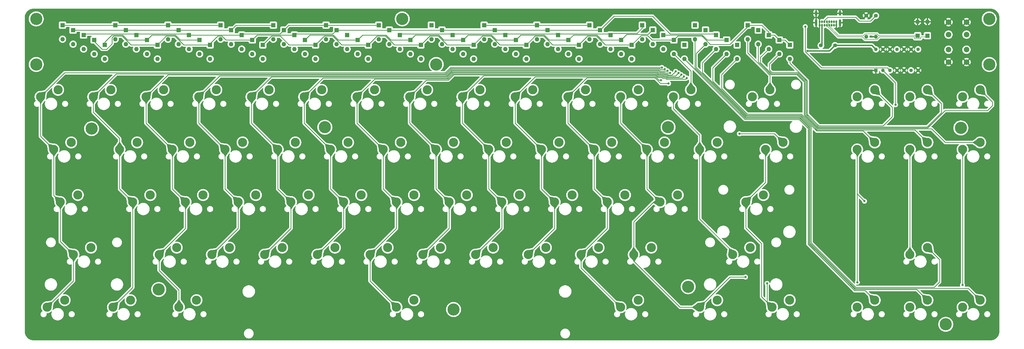
<source format=gtl>
G04 #@! TF.GenerationSoftware,KiCad,Pcbnew,9.0.0*
G04 #@! TF.CreationDate,2025-03-06T12:34:27+00:00*
G04 #@! TF.ProjectId,discipline-pcb,64697363-6970-46c6-996e-652d7063622e,rev?*
G04 #@! TF.SameCoordinates,Original*
G04 #@! TF.FileFunction,Copper,L1,Top*
G04 #@! TF.FilePolarity,Positive*
%FSLAX46Y46*%
G04 Gerber Fmt 4.6, Leading zero omitted, Abs format (unit mm)*
G04 Created by KiCad (PCBNEW 9.0.0) date 2025-03-06 12:34:27*
%MOMM*%
%LPD*%
G01*
G04 APERTURE LIST*
G04 #@! TA.AperFunction,ComponentPad*
%ADD10O,0.650000X1.000000*%
G04 #@! TD*
G04 #@! TA.AperFunction,ComponentPad*
%ADD11O,0.900000X2.400000*%
G04 #@! TD*
G04 #@! TA.AperFunction,ComponentPad*
%ADD12O,0.900000X1.700000*%
G04 #@! TD*
G04 #@! TA.AperFunction,ComponentPad*
%ADD13R,1.600000X1.600000*%
G04 #@! TD*
G04 #@! TA.AperFunction,ComponentPad*
%ADD14O,1.600000X1.600000*%
G04 #@! TD*
G04 #@! TA.AperFunction,ComponentPad*
%ADD15R,1.295400X1.295400*%
G04 #@! TD*
G04 #@! TA.AperFunction,ComponentPad*
%ADD16C,1.295400*%
G04 #@! TD*
G04 #@! TA.AperFunction,ComponentPad*
%ADD17C,4.400000*%
G04 #@! TD*
G04 #@! TA.AperFunction,ComponentPad*
%ADD18C,1.400000*%
G04 #@! TD*
G04 #@! TA.AperFunction,ComponentPad*
%ADD19O,1.400000X1.400000*%
G04 #@! TD*
G04 #@! TA.AperFunction,ComponentPad*
%ADD20C,2.000000*%
G04 #@! TD*
G04 #@! TA.AperFunction,ComponentPad*
%ADD21C,3.300000*%
G04 #@! TD*
G04 #@! TA.AperFunction,ViaPad*
%ADD22C,0.800000*%
G04 #@! TD*
G04 #@! TA.AperFunction,Conductor*
%ADD23C,0.250000*%
G04 #@! TD*
G04 #@! TA.AperFunction,Conductor*
%ADD24C,0.200000*%
G04 #@! TD*
G04 #@! TA.AperFunction,Conductor*
%ADD25C,0.500000*%
G04 #@! TD*
G04 APERTURE END LIST*
D10*
X346975000Y-66325000D03*
X346125000Y-66325000D03*
X345275000Y-66325000D03*
X344425000Y-66325000D03*
X343575000Y-66325000D03*
X342725000Y-66325000D03*
X341875000Y-66325000D03*
X341025000Y-66325000D03*
X341020000Y-65000000D03*
X341870000Y-65000000D03*
X342720000Y-65000000D03*
X343570000Y-65000000D03*
X344420000Y-65000000D03*
X345270000Y-65000000D03*
X346120000Y-65000000D03*
X346975000Y-65000000D03*
D11*
X348325000Y-65345000D03*
D12*
X348325000Y-61965000D03*
D11*
X339675000Y-65345000D03*
D12*
X339675000Y-61965000D03*
D13*
X67500000Y-66270000D03*
D14*
X67500000Y-71350000D03*
D13*
X86538043Y-66270000D03*
D14*
X86538043Y-71350000D03*
D13*
X105576087Y-66270000D03*
D14*
X105576087Y-71350000D03*
D13*
X124614130Y-66270000D03*
D14*
X124614130Y-71350000D03*
D13*
X139844565Y-73420000D03*
D14*
X139844565Y-78500000D03*
D13*
X158882609Y-73420000D03*
D14*
X158882609Y-78500000D03*
D13*
X177920652Y-73420000D03*
D14*
X177920652Y-78500000D03*
D13*
X196958696Y-73420000D03*
D14*
X196958696Y-78500000D03*
D13*
X215996739Y-73420000D03*
D14*
X215996739Y-78500000D03*
D13*
X235034783Y-73420000D03*
D14*
X235034783Y-78500000D03*
D13*
X254072826Y-73420000D03*
D14*
X254072826Y-78500000D03*
D13*
X273110870Y-73420000D03*
D14*
X273110870Y-78500000D03*
D13*
X288341304Y-71632500D03*
D14*
X288341304Y-76712500D03*
D13*
X314994565Y-66270000D03*
D14*
X314994565Y-71350000D03*
D13*
X71307609Y-68057500D03*
D14*
X71307609Y-73137500D03*
D13*
X90345652Y-68057500D03*
D14*
X90345652Y-73137500D03*
D13*
X109383696Y-68057500D03*
D14*
X109383696Y-73137500D03*
D13*
X128421739Y-68057500D03*
D14*
X128421739Y-73137500D03*
D13*
X143652174Y-66270000D03*
D14*
X143652174Y-71350000D03*
D13*
X155075000Y-71632500D03*
D14*
X155075000Y-76712500D03*
D13*
X174113043Y-71632500D03*
D14*
X174113043Y-76712500D03*
D13*
X193151087Y-71632500D03*
D14*
X193151087Y-76712500D03*
D13*
X212189130Y-71632500D03*
D14*
X212189130Y-76712500D03*
D13*
X231227174Y-71632500D03*
D14*
X231227174Y-76712500D03*
D13*
X250265217Y-71632500D03*
D14*
X250265217Y-76712500D03*
D13*
X269303261Y-71632500D03*
D14*
X269303261Y-76712500D03*
D13*
X280726087Y-68057500D03*
D14*
X280726087Y-73137500D03*
D13*
X284533696Y-69845000D03*
D14*
X284533696Y-74925000D03*
D13*
X75115217Y-69845000D03*
D14*
X75115217Y-74925000D03*
D13*
X94153261Y-69845000D03*
D14*
X94153261Y-74925000D03*
D13*
X113191304Y-69845000D03*
D14*
X113191304Y-74925000D03*
D13*
X132229348Y-69845000D03*
D14*
X132229348Y-74925000D03*
D13*
X147459783Y-68057500D03*
D14*
X147459783Y-73137500D03*
D13*
X162690217Y-66270000D03*
D14*
X162690217Y-71350000D03*
D13*
X181728261Y-66270000D03*
D14*
X181728261Y-71350000D03*
D13*
X189343478Y-69845000D03*
D14*
X189343478Y-74925000D03*
D13*
X208381522Y-69845000D03*
D14*
X208381522Y-74925000D03*
D13*
X227419565Y-69845000D03*
D14*
X227419565Y-74925000D03*
D13*
X246457609Y-69845000D03*
D14*
X246457609Y-74925000D03*
D13*
X265495652Y-69845000D03*
D14*
X265495652Y-74925000D03*
D13*
X276918478Y-66270000D03*
D14*
X276918478Y-71350000D03*
D13*
X78922826Y-71632500D03*
D14*
X78922826Y-76712500D03*
D13*
X101768478Y-73420000D03*
D14*
X101768478Y-78500000D03*
D13*
X120806522Y-73420000D03*
D14*
X120806522Y-78500000D03*
D13*
X136036957Y-71632500D03*
D14*
X136036957Y-76712500D03*
D13*
X151267391Y-69845000D03*
D14*
X151267391Y-74925000D03*
D13*
X166497826Y-68057500D03*
D14*
X166497826Y-73137500D03*
D13*
X185535870Y-68057500D03*
D14*
X185535870Y-73137500D03*
D13*
X200766304Y-66270000D03*
D14*
X200766304Y-71350000D03*
D13*
X204573913Y-68057500D03*
D14*
X204573913Y-73137500D03*
D13*
X223611957Y-68057500D03*
D14*
X223611957Y-73137500D03*
D13*
X242650000Y-68057500D03*
D14*
X242650000Y-73137500D03*
D13*
X261688043Y-68057500D03*
D14*
X261688043Y-73137500D03*
D13*
X82730435Y-73420000D03*
D14*
X82730435Y-78500000D03*
D13*
X97960870Y-71632500D03*
D14*
X97960870Y-76712500D03*
D13*
X116998913Y-71632500D03*
D14*
X116998913Y-76712500D03*
D13*
X170305435Y-69845000D03*
D14*
X170305435Y-74925000D03*
D13*
X219804348Y-66270000D03*
D14*
X219804348Y-71350000D03*
D13*
X238842391Y-66270000D03*
D14*
X238842391Y-71350000D03*
D13*
X322609783Y-69845000D03*
D14*
X322609783Y-74925000D03*
D15*
X361318333Y-82650000D03*
D16*
X363858333Y-82650000D03*
X366398333Y-82650000D03*
X368938333Y-82650000D03*
X371478333Y-82650000D03*
X374018333Y-82650000D03*
X376558333Y-82650000D03*
X376558333Y-75030000D03*
X374018333Y-75030000D03*
X371478333Y-75030000D03*
X368938333Y-75030000D03*
X366398333Y-75030000D03*
X363858333Y-75030000D03*
X361318333Y-75030000D03*
D13*
X326417391Y-71632500D03*
D14*
X326417391Y-76712500D03*
D13*
X376400000Y-70080000D03*
D14*
X376400000Y-65000000D03*
D17*
X190223912Y-64000000D03*
X402250000Y-64000000D03*
X58000000Y-80500000D03*
X286250000Y-103250000D03*
D18*
X361316667Y-62814047D03*
D19*
X361316667Y-70434047D03*
D13*
X299764130Y-68057500D03*
D14*
X299764130Y-73137500D03*
D13*
X307379348Y-71632500D03*
D14*
X307379348Y-76712500D03*
D17*
X58000000Y-64000000D03*
D20*
X394050000Y-69685000D03*
X387550000Y-69685000D03*
X394050000Y-65185000D03*
X387550000Y-65185000D03*
D17*
X402250000Y-80500000D03*
D13*
X257880435Y-66270000D03*
D14*
X257880435Y-71350000D03*
D17*
X202500000Y-80500000D03*
X293500000Y-161000000D03*
X102250000Y-162000000D03*
D13*
X330225000Y-73420000D03*
D14*
X330225000Y-78500000D03*
D18*
X357800000Y-62814047D03*
D19*
X357800000Y-70434047D03*
D13*
X311186957Y-73420000D03*
D14*
X311186957Y-78500000D03*
D13*
X303571739Y-69845000D03*
D14*
X303571739Y-74925000D03*
D18*
X346550000Y-73600000D03*
X341450000Y-73600000D03*
D13*
X292148913Y-73420000D03*
D14*
X292148913Y-78500000D03*
D17*
X392000000Y-103500000D03*
X162250000Y-103250000D03*
D13*
X379916667Y-70080000D03*
D14*
X379916667Y-65000000D03*
D13*
X295956522Y-66270000D03*
D14*
X295956522Y-71350000D03*
D20*
X387550000Y-75135000D03*
X394050000Y-75135000D03*
X387550000Y-79635000D03*
X394050000Y-79635000D03*
D17*
X208750000Y-169250000D03*
D13*
X318802174Y-68057500D03*
D14*
X318802174Y-73137500D03*
D17*
X78000000Y-103750000D03*
X386556250Y-174625000D03*
D21*
X59531250Y-92233750D03*
X65881250Y-89693750D03*
X78581250Y-92233750D03*
X84931250Y-89693750D03*
X97631250Y-92233750D03*
X103981250Y-89693750D03*
X116681250Y-92233750D03*
X123031250Y-89693750D03*
X135731250Y-92233750D03*
X142081250Y-89693750D03*
X154781250Y-92233750D03*
X161131250Y-89693750D03*
X173831250Y-92233750D03*
X180181250Y-89693750D03*
X192881250Y-92233750D03*
X199231250Y-89693750D03*
X211931250Y-92233750D03*
X218281250Y-89693750D03*
X230981250Y-92233750D03*
X237331250Y-89693750D03*
X250031250Y-92233750D03*
X256381250Y-89693750D03*
X269081250Y-92233750D03*
X275431250Y-89693750D03*
X288131250Y-92233750D03*
X294481250Y-89693750D03*
X88106250Y-111283750D03*
X94456250Y-108743750D03*
X107156250Y-111283750D03*
X113506250Y-108743750D03*
X126206250Y-111283750D03*
X132556250Y-108743750D03*
X145256250Y-111283750D03*
X151606250Y-108743750D03*
X164306250Y-111283750D03*
X170656250Y-108743750D03*
X183356250Y-111283750D03*
X189706250Y-108743750D03*
X202406250Y-111283750D03*
X208756250Y-108743750D03*
X221456250Y-111283750D03*
X227806250Y-108743750D03*
X240506250Y-111283750D03*
X246856250Y-108743750D03*
X259556250Y-111283750D03*
X265906250Y-108743750D03*
X278606250Y-111283750D03*
X284956250Y-108743750D03*
X297656250Y-111283750D03*
X304006250Y-108743750D03*
X92868750Y-130333750D03*
X99218750Y-127793750D03*
X111918750Y-130333750D03*
X118268750Y-127793750D03*
X130968750Y-130333750D03*
X137318750Y-127793750D03*
X150018250Y-130333750D03*
X156368250Y-127793750D03*
X169068250Y-130333750D03*
X175418250Y-127793750D03*
X188118250Y-130333750D03*
X194468250Y-127793750D03*
X207168250Y-130333750D03*
X213518250Y-127793750D03*
X226218250Y-130333750D03*
X232568250Y-127793750D03*
X245268250Y-130333750D03*
X251618250Y-127793750D03*
X264318250Y-130333750D03*
X270668250Y-127793750D03*
X283368250Y-130333750D03*
X289718250Y-127793750D03*
X102393750Y-149383750D03*
X108743750Y-146843750D03*
X121443750Y-149383750D03*
X127793750Y-146843750D03*
X140493750Y-149383750D03*
X146843750Y-146843750D03*
X159544250Y-149383750D03*
X165894250Y-146843750D03*
X178594250Y-149383750D03*
X184944250Y-146843750D03*
X197644250Y-149383750D03*
X203994250Y-146843750D03*
X216694250Y-149383750D03*
X223044250Y-146843750D03*
X235744250Y-149383750D03*
X242094250Y-146843750D03*
X254794250Y-149383750D03*
X261144250Y-146843750D03*
X273844250Y-149383750D03*
X280194250Y-146843750D03*
X188119000Y-168433750D03*
X194469000Y-165893750D03*
X316706250Y-92233750D03*
X323056250Y-89693750D03*
X321468250Y-111283750D03*
X327818250Y-108743750D03*
X66675050Y-130323620D03*
X73025050Y-127783620D03*
X314325250Y-130333750D03*
X320675250Y-127793750D03*
X71437450Y-149383750D03*
X77787450Y-146843750D03*
X309562750Y-149383750D03*
X315912750Y-146843750D03*
X61912450Y-168423620D03*
X68262450Y-165883620D03*
X85725050Y-168433750D03*
X92075050Y-165893750D03*
X109537450Y-168423620D03*
X115887450Y-165883620D03*
X269082686Y-168433750D03*
X275432686Y-165893750D03*
X297638878Y-168433750D03*
X303988878Y-165893750D03*
X64293750Y-111283750D03*
X70643750Y-108743750D03*
X354557628Y-92242750D03*
X360907628Y-89702750D03*
X392657628Y-111283750D03*
X399007628Y-108743750D03*
X354557628Y-111292750D03*
X360907628Y-108752750D03*
X392657628Y-168433750D03*
X399007628Y-165893750D03*
X373607628Y-111283750D03*
X379957628Y-108743750D03*
X354557628Y-168433750D03*
X360907628Y-165893750D03*
X392657628Y-92233750D03*
X399007628Y-89693750D03*
X373607628Y-149383750D03*
X379957628Y-146843750D03*
X323832628Y-168433750D03*
X330182628Y-165893750D03*
X373607628Y-168433750D03*
X379957628Y-165893750D03*
X373607628Y-92233750D03*
X379957628Y-89693750D03*
D22*
X364500000Y-119700000D03*
X196600000Y-65400000D03*
X286100000Y-61400000D03*
X261000000Y-133800000D03*
X283400000Y-170200000D03*
X403400000Y-84800000D03*
X164800000Y-62600000D03*
X93800000Y-64200000D03*
X180600000Y-62500000D03*
X309000000Y-66800000D03*
X300300000Y-131000000D03*
X387900000Y-158900000D03*
X229400000Y-62400000D03*
X221200000Y-78400000D03*
X342200000Y-119800000D03*
X153800000Y-65200000D03*
X301000000Y-75400000D03*
X199400000Y-62400000D03*
X284400000Y-94800000D03*
X270200000Y-67200000D03*
X330400000Y-69200000D03*
X117100000Y-62600000D03*
X289600000Y-151800000D03*
X269600000Y-140400000D03*
X316600000Y-75600000D03*
X156800000Y-67800000D03*
X302400000Y-79200000D03*
X401500000Y-101800000D03*
X280200000Y-65600000D03*
X213600000Y-79800000D03*
X387600000Y-105200000D03*
X256300000Y-99900000D03*
X74191380Y-157676492D03*
X312000000Y-105600000D03*
X284000000Y-81600000D03*
X285000000Y-82200000D03*
X286000000Y-82800000D03*
X287000000Y-83600000D03*
X289000000Y-83000000D03*
X290000000Y-83600000D03*
X291000000Y-84200000D03*
X292000000Y-84800000D03*
X293000000Y-85400000D03*
X283700000Y-86200000D03*
X286400000Y-87400000D03*
X314200000Y-157500000D03*
X322000000Y-159800000D03*
X354600000Y-159400000D03*
X357200000Y-130000000D03*
X336600000Y-75600000D03*
X368400000Y-95100000D03*
X392600000Y-160400000D03*
X335800000Y-66800000D03*
D23*
X342720000Y-65000000D02*
X342720000Y-64600000D01*
X342720000Y-64600000D02*
X343920000Y-63400000D01*
X354000000Y-63400000D02*
X355400000Y-64800000D01*
X343920000Y-63400000D02*
X354000000Y-63400000D01*
X355400000Y-64800000D02*
X359330714Y-64800000D01*
X359330714Y-64800000D02*
X361316667Y-62814047D01*
D24*
X376400000Y-70080000D02*
X362317667Y-70080000D01*
X362317667Y-70019419D02*
X361731295Y-69433047D01*
X357385372Y-69433047D02*
X356738419Y-70080000D01*
X362636342Y-70530000D02*
X361731295Y-71435047D01*
X362317667Y-70080000D02*
X362317667Y-70019419D01*
X361731295Y-69433047D02*
X357385372Y-69433047D01*
X377501000Y-70530000D02*
X377501000Y-71181000D01*
X356480325Y-70530000D02*
X347780000Y-70530000D01*
X356738419Y-70080000D02*
X347966397Y-70080000D01*
X347966397Y-70080000D02*
X344425000Y-66538603D01*
X344425000Y-66538603D02*
X344425000Y-66325000D01*
X344376000Y-67126000D02*
X344165702Y-67126000D01*
X379916667Y-70080000D02*
X379466667Y-70530000D01*
X379466667Y-70530000D02*
X377501000Y-70530000D01*
X361731295Y-71435047D02*
X357385372Y-71435047D01*
X377501000Y-71181000D02*
X375299000Y-71181000D01*
X375299000Y-71181000D02*
X375299000Y-70530000D01*
X375299000Y-70530000D02*
X362636342Y-70530000D01*
X357385372Y-71435047D02*
X356480325Y-70530000D01*
X347780000Y-70530000D02*
X344376000Y-67126000D01*
X344165702Y-67126000D02*
X343794000Y-66754298D01*
X343794000Y-66754298D02*
X343794000Y-66544000D01*
X343794000Y-66544000D02*
X343575000Y-66325000D01*
D25*
X341450000Y-73600000D02*
X341875000Y-73175000D01*
X341875000Y-73175000D02*
X341875000Y-66325000D01*
D24*
X343570000Y-65000000D02*
X343570000Y-65259702D01*
X343570000Y-65259702D02*
X344425000Y-66114702D01*
X344425000Y-66114702D02*
X344425000Y-66325000D01*
D23*
X288341304Y-71632500D02*
X280432500Y-71632500D01*
X203252818Y-70224000D02*
X200154696Y-70224000D01*
X222290862Y-70224000D02*
X219192739Y-70224000D01*
X165176731Y-70224000D02*
X162078609Y-70224000D01*
X301419035Y-73200000D02*
X298443035Y-70224000D01*
X215996739Y-73420000D02*
X206448818Y-73420000D01*
X241328905Y-70224000D02*
X238230783Y-70224000D01*
X181116652Y-70224000D02*
X177920652Y-73420000D01*
X238230783Y-70224000D02*
X235034783Y-73420000D01*
X278800000Y-70000000D02*
X276530870Y-70000000D01*
X328437500Y-71632500D02*
X326417391Y-71632500D01*
X254072826Y-73327174D02*
X254072826Y-73420000D01*
X330225000Y-73420000D02*
X328437500Y-71632500D01*
X263620000Y-73420000D02*
X260400000Y-70200000D01*
X162078609Y-70224000D02*
X158882609Y-73420000D01*
X235034783Y-73420000D02*
X225486862Y-73420000D01*
X324629891Y-69845000D02*
X322609783Y-69845000D01*
X273110870Y-73420000D02*
X263620000Y-73420000D01*
X254072826Y-73420000D02*
X244524905Y-73420000D01*
X143040565Y-70224000D02*
X139844565Y-73420000D01*
X314994565Y-66270000D02*
X320084783Y-66270000D01*
X244524905Y-73420000D02*
X241328905Y-70224000D01*
X314994565Y-66805435D02*
X308600000Y-73200000D01*
X219192739Y-70224000D02*
X215996739Y-73420000D01*
X326417391Y-71632500D02*
X324629891Y-69845000D01*
X177920652Y-73420000D02*
X168372731Y-73420000D01*
X280432500Y-71632500D02*
X278800000Y-70000000D01*
X146138688Y-70224000D02*
X143040565Y-70224000D01*
X314994565Y-66270000D02*
X314994565Y-66805435D01*
X196958696Y-73420000D02*
X187410775Y-73420000D01*
X257200000Y-70200000D02*
X254072826Y-73327174D01*
X187410775Y-73420000D02*
X184214775Y-70224000D01*
X289749804Y-70224000D02*
X288341304Y-71632500D01*
X206448818Y-73420000D02*
X203252818Y-70224000D01*
X308600000Y-73200000D02*
X301419035Y-73200000D01*
X86538043Y-66270000D02*
X67500000Y-66270000D01*
X158882609Y-73420000D02*
X149334688Y-73420000D01*
X320084783Y-66270000D02*
X322609783Y-68795000D01*
X276530870Y-70000000D02*
X273110870Y-73420000D01*
X322609783Y-68795000D02*
X322609783Y-69845000D01*
X184214775Y-70224000D02*
X181116652Y-70224000D01*
X298443035Y-70224000D02*
X289749804Y-70224000D01*
X225486862Y-73420000D02*
X222290862Y-70224000D01*
X124614130Y-66270000D02*
X105576087Y-66270000D01*
X149334688Y-73420000D02*
X146138688Y-70224000D01*
X200154696Y-70224000D02*
X196958696Y-73420000D01*
X105576087Y-66270000D02*
X86538043Y-66270000D01*
X260400000Y-70200000D02*
X257200000Y-70200000D01*
X168372731Y-73420000D02*
X165176731Y-70224000D01*
X288341304Y-76712500D02*
X294481250Y-82852446D01*
X294481250Y-82852446D02*
X294481250Y-89693750D01*
X314994565Y-76329137D02*
X323056250Y-84390822D01*
X314994565Y-71350000D02*
X314994565Y-76329137D01*
X323056250Y-89693750D02*
X323056250Y-84390822D01*
X278978000Y-69622000D02*
X271313761Y-69622000D01*
X186157847Y-71632500D02*
X184371347Y-69846000D01*
X203409390Y-69846000D02*
X194937587Y-69846000D01*
X156861500Y-69846000D02*
X155075000Y-71632500D01*
X241485477Y-69846000D02*
X233013674Y-69846000D01*
X292599000Y-69845000D02*
X284533696Y-69845000D01*
X280726087Y-68057500D02*
X280542500Y-68057500D01*
X298599608Y-69846000D02*
X292600000Y-69846000D01*
X193151087Y-71632500D02*
X186157847Y-71632500D01*
X167119803Y-71632500D02*
X165333303Y-69846000D01*
X205195890Y-71632500D02*
X203409390Y-69846000D01*
X280542500Y-68057500D02*
X278978000Y-69622000D01*
X222447434Y-69846000D02*
X213975630Y-69846000D01*
X128421739Y-68057500D02*
X109383696Y-68057500D01*
X233013674Y-69846000D02*
X231227174Y-71632500D01*
X143652174Y-66270000D02*
X130209239Y-66270000D01*
X212189130Y-71632500D02*
X205195890Y-71632500D01*
X260556572Y-69822000D02*
X252075717Y-69822000D01*
X252075717Y-69822000D02*
X250265217Y-71632500D01*
X90345652Y-68057500D02*
X71307609Y-68057500D01*
X213975630Y-69846000D02*
X212189130Y-71632500D01*
X224233934Y-71632500D02*
X222447434Y-69846000D01*
X109383696Y-68057500D02*
X90345652Y-68057500D01*
X269303261Y-71632500D02*
X262367072Y-71632500D01*
X307379348Y-71632500D02*
X300386107Y-71632500D01*
X271313761Y-69622000D02*
X269303261Y-71632500D01*
X250265217Y-71632500D02*
X243271977Y-71632500D01*
X260556572Y-69822000D02*
X262367072Y-71632500D01*
X175899543Y-69846000D02*
X174113043Y-71632500D01*
X130209239Y-66270000D02*
X128421739Y-68057500D01*
X292600000Y-69846000D02*
X292599000Y-69845000D01*
X194937587Y-69846000D02*
X193151087Y-71632500D01*
X300386107Y-71632500D02*
X298599608Y-69846000D01*
X174113043Y-71632500D02*
X167119803Y-71632500D01*
X231227174Y-71632500D02*
X224233934Y-71632500D01*
X184371347Y-69846000D02*
X175899543Y-69846000D01*
X243271977Y-71632500D02*
X241485477Y-69846000D01*
X165333303Y-69846000D02*
X156861500Y-69846000D01*
X312000000Y-105600000D02*
X324674500Y-105600000D01*
X324674500Y-105600000D02*
X327818250Y-108743750D01*
X113191304Y-69845000D02*
X112814304Y-69468000D01*
X162690217Y-66270000D02*
X149247283Y-66270000D01*
X246902609Y-69400000D02*
X246457609Y-69845000D01*
X208004522Y-69468000D02*
X189720478Y-69468000D01*
X189720478Y-69468000D02*
X189343478Y-69845000D01*
X94530261Y-69468000D02*
X94153261Y-69845000D01*
X75492217Y-69468000D02*
X75115217Y-69845000D01*
X265050652Y-69400000D02*
X246902609Y-69400000D01*
X208758522Y-69468000D02*
X208381522Y-69845000D01*
X276918478Y-66270000D02*
X276918478Y-67320000D01*
X132229348Y-69845000D02*
X113191304Y-69845000D01*
X227796565Y-69468000D02*
X227419565Y-69845000D01*
X112814304Y-69468000D02*
X94530261Y-69468000D01*
X246080609Y-69468000D02*
X227796565Y-69468000D01*
X265495652Y-69845000D02*
X265050652Y-69400000D01*
X227419565Y-69845000D02*
X227042565Y-69468000D01*
X181728261Y-66270000D02*
X162690217Y-66270000D01*
X149247283Y-66270000D02*
X147459783Y-68057500D01*
X246457609Y-69845000D02*
X246080609Y-69468000D01*
X146050283Y-69467000D02*
X132607348Y-69467000D01*
X208381522Y-69845000D02*
X208004522Y-69468000D01*
X132607348Y-69467000D02*
X132229348Y-69845000D01*
X276918478Y-67320000D02*
X274994478Y-69244000D01*
X266096652Y-69244000D02*
X265495652Y-69845000D01*
X93776261Y-69468000D02*
X75492217Y-69468000D01*
X147459783Y-68057500D02*
X146050283Y-69467000D01*
X227042565Y-69468000D02*
X208758522Y-69468000D01*
X274994478Y-69244000D02*
X266096652Y-69244000D01*
X94153261Y-69845000D02*
X93776261Y-69468000D01*
X85400000Y-70800000D02*
X85400000Y-73002435D01*
X85976000Y-70224000D02*
X85400000Y-70800000D01*
X166497826Y-68057500D02*
X165087326Y-69468000D01*
X126489035Y-71632500D02*
X125080535Y-70224000D01*
X185535870Y-68057500D02*
X166497826Y-68057500D01*
X303571739Y-69845000D02*
X303126739Y-69400000D01*
X151644391Y-69468000D02*
X151267391Y-69845000D01*
X223611957Y-68057500D02*
X204573913Y-68057500D01*
X78922826Y-72122826D02*
X78922826Y-71632500D01*
X125080535Y-70224000D02*
X123576000Y-70224000D01*
X104964478Y-70224000D02*
X101768478Y-73420000D01*
X120806522Y-72993478D02*
X120806522Y-73420000D01*
X83402435Y-75000000D02*
X81800000Y-75000000D01*
X165087326Y-69468000D02*
X151644391Y-69468000D01*
X287000000Y-69400000D02*
X280600000Y-63000000D01*
X101768478Y-73420000D02*
X92220557Y-73420000D01*
X81800000Y-75000000D02*
X78922826Y-72122826D01*
X120806522Y-73420000D02*
X111258601Y-73420000D01*
X266745543Y-63000000D02*
X261688043Y-68057500D01*
X137824457Y-69845000D02*
X136036957Y-71632500D01*
X111258601Y-73420000D02*
X108062601Y-70224000D01*
X242650000Y-68057500D02*
X223611957Y-68057500D01*
X108062601Y-70224000D02*
X104964478Y-70224000D01*
X85400000Y-73002435D02*
X83402435Y-75000000D01*
X89024557Y-70224000D02*
X85976000Y-70224000D01*
X92220557Y-73420000D02*
X89024557Y-70224000D01*
X136036957Y-71632500D02*
X126489035Y-71632500D01*
X261688043Y-68057500D02*
X242650000Y-68057500D01*
X204573913Y-68057500D02*
X185535870Y-68057500D01*
X280600000Y-63000000D02*
X266745543Y-63000000D01*
X151267391Y-69845000D02*
X137824457Y-69845000D01*
X123576000Y-70224000D02*
X120806522Y-72993478D01*
X303126739Y-69400000D02*
X287000000Y-69400000D01*
X110005673Y-71632500D02*
X108219173Y-69846000D01*
X238842391Y-66270000D02*
X219804348Y-66270000D01*
X257880435Y-66270000D02*
X238842391Y-66270000D01*
X97960870Y-71632500D02*
X90967629Y-71632500D01*
X90967629Y-71632500D02*
X89181129Y-69846000D01*
X99747370Y-69846000D02*
X97960870Y-71632500D01*
X89181129Y-69846000D02*
X85254435Y-69846000D01*
X85254435Y-69846000D02*
X82730435Y-72370000D01*
X116998913Y-71632500D02*
X110005673Y-71632500D01*
X82730435Y-72370000D02*
X82730435Y-73420000D01*
X108219173Y-69846000D02*
X99747370Y-69846000D01*
X207600000Y-81600000D02*
X284000000Y-81600000D01*
X64293750Y-111283750D02*
X59531250Y-106521250D01*
X66675050Y-144621350D02*
X66675050Y-130323620D01*
X66675050Y-130323620D02*
X64293750Y-127942320D01*
X61912450Y-168423620D02*
X71437450Y-158898620D01*
X71437450Y-158898620D02*
X71437450Y-149383750D01*
X205674000Y-83526000D02*
X207600000Y-81600000D01*
X64293750Y-127942320D02*
X64293750Y-111283750D01*
X68239000Y-83526000D02*
X205674000Y-83526000D01*
X71437450Y-149383750D02*
X66675050Y-144621350D01*
X59531250Y-106521250D02*
X59531250Y-92233750D01*
X59531250Y-92233750D02*
X68239000Y-83526000D01*
X283526000Y-82326000D02*
X283178000Y-81978000D01*
X78581250Y-92233750D02*
X86911000Y-83904000D01*
X285000000Y-82200000D02*
X284874000Y-82326000D01*
X92868750Y-161290050D02*
X85725050Y-168433750D01*
X205874000Y-83904000D02*
X207800000Y-81978000D01*
X92868750Y-130333750D02*
X92868750Y-161290050D01*
X78581250Y-97781250D02*
X78581250Y-92233750D01*
X88106250Y-125571250D02*
X92868750Y-130333750D01*
X207800000Y-81978000D02*
X283178000Y-81978000D01*
X88106250Y-107306250D02*
X78581250Y-97781250D01*
X86911000Y-83904000D02*
X205874000Y-83904000D01*
X284874000Y-82326000D02*
X283526000Y-82326000D01*
X88106250Y-111283750D02*
X88106250Y-107306250D01*
X88106250Y-111283750D02*
X88106250Y-125571250D01*
X111918750Y-130333750D02*
X111918750Y-139858750D01*
X207956572Y-82356000D02*
X206030572Y-84282000D01*
X206030572Y-84282000D02*
X105583000Y-84282000D01*
X207956572Y-82356000D02*
X282900000Y-82356000D01*
X285874000Y-82926000D02*
X283470000Y-82926000D01*
X105583000Y-84282000D02*
X97631250Y-92233750D01*
X109537450Y-162227646D02*
X109537450Y-168423620D01*
X97631250Y-92233750D02*
X97631250Y-101758750D01*
X102393750Y-149383750D02*
X102393750Y-155083946D01*
X102393750Y-155083946D02*
X109537450Y-162227646D01*
X111918750Y-139858750D02*
X102393750Y-149383750D01*
X97631250Y-101758750D02*
X107156250Y-111283750D01*
X107156250Y-111283750D02*
X107156250Y-125571250D01*
X286000000Y-82800000D02*
X285874000Y-82926000D01*
X107156250Y-125571250D02*
X111918750Y-130333750D01*
X283470000Y-82926000D02*
X282900000Y-82356000D01*
X124255000Y-84660000D02*
X116681250Y-92233750D01*
X126206250Y-111283750D02*
X126206250Y-125571250D01*
X116681250Y-101758750D02*
X126206250Y-111283750D01*
X282743428Y-82734000D02*
X283313428Y-83304000D01*
X130968750Y-139858750D02*
X121443750Y-149383750D01*
X208113144Y-82734000D02*
X282743428Y-82734000D01*
X130968750Y-130333750D02*
X130968750Y-139858750D01*
X285196000Y-83600000D02*
X284900000Y-83304000D01*
X287000000Y-83600000D02*
X285196000Y-83600000D01*
X284900000Y-83304000D02*
X283313428Y-83304000D01*
X116681250Y-92233750D02*
X116681250Y-101758750D01*
X126206250Y-125571250D02*
X130968750Y-130333750D01*
X208113144Y-82734000D02*
X206187144Y-84660000D01*
X206187144Y-84660000D02*
X124255000Y-84660000D01*
X287667000Y-84326000D02*
X286348000Y-84326000D01*
X145256250Y-125571750D02*
X150018250Y-130333750D01*
X284896000Y-83978000D02*
X284600000Y-83682000D01*
X289000000Y-82993000D02*
X287667000Y-84326000D01*
X135731250Y-101758750D02*
X145256250Y-111283750D01*
X286348000Y-84326000D02*
X286000000Y-83978000D01*
X284600000Y-83682000D02*
X283070000Y-83682000D01*
X145256250Y-111283750D02*
X145256250Y-125571750D01*
X135731250Y-92233750D02*
X135731250Y-101758750D01*
X142927000Y-85038000D02*
X135731250Y-92233750D01*
X206343716Y-85038000D02*
X142927000Y-85038000D01*
X150018250Y-130333750D02*
X150018250Y-139859250D01*
X208269716Y-83112000D02*
X206343716Y-85038000D01*
X286000000Y-83978000D02*
X284896000Y-83978000D01*
X208269716Y-83112000D02*
X282500000Y-83112000D01*
X283070000Y-83682000D02*
X282500000Y-83112000D01*
X150018250Y-139859250D02*
X140493750Y-149383750D01*
X154781250Y-101758750D02*
X164306250Y-111283750D01*
X169068250Y-139859750D02*
X159544250Y-149383750D01*
X161599000Y-85416000D02*
X154781250Y-92233750D01*
X154781250Y-92233750D02*
X154781250Y-101758750D01*
X282913427Y-84060000D02*
X282343428Y-83490000D01*
X288896000Y-84704000D02*
X286191427Y-84704000D01*
X208426288Y-83490000D02*
X206500288Y-85416000D01*
X169068250Y-130333750D02*
X169068250Y-139859750D01*
X206500288Y-85416000D02*
X161599000Y-85416000D01*
X164306250Y-111283750D02*
X164306250Y-125571750D01*
X290000000Y-83600000D02*
X288896000Y-84704000D01*
X284739427Y-84356000D02*
X284443427Y-84060000D01*
X285843428Y-84356000D02*
X284739427Y-84356000D01*
X208426288Y-83490000D02*
X282343428Y-83490000D01*
X284443427Y-84060000D02*
X282913427Y-84060000D01*
X164306250Y-125571750D02*
X169068250Y-130333750D01*
X286191427Y-84704000D02*
X285843428Y-84356000D01*
X284286855Y-84438000D02*
X283300000Y-84438001D01*
X208582860Y-83868000D02*
X206656860Y-85794000D01*
X173831250Y-92233750D02*
X173831250Y-101758750D01*
X283300000Y-84438001D02*
X282756854Y-84438000D01*
X290118000Y-85082000D02*
X286034854Y-85082000D01*
X208582860Y-83868000D02*
X282186854Y-83868000D01*
X291000000Y-84200000D02*
X290118000Y-85082000D01*
X183356250Y-125571750D02*
X188118250Y-130333750D01*
X285686854Y-84734000D02*
X284582855Y-84734000D01*
X173831250Y-101758750D02*
X183356250Y-111283750D01*
X284582855Y-84734000D02*
X284286855Y-84438000D01*
X178594250Y-149383750D02*
X178594250Y-158909000D01*
X180271000Y-85794000D02*
X173831250Y-92233750D01*
X183356250Y-111283750D02*
X183356250Y-125571750D01*
X188118250Y-139859750D02*
X178594250Y-149383750D01*
X282756854Y-84438000D02*
X282186854Y-83868000D01*
X178594250Y-158909000D02*
X188119000Y-168433750D01*
X188118250Y-130333750D02*
X188118250Y-139859750D01*
X286034854Y-85082000D02*
X285686854Y-84734000D01*
X206656860Y-85794000D02*
X180271000Y-85794000D01*
X198943000Y-86172000D02*
X192881250Y-92233750D01*
X208739432Y-84246000D02*
X282030282Y-84246000D01*
X192881250Y-101758750D02*
X202406250Y-111283750D01*
X208739432Y-84246000D02*
X206813432Y-86172000D01*
X206813432Y-86172000D02*
X198943000Y-86172000D01*
X292000000Y-84800000D02*
X291340000Y-85460000D01*
X285878282Y-85460000D02*
X285530282Y-85112000D01*
X192881250Y-92233750D02*
X192881250Y-101758750D01*
X284426283Y-85112000D02*
X284130282Y-84816000D01*
X207168250Y-130333750D02*
X207168250Y-139859750D01*
X291340000Y-85460000D02*
X285878282Y-85460000D01*
X202406250Y-125571750D02*
X207168250Y-130333750D01*
X202406250Y-111283750D02*
X202406250Y-125571750D01*
X282600281Y-84816000D02*
X282030282Y-84246000D01*
X284130282Y-84816000D02*
X283400000Y-84816001D01*
X285530282Y-85112000D02*
X284426283Y-85112000D01*
X207168250Y-139859750D02*
X197644250Y-149383750D01*
X283400000Y-84816001D02*
X282600281Y-84816000D01*
X211931250Y-92233750D02*
X211931250Y-101758750D01*
X285721710Y-85838000D02*
X285373710Y-85490000D01*
X285373710Y-85490000D02*
X284269710Y-85490000D01*
X293000000Y-85400000D02*
X292562000Y-85838000D01*
X211931250Y-101758750D02*
X221456250Y-111283750D01*
X292562000Y-85838000D02*
X285721710Y-85838000D01*
X282443708Y-85194000D02*
X281873709Y-84624000D01*
X219541000Y-84624000D02*
X211931250Y-92233750D01*
X219541000Y-84624000D02*
X281873709Y-84624000D01*
X221456250Y-111283750D02*
X221456250Y-125571750D01*
X283973710Y-85194000D02*
X282800000Y-85194001D01*
X226218250Y-139859750D02*
X216694250Y-149383750D01*
X282800000Y-85194001D02*
X282443708Y-85194000D01*
X226218250Y-130333750D02*
X226218250Y-139859750D01*
X284269710Y-85490000D02*
X283973710Y-85194000D01*
X221456250Y-125571750D02*
X226218250Y-130333750D01*
X245268250Y-130333750D02*
X245268250Y-139859750D01*
X238213000Y-85002000D02*
X230981250Y-92233750D01*
X240506250Y-125571750D02*
X245268250Y-130333750D01*
X230981250Y-101758750D02*
X240506250Y-111283750D01*
X282915135Y-86200000D02*
X281717136Y-85002000D01*
X230981250Y-92233750D02*
X230981250Y-101758750D01*
X283700000Y-86200000D02*
X282915135Y-86200000D01*
X240506250Y-111283750D02*
X240506250Y-125571750D01*
X281717136Y-85002000D02*
X238213000Y-85002000D01*
X245268250Y-139859750D02*
X235744250Y-149383750D01*
X259556250Y-125571750D02*
X264318250Y-130333750D01*
X264318250Y-130333750D02*
X264318250Y-139859750D01*
X283105562Y-86925000D02*
X281560564Y-85380000D01*
X254794250Y-149383750D02*
X254794250Y-154145314D01*
X250031250Y-101758750D02*
X259556250Y-111283750D01*
X286400000Y-87400000D02*
X283580562Y-87400000D01*
X256885000Y-85380000D02*
X250031250Y-92233750D01*
X264318250Y-139859750D02*
X254794250Y-149383750D01*
X283580562Y-87400000D02*
X283105562Y-86925000D01*
X281560564Y-85380000D02*
X256885000Y-85380000D01*
X259556250Y-111283750D02*
X259556250Y-125571750D01*
X250031250Y-92233750D02*
X250031250Y-101758750D01*
X254794250Y-154145314D02*
X269082686Y-168433750D01*
X283368250Y-130333750D02*
X281034798Y-130333750D01*
X269081250Y-101758750D02*
X278606250Y-111283750D01*
X273844250Y-151717202D02*
X290560798Y-168433750D01*
X281034798Y-130333750D02*
X273844250Y-137524298D01*
X308572628Y-157500000D02*
X297638878Y-168433750D01*
X273844250Y-137524298D02*
X273844250Y-149383750D01*
X314200000Y-157500000D02*
X308572628Y-157500000D01*
X273844250Y-149383750D02*
X273844250Y-151717202D01*
X290560798Y-168433750D02*
X297638878Y-168433750D01*
X269081250Y-92233750D02*
X269081250Y-101758750D01*
X278606250Y-111283750D02*
X278606250Y-125571750D01*
X278606250Y-125571750D02*
X283368250Y-130333750D01*
X297656250Y-111283750D02*
X297656250Y-136456250D01*
X297656250Y-106056250D02*
X297656250Y-111283750D01*
X297656250Y-136456250D02*
X309562750Y-148362750D01*
X288131250Y-92233750D02*
X288131250Y-96531250D01*
X288131250Y-96531250D02*
X297656250Y-106056250D01*
X309562750Y-148362750D02*
X309562750Y-149383750D01*
X320000000Y-164601122D02*
X323832628Y-168433750D01*
X321468250Y-123190750D02*
X314325250Y-130333750D01*
X322000000Y-166601122D02*
X322000000Y-159800000D01*
X321468250Y-111283750D02*
X321468250Y-123190750D01*
X314325250Y-139725250D02*
X320000000Y-145400000D01*
X320000000Y-145400000D02*
X320000000Y-164601122D01*
X323832628Y-168433750D02*
X322000000Y-166601122D01*
X314325250Y-130333750D02*
X314325250Y-139725250D01*
X357200000Y-130000000D02*
X354557628Y-127357628D01*
X354557628Y-159357628D02*
X354557628Y-126200000D01*
X354557628Y-126200000D02*
X354557628Y-111292750D01*
X354557628Y-127357628D02*
X354557628Y-126200000D01*
X354600000Y-159400000D02*
X354557628Y-159357628D01*
D25*
X344550000Y-75600000D02*
X346550000Y-73600000D01*
X346550000Y-73600000D02*
X359888333Y-73600000D01*
X336600000Y-75600000D02*
X344550000Y-75600000D01*
X359888333Y-73600000D02*
X361318333Y-75030000D01*
D23*
X336800000Y-145600000D02*
X353600000Y-162400000D01*
X333600000Y-100400000D02*
X336800000Y-103600000D01*
X360907628Y-165893750D02*
X357413878Y-162400000D01*
X314048913Y-100400000D02*
X333600000Y-100400000D01*
X336800000Y-103600000D02*
X336800000Y-145600000D01*
X292148913Y-78500000D02*
X314048913Y-100400000D01*
X353600000Y-162400000D02*
X357413878Y-162400000D01*
X336156000Y-86486854D02*
X333113144Y-83444000D01*
X385000000Y-97931428D02*
X385000000Y-94736122D01*
X322834572Y-80295319D02*
X326417391Y-76712500D01*
X322834572Y-82565428D02*
X322834572Y-80295319D01*
X323713144Y-83444000D02*
X322834572Y-82565428D01*
X379843428Y-103088000D02*
X340564578Y-103088000D01*
X333113144Y-83444000D02*
X323713144Y-83444000D01*
X340564578Y-103088000D02*
X336156000Y-98679423D01*
X385000000Y-94736122D02*
X379957628Y-89693750D01*
X385000000Y-97931428D02*
X379843428Y-103088000D01*
X336156000Y-98679423D02*
X336156000Y-86486854D01*
X314831773Y-98510000D02*
X305560886Y-89239113D01*
X379957628Y-108743750D02*
X375435878Y-104222000D01*
X340094862Y-104222000D02*
X334382861Y-98510000D01*
X340094862Y-104222000D02*
X375435878Y-104222000D01*
X305560886Y-84126071D02*
X311186957Y-78500000D01*
X305560886Y-89239113D02*
X305560886Y-84126071D01*
X334382861Y-98510000D02*
X314831773Y-98510000D01*
X334069716Y-99266000D02*
X314518629Y-99266000D01*
X354025716Y-161222000D02*
X337934000Y-145130284D01*
X298626314Y-79870425D02*
X303571739Y-74925000D01*
X382378000Y-161222000D02*
X354025716Y-161222000D01*
X384300000Y-159300000D02*
X382378000Y-161222000D01*
X337934000Y-145130284D02*
X337934000Y-103130282D01*
X379957628Y-146843750D02*
X384300000Y-151186122D01*
X298626314Y-83373685D02*
X298626314Y-79870425D01*
X337934000Y-103130282D02*
X334069716Y-99266000D01*
X384300000Y-151186122D02*
X384300000Y-159300000D01*
X314518629Y-99266000D02*
X298626314Y-83373685D01*
X337178000Y-145443428D02*
X337178000Y-103443427D01*
X295956522Y-81773037D02*
X295956522Y-71350000D01*
X314205485Y-100022000D02*
X295956522Y-81773037D01*
X353734572Y-162000000D02*
X337178000Y-145443428D01*
X353734572Y-162000000D02*
X376063878Y-162000000D01*
X337178000Y-103443427D02*
X333756572Y-100022000D01*
X379957628Y-165893750D02*
X376063878Y-162000000D01*
X333756572Y-100022000D02*
X314205485Y-100022000D01*
X386266000Y-97200000D02*
X380000000Y-103466000D01*
X335778000Y-86643427D02*
X332956572Y-83822000D01*
X335778000Y-98835995D02*
X335778000Y-86643427D01*
X323556572Y-83822000D02*
X319600000Y-79865428D01*
X319600000Y-79865428D02*
X319600000Y-77934783D01*
X403400000Y-95400000D02*
X401600000Y-97200000D01*
X403400000Y-94086122D02*
X403400000Y-95400000D01*
X401600000Y-97200000D02*
X386266000Y-97200000D01*
X319600000Y-77934783D02*
X322609783Y-74925000D01*
X332956572Y-83822000D02*
X323556572Y-83822000D01*
X399007628Y-89693750D02*
X403400000Y-94086122D01*
X380000000Y-103466000D02*
X340408006Y-103466000D01*
X340408006Y-103466000D02*
X335778000Y-98835995D01*
X335400000Y-86800000D02*
X332800000Y-84200000D01*
X381444000Y-103844000D02*
X340251434Y-103844000D01*
X386343750Y-108743750D02*
X381444000Y-103844000D01*
X318802174Y-79602174D02*
X318802174Y-73137500D01*
X335400000Y-98992567D02*
X335400000Y-86800000D01*
X323400000Y-84200000D02*
X318802174Y-79602174D01*
X340251434Y-103844000D02*
X335400000Y-98992567D01*
X332800000Y-84200000D02*
X323400000Y-84200000D01*
X399007628Y-108743750D02*
X386343750Y-108743750D01*
X296334522Y-81616465D02*
X296334522Y-76567108D01*
X399007628Y-165893750D02*
X394713878Y-161600000D01*
X333913144Y-99644000D02*
X314362057Y-99644000D01*
X353869144Y-161600000D02*
X337556000Y-145286856D01*
X337556000Y-103286854D02*
X333913144Y-99644000D01*
X394713878Y-161600000D02*
X353869144Y-161600000D01*
X296334522Y-76567108D02*
X299764130Y-73137500D01*
X314362057Y-99644000D02*
X296334522Y-81616465D01*
X337556000Y-145286856D02*
X337556000Y-103286854D01*
X373607628Y-111283750D02*
X373607628Y-149383750D01*
X368400000Y-95100000D02*
X368400000Y-87191667D01*
X368400000Y-87191667D02*
X363858333Y-82650000D01*
X330225000Y-78500000D02*
X330225000Y-80021282D01*
X367200000Y-99400000D02*
X367200000Y-95995122D01*
X336534000Y-86330282D02*
X336534000Y-98522851D01*
X336534000Y-98522851D02*
X340721150Y-102710000D01*
X330225000Y-80021282D02*
X336534000Y-86330282D01*
X363890000Y-102710000D02*
X367200000Y-99400000D01*
X340721150Y-102710000D02*
X363890000Y-102710000D01*
X367200000Y-95995122D02*
X360907628Y-89702750D01*
X314675201Y-98888000D02*
X334226289Y-98888000D01*
X302400000Y-81691848D02*
X302400000Y-86612799D01*
X339938290Y-104600000D02*
X356754878Y-104600000D01*
X334226289Y-98888000D02*
X339938290Y-104600000D01*
X360907628Y-108752750D02*
X356754878Y-104600000D01*
X307379348Y-76712500D02*
X302400000Y-81691848D01*
X302400000Y-86612799D02*
X314675201Y-98888000D01*
X392600000Y-160400000D02*
X392657628Y-160342372D01*
X392657628Y-160342372D02*
X392657628Y-111283750D01*
X341649580Y-81676300D02*
X335800000Y-75826720D01*
X365424633Y-81676300D02*
X341649580Y-81676300D01*
X335800000Y-75826720D02*
X335800000Y-66800000D01*
X366398333Y-82650000D02*
X365424633Y-81676300D01*
G04 #@! TA.AperFunction,Conductor*
G36*
X338776012Y-104334081D02*
G01*
X338782595Y-104340210D01*
X339534457Y-105092072D01*
X339638215Y-105161401D01*
X339719737Y-105195168D01*
X339753505Y-105209155D01*
X339875896Y-105233500D01*
X339875897Y-105233500D01*
X340000684Y-105233500D01*
X356440284Y-105233500D01*
X356508405Y-105253502D01*
X356529379Y-105270405D01*
X358454574Y-107195600D01*
X358488600Y-107257912D01*
X358488929Y-107259476D01*
X358658643Y-108090248D01*
X358719023Y-108385818D01*
X358719023Y-108385820D01*
X358751148Y-108543080D01*
X358751148Y-108543087D01*
X358752620Y-108584742D01*
X358749128Y-108611263D01*
X358749128Y-108894228D01*
X358786059Y-109174748D01*
X358786060Y-109174754D01*
X358786061Y-109174756D01*
X358859294Y-109448066D01*
X358967575Y-109709478D01*
X358967576Y-109709479D01*
X358967581Y-109709490D01*
X359109052Y-109954526D01*
X359281295Y-110178995D01*
X359281314Y-110179016D01*
X359481361Y-110379063D01*
X359481371Y-110379072D01*
X359481377Y-110379078D01*
X359481380Y-110379080D01*
X359481382Y-110379082D01*
X359705851Y-110551325D01*
X359950887Y-110692796D01*
X359950891Y-110692797D01*
X359950900Y-110692803D01*
X360212312Y-110801084D01*
X360485622Y-110874317D01*
X360485628Y-110874317D01*
X360485629Y-110874318D01*
X360517815Y-110878555D01*
X360766152Y-110911250D01*
X360766159Y-110911250D01*
X361049097Y-110911250D01*
X361049104Y-110911250D01*
X361329634Y-110874317D01*
X361602944Y-110801084D01*
X361864356Y-110692803D01*
X362109399Y-110551328D01*
X362109399Y-110551327D01*
X362109404Y-110551325D01*
X362239765Y-110451294D01*
X362333879Y-110379078D01*
X362533956Y-110179001D01*
X362608408Y-110081973D01*
X362706203Y-109954526D01*
X362757035Y-109866483D01*
X362847681Y-109709478D01*
X362955962Y-109448066D01*
X363029195Y-109174756D01*
X363066128Y-108894226D01*
X363066128Y-108611274D01*
X363029195Y-108330744D01*
X362955962Y-108057434D01*
X362847681Y-107796022D01*
X362847675Y-107796013D01*
X362847674Y-107796009D01*
X362706203Y-107550973D01*
X362533960Y-107326504D01*
X362533958Y-107326502D01*
X362533956Y-107326499D01*
X362533950Y-107326493D01*
X362533941Y-107326483D01*
X362333894Y-107126436D01*
X362333873Y-107126417D01*
X362109404Y-106954174D01*
X361864368Y-106812703D01*
X361864360Y-106812699D01*
X361864356Y-106812697D01*
X361602944Y-106704416D01*
X361329634Y-106631183D01*
X361329632Y-106631182D01*
X361329626Y-106631181D01*
X361049106Y-106594250D01*
X361049104Y-106594250D01*
X360766152Y-106594250D01*
X360766151Y-106594250D01*
X360766137Y-106594251D01*
X360739616Y-106597742D01*
X360697954Y-106596270D01*
X359414353Y-106334050D01*
X359351614Y-106300819D01*
X359350477Y-106299695D01*
X358121377Y-105070595D01*
X358087351Y-105008283D01*
X358092416Y-104937468D01*
X358134963Y-104880632D01*
X358201483Y-104855821D01*
X358210472Y-104855500D01*
X375121284Y-104855500D01*
X375189405Y-104875502D01*
X375210379Y-104892405D01*
X377504574Y-107186600D01*
X377538600Y-107248912D01*
X377538929Y-107250476D01*
X377740866Y-108238988D01*
X377769023Y-108376818D01*
X377769023Y-108376820D01*
X377801148Y-108534080D01*
X377801148Y-108534087D01*
X377802620Y-108575742D01*
X377799128Y-108602263D01*
X377799128Y-108885228D01*
X377836059Y-109165748D01*
X377836060Y-109165754D01*
X377836061Y-109165756D01*
X377909294Y-109439066D01*
X378017575Y-109700478D01*
X378017576Y-109700479D01*
X378017581Y-109700490D01*
X378159052Y-109945526D01*
X378331295Y-110169995D01*
X378331314Y-110170016D01*
X378531361Y-110370063D01*
X378531371Y-110370072D01*
X378531377Y-110370078D01*
X378531380Y-110370080D01*
X378531382Y-110370082D01*
X378755851Y-110542325D01*
X379000887Y-110683796D01*
X379000891Y-110683797D01*
X379000900Y-110683803D01*
X379262312Y-110792084D01*
X379535622Y-110865317D01*
X379535628Y-110865317D01*
X379535629Y-110865318D01*
X379567815Y-110869555D01*
X379816152Y-110902250D01*
X379816159Y-110902250D01*
X380099097Y-110902250D01*
X380099104Y-110902250D01*
X380379634Y-110865317D01*
X380652944Y-110792084D01*
X380914356Y-110683803D01*
X381159399Y-110542328D01*
X381159399Y-110542327D01*
X381159404Y-110542325D01*
X381289765Y-110442294D01*
X381383879Y-110370078D01*
X381583956Y-110170001D01*
X381656172Y-110075887D01*
X381756203Y-109945526D01*
X381807035Y-109857483D01*
X381897681Y-109700478D01*
X382005962Y-109439066D01*
X382079195Y-109165756D01*
X382116128Y-108885226D01*
X382116128Y-108602274D01*
X382079195Y-108321744D01*
X382005962Y-108048434D01*
X381897681Y-107787022D01*
X381897675Y-107787013D01*
X381897674Y-107787009D01*
X381756203Y-107541973D01*
X381583960Y-107317504D01*
X381583958Y-107317502D01*
X381583956Y-107317499D01*
X381583950Y-107317493D01*
X381583941Y-107317483D01*
X381383894Y-107117436D01*
X381383873Y-107117417D01*
X381159404Y-106945174D01*
X380914368Y-106803703D01*
X380914360Y-106803699D01*
X380914356Y-106803697D01*
X380652944Y-106695416D01*
X380379634Y-106622183D01*
X380379632Y-106622182D01*
X380379626Y-106622181D01*
X380099106Y-106585250D01*
X380099104Y-106585250D01*
X379816152Y-106585250D01*
X379816151Y-106585250D01*
X379816137Y-106585251D01*
X379789616Y-106588742D01*
X379747954Y-106587270D01*
X378464353Y-106325050D01*
X378401614Y-106291819D01*
X378400477Y-106290695D01*
X376802377Y-104692595D01*
X376768351Y-104630283D01*
X376773416Y-104559468D01*
X376815963Y-104502632D01*
X376882483Y-104477821D01*
X376891472Y-104477500D01*
X381129406Y-104477500D01*
X381197527Y-104497502D01*
X381218501Y-104514405D01*
X385851679Y-109147583D01*
X385939917Y-109235821D01*
X386043675Y-109305150D01*
X386158965Y-109352905D01*
X386281356Y-109377250D01*
X391225320Y-109377250D01*
X391293441Y-109397252D01*
X391339934Y-109450908D01*
X391350038Y-109521182D01*
X391320544Y-109585762D01*
X391302026Y-109603210D01*
X391252605Y-109641133D01*
X391231376Y-109657423D01*
X391231361Y-109657436D01*
X391031314Y-109857483D01*
X391031295Y-109857504D01*
X390859052Y-110081973D01*
X390717581Y-110327009D01*
X390717576Y-110327020D01*
X390717575Y-110327022D01*
X390713848Y-110336020D01*
X390609294Y-110588434D01*
X390536059Y-110861751D01*
X390499128Y-111142271D01*
X390499128Y-111425228D01*
X390536059Y-111705748D01*
X390536060Y-111705754D01*
X390536061Y-111705756D01*
X390609294Y-111979066D01*
X390717575Y-112240478D01*
X390717576Y-112240479D01*
X390717581Y-112240490D01*
X390859052Y-112485526D01*
X390971717Y-112632352D01*
X390997318Y-112698572D01*
X390983054Y-112768121D01*
X390933452Y-112818917D01*
X390928958Y-112821323D01*
X390810365Y-112881749D01*
X390670111Y-112983650D01*
X390547528Y-113106233D01*
X390445628Y-113246486D01*
X390366921Y-113400957D01*
X390366918Y-113400963D01*
X390313349Y-113565832D01*
X390313348Y-113565837D01*
X390313348Y-113565838D01*
X390286228Y-113737068D01*
X390286228Y-113910432D01*
X390309960Y-114060268D01*
X390313349Y-114081667D01*
X390325606Y-114119389D01*
X390366920Y-114246541D01*
X390375073Y-114262542D01*
X390445628Y-114401013D01*
X390547528Y-114541266D01*
X390670111Y-114663849D01*
X390682501Y-114672851D01*
X390810368Y-114765752D01*
X390964837Y-114844458D01*
X391129710Y-114898028D01*
X391129711Y-114898028D01*
X391129716Y-114898030D01*
X391300946Y-114925150D01*
X391300949Y-114925150D01*
X391474307Y-114925150D01*
X391474310Y-114925150D01*
X391645540Y-114898030D01*
X391810419Y-114844458D01*
X391840927Y-114828913D01*
X391910699Y-114815809D01*
X391976485Y-114842508D01*
X392017392Y-114900534D01*
X392024128Y-114941180D01*
X392024128Y-159638868D01*
X392004126Y-159706989D01*
X391987224Y-159727963D01*
X391894320Y-159820867D01*
X391894319Y-159820869D01*
X391794901Y-159969660D01*
X391794898Y-159969664D01*
X391790977Y-159979130D01*
X391726414Y-160134996D01*
X391691500Y-160310518D01*
X391691500Y-160489481D01*
X391726414Y-160665003D01*
X391779135Y-160792281D01*
X391786724Y-160862871D01*
X391754945Y-160926358D01*
X391693887Y-160962586D01*
X391662726Y-160966500D01*
X383833594Y-160966500D01*
X383765473Y-160946498D01*
X383718980Y-160892842D01*
X383708876Y-160822568D01*
X383738370Y-160757988D01*
X383744499Y-160751405D01*
X384265568Y-160230336D01*
X384792071Y-159703833D01*
X384861400Y-159600075D01*
X384867733Y-159584785D01*
X384909155Y-159484785D01*
X384933500Y-159362394D01*
X384933500Y-151123728D01*
X384909155Y-151001337D01*
X384861400Y-150886047D01*
X384792071Y-150782289D01*
X384703833Y-150694051D01*
X382410680Y-148400898D01*
X382376654Y-148338586D01*
X382376325Y-148337022D01*
X382316777Y-148045526D01*
X382114104Y-147053422D01*
X382112634Y-147011761D01*
X382116128Y-146985226D01*
X382116128Y-146702274D01*
X382079195Y-146421744D01*
X382005962Y-146148434D01*
X381897681Y-145887022D01*
X381897675Y-145887013D01*
X381897674Y-145887009D01*
X381756203Y-145641973D01*
X381583960Y-145417504D01*
X381583958Y-145417502D01*
X381583956Y-145417499D01*
X381583950Y-145417493D01*
X381583941Y-145417483D01*
X381383894Y-145217436D01*
X381383873Y-145217417D01*
X381159404Y-145045174D01*
X380914368Y-144903703D01*
X380914360Y-144903699D01*
X380914356Y-144903697D01*
X380652944Y-144795416D01*
X380379634Y-144722183D01*
X380379632Y-144722182D01*
X380379626Y-144722181D01*
X380099106Y-144685250D01*
X380099104Y-144685250D01*
X379816152Y-144685250D01*
X379816149Y-144685250D01*
X379535629Y-144722181D01*
X379483690Y-144736098D01*
X379262312Y-144795416D01*
X379087370Y-144867880D01*
X379000898Y-144903698D01*
X379000887Y-144903703D01*
X378755851Y-145045174D01*
X378531382Y-145217417D01*
X378531361Y-145217436D01*
X378331314Y-145417483D01*
X378331295Y-145417504D01*
X378159052Y-145641973D01*
X378017581Y-145887009D01*
X378017576Y-145887020D01*
X377909294Y-146148434D01*
X377836059Y-146421751D01*
X377799128Y-146702271D01*
X377799128Y-146985228D01*
X377836059Y-147265748D01*
X377836060Y-147265754D01*
X377836061Y-147265756D01*
X377909294Y-147539066D01*
X378017575Y-147800478D01*
X378017576Y-147800479D01*
X378017581Y-147800490D01*
X378159052Y-148045526D01*
X378331295Y-148269995D01*
X378331314Y-148270016D01*
X378531361Y-148470063D01*
X378531371Y-148470072D01*
X378531377Y-148470078D01*
X378531380Y-148470080D01*
X378531382Y-148470082D01*
X378755851Y-148642325D01*
X379000887Y-148783796D01*
X379000891Y-148783797D01*
X379000900Y-148783803D01*
X379262312Y-148892084D01*
X379535622Y-148965317D01*
X379535628Y-148965317D01*
X379535629Y-148965318D01*
X379567815Y-148969555D01*
X379816152Y-149002250D01*
X379816159Y-149002250D01*
X380099098Y-149002250D01*
X380099104Y-149002250D01*
X380125639Y-148998756D01*
X380167300Y-149000226D01*
X381352097Y-149242263D01*
X381450900Y-149262447D01*
X381513639Y-149295678D01*
X381514776Y-149296802D01*
X382851934Y-150633960D01*
X382885960Y-150696272D01*
X382880895Y-150767087D01*
X382838348Y-150823923D01*
X382771828Y-150848734D01*
X382743129Y-150847504D01*
X382665499Y-150835209D01*
X382584310Y-150822350D01*
X382410946Y-150822350D01*
X382252129Y-150847504D01*
X382239710Y-150849471D01*
X382074841Y-150903040D01*
X382074835Y-150903043D01*
X381920364Y-150981750D01*
X381780111Y-151083650D01*
X381657528Y-151206233D01*
X381555628Y-151346486D01*
X381476921Y-151500957D01*
X381476918Y-151500963D01*
X381423349Y-151665832D01*
X381423348Y-151665837D01*
X381423348Y-151665838D01*
X381396228Y-151837068D01*
X381396228Y-152010432D01*
X381406449Y-152074965D01*
X381423349Y-152181667D01*
X381435606Y-152219389D01*
X381476920Y-152346541D01*
X381555626Y-152501010D01*
X381555628Y-152501013D01*
X381657528Y-152641266D01*
X381780111Y-152763849D01*
X381861127Y-152822711D01*
X381920368Y-152865752D01*
X382074837Y-152944458D01*
X382239710Y-152998028D01*
X382239711Y-152998028D01*
X382239716Y-152998030D01*
X382410946Y-153025150D01*
X382410949Y-153025150D01*
X382584307Y-153025150D01*
X382584310Y-153025150D01*
X382755540Y-152998030D01*
X382920419Y-152944458D01*
X383074888Y-152865752D01*
X383215142Y-152763851D01*
X383337729Y-152641264D01*
X383438564Y-152502476D01*
X383494787Y-152459123D01*
X383565523Y-152453048D01*
X383628314Y-152486180D01*
X383663226Y-152548000D01*
X383666500Y-152576538D01*
X383666500Y-158985406D01*
X383646498Y-159053527D01*
X383629595Y-159074501D01*
X382152501Y-160551595D01*
X382090189Y-160585621D01*
X382063406Y-160588500D01*
X354340310Y-160588500D01*
X354272189Y-160568498D01*
X354251215Y-160551595D01*
X354165293Y-160465673D01*
X354131267Y-160403361D01*
X354136332Y-160332546D01*
X354178879Y-160275710D01*
X354245399Y-160250899D01*
X354302607Y-160260170D01*
X354334992Y-160273584D01*
X354334993Y-160273584D01*
X354335000Y-160273587D01*
X354510521Y-160308500D01*
X354510522Y-160308500D01*
X354689478Y-160308500D01*
X354689479Y-160308500D01*
X354865000Y-160273587D01*
X355030336Y-160205102D01*
X355179135Y-160105678D01*
X355305678Y-159979135D01*
X355405102Y-159830336D01*
X355473587Y-159665000D01*
X355508500Y-159489479D01*
X355508500Y-159310521D01*
X355473587Y-159135000D01*
X355405102Y-158969664D01*
X355305678Y-158820865D01*
X355228033Y-158743220D01*
X355194007Y-158680908D01*
X355191128Y-158654125D01*
X355191128Y-129191222D01*
X355211130Y-129123101D01*
X355264786Y-129076608D01*
X355335060Y-129066504D01*
X355399640Y-129095998D01*
X355406223Y-129102127D01*
X356254595Y-129950499D01*
X356288621Y-130012811D01*
X356291500Y-130039594D01*
X356291500Y-130089481D01*
X356308838Y-130176645D01*
X356326413Y-130265000D01*
X356394898Y-130430336D01*
X356494322Y-130579135D01*
X356620865Y-130705678D01*
X356769664Y-130805102D01*
X356935000Y-130873587D01*
X357110521Y-130908500D01*
X357110522Y-130908500D01*
X357289478Y-130908500D01*
X357289479Y-130908500D01*
X357465000Y-130873587D01*
X357630336Y-130805102D01*
X357779135Y-130705678D01*
X357905678Y-130579135D01*
X358005102Y-130430336D01*
X358073587Y-130265000D01*
X358108500Y-130089479D01*
X358108500Y-129910521D01*
X358073587Y-129735000D01*
X358005102Y-129569664D01*
X357905678Y-129420865D01*
X357779135Y-129294322D01*
X357630336Y-129194898D01*
X357513429Y-129146473D01*
X357465003Y-129126414D01*
X357465001Y-129126413D01*
X357465000Y-129126413D01*
X357376645Y-129108838D01*
X357289481Y-129091500D01*
X357289479Y-129091500D01*
X357239594Y-129091500D01*
X357171473Y-129071498D01*
X357150499Y-129054595D01*
X355228033Y-127132129D01*
X355194007Y-127069817D01*
X355191128Y-127043034D01*
X355191128Y-114128389D01*
X355211130Y-114060268D01*
X355212003Y-114058929D01*
X355264248Y-113979858D01*
X355934230Y-112965864D01*
X355952184Y-112944347D01*
X355957163Y-112939577D01*
X355983879Y-112919078D01*
X356105210Y-112797746D01*
X356106163Y-112796834D01*
X356136518Y-112781094D01*
X356166544Y-112764699D01*
X356167944Y-112764799D01*
X356169191Y-112764153D01*
X356203231Y-112767322D01*
X356237360Y-112769763D01*
X356238484Y-112770604D01*
X356239882Y-112770735D01*
X356266818Y-112791815D01*
X356294196Y-112812310D01*
X356294686Y-112813624D01*
X356295792Y-112814490D01*
X356307056Y-112846790D01*
X356319007Y-112878830D01*
X356318760Y-112880350D01*
X356319171Y-112881527D01*
X356317322Y-112889226D01*
X356309737Y-112936036D01*
X356286287Y-112992650D01*
X356237778Y-113109763D01*
X356198730Y-113255490D01*
X356161628Y-113393957D01*
X356123228Y-113685641D01*
X356123228Y-113979858D01*
X356161628Y-114271542D01*
X356161629Y-114271548D01*
X356161630Y-114271550D01*
X356237778Y-114555737D01*
X356350367Y-114827553D01*
X356350368Y-114827554D01*
X356350373Y-114827564D01*
X356497470Y-115082343D01*
X356497475Y-115082350D01*
X356676573Y-115315755D01*
X356676592Y-115315776D01*
X356884601Y-115523785D01*
X356884611Y-115523794D01*
X356884617Y-115523800D01*
X356884620Y-115523802D01*
X356884622Y-115523804D01*
X357118027Y-115702902D01*
X357118031Y-115702905D01*
X357372825Y-115850011D01*
X357644641Y-115962600D01*
X357928828Y-116038748D01*
X357928834Y-116038748D01*
X357928835Y-116038749D01*
X357962309Y-116043155D01*
X358220522Y-116077150D01*
X358220529Y-116077150D01*
X358514727Y-116077150D01*
X358514734Y-116077150D01*
X358806428Y-116038748D01*
X359090615Y-115962600D01*
X359362431Y-115850011D01*
X359617225Y-115702905D01*
X359850639Y-115523800D01*
X360058678Y-115315761D01*
X360237783Y-115082347D01*
X360384889Y-114827553D01*
X360497478Y-114555737D01*
X360573626Y-114271550D01*
X360612028Y-113979856D01*
X360612028Y-113746068D01*
X362346228Y-113746068D01*
X362346228Y-113919432D01*
X362373326Y-114090523D01*
X362373349Y-114090667D01*
X362423996Y-114246542D01*
X362426920Y-114255541D01*
X362501042Y-114401013D01*
X362505628Y-114410013D01*
X362607528Y-114550266D01*
X362730111Y-114672849D01*
X362730114Y-114672851D01*
X362870368Y-114774752D01*
X363024837Y-114853458D01*
X363189710Y-114907028D01*
X363189711Y-114907028D01*
X363189716Y-114907030D01*
X363360946Y-114934150D01*
X363360949Y-114934150D01*
X363534307Y-114934150D01*
X363534310Y-114934150D01*
X363705540Y-114907030D01*
X363870419Y-114853458D01*
X364024888Y-114774752D01*
X364165142Y-114672851D01*
X364287729Y-114550264D01*
X364389630Y-114410010D01*
X364468336Y-114255541D01*
X364521908Y-114090662D01*
X364549028Y-113919432D01*
X364549028Y-113746068D01*
X364547603Y-113737068D01*
X371236228Y-113737068D01*
X371236228Y-113910432D01*
X371259960Y-114060268D01*
X371263349Y-114081667D01*
X371275606Y-114119389D01*
X371316920Y-114246541D01*
X371325073Y-114262542D01*
X371395628Y-114401013D01*
X371497528Y-114541266D01*
X371620111Y-114663849D01*
X371632501Y-114672851D01*
X371760368Y-114765752D01*
X371914837Y-114844458D01*
X372079710Y-114898028D01*
X372079711Y-114898028D01*
X372079716Y-114898030D01*
X372250946Y-114925150D01*
X372250949Y-114925150D01*
X372424307Y-114925150D01*
X372424310Y-114925150D01*
X372595540Y-114898030D01*
X372760419Y-114844458D01*
X372790927Y-114828913D01*
X372860699Y-114815809D01*
X372926485Y-114842508D01*
X372967392Y-114900534D01*
X372974128Y-114941180D01*
X372974128Y-146548108D01*
X372954126Y-146616229D01*
X372953253Y-146617568D01*
X372231025Y-147710631D01*
X372202605Y-147741133D01*
X372181379Y-147757420D01*
X372181364Y-147757433D01*
X371981314Y-147957483D01*
X371981295Y-147957504D01*
X371809052Y-148181973D01*
X371667581Y-148427009D01*
X371667576Y-148427020D01*
X371559294Y-148688434D01*
X371486059Y-148961751D01*
X371449128Y-149242271D01*
X371449128Y-149525228D01*
X371486059Y-149805748D01*
X371486060Y-149805754D01*
X371486061Y-149805756D01*
X371559294Y-150079066D01*
X371667575Y-150340478D01*
X371667576Y-150340479D01*
X371667581Y-150340490D01*
X371809052Y-150585526D01*
X371921717Y-150732352D01*
X371947318Y-150798572D01*
X371933054Y-150868121D01*
X371883452Y-150918917D01*
X371878958Y-150921323D01*
X371760365Y-150981749D01*
X371620111Y-151083650D01*
X371497528Y-151206233D01*
X371395628Y-151346486D01*
X371316921Y-151500957D01*
X371316918Y-151500963D01*
X371263349Y-151665832D01*
X371263348Y-151665837D01*
X371263348Y-151665838D01*
X371236228Y-151837068D01*
X371236228Y-152010432D01*
X371246449Y-152074965D01*
X371263349Y-152181667D01*
X371275606Y-152219389D01*
X371316920Y-152346541D01*
X371395626Y-152501010D01*
X371395628Y-152501013D01*
X371497528Y-152641266D01*
X371620111Y-152763849D01*
X371701127Y-152822711D01*
X371760368Y-152865752D01*
X371914837Y-152944458D01*
X372079710Y-152998028D01*
X372079711Y-152998028D01*
X372079716Y-152998030D01*
X372250946Y-153025150D01*
X372250949Y-153025150D01*
X372424307Y-153025150D01*
X372424310Y-153025150D01*
X372595540Y-152998030D01*
X372760419Y-152944458D01*
X372914888Y-152865752D01*
X373055142Y-152763851D01*
X373177729Y-152641264D01*
X373279630Y-152501010D01*
X373358336Y-152346541D01*
X373411908Y-152181662D01*
X373439028Y-152010432D01*
X373439028Y-151837068D01*
X373415411Y-151687957D01*
X373424511Y-151617550D01*
X373470232Y-151563236D01*
X373538061Y-151542263D01*
X373539860Y-151542250D01*
X373749097Y-151542250D01*
X373749104Y-151542250D01*
X374029634Y-151505317D01*
X374302944Y-151432084D01*
X374564356Y-151323803D01*
X374809399Y-151182328D01*
X374809399Y-151182327D01*
X374809404Y-151182325D01*
X374972896Y-151056872D01*
X375033879Y-151010078D01*
X375154234Y-150889722D01*
X375216544Y-150855699D01*
X375287360Y-150860763D01*
X375344196Y-150903310D01*
X375369007Y-150969830D01*
X375359737Y-151027036D01*
X375319686Y-151123729D01*
X375287778Y-151200763D01*
X375248730Y-151346490D01*
X375211628Y-151484957D01*
X375173228Y-151776641D01*
X375173228Y-152070858D01*
X375211628Y-152362542D01*
X375211629Y-152362548D01*
X375211630Y-152362550D01*
X375287778Y-152646737D01*
X375400367Y-152918553D01*
X375400368Y-152918554D01*
X375400373Y-152918564D01*
X375547470Y-153173343D01*
X375547475Y-153173350D01*
X375726573Y-153406755D01*
X375726592Y-153406776D01*
X375934601Y-153614785D01*
X375934611Y-153614794D01*
X375934617Y-153614800D01*
X375934620Y-153614802D01*
X375934622Y-153614804D01*
X376168027Y-153793902D01*
X376168034Y-153793907D01*
X376368987Y-153909927D01*
X376422825Y-153941011D01*
X376694641Y-154053600D01*
X376978828Y-154129748D01*
X376978834Y-154129748D01*
X376978835Y-154129749D01*
X377012309Y-154134155D01*
X377270522Y-154168150D01*
X377270529Y-154168150D01*
X377564727Y-154168150D01*
X377564734Y-154168150D01*
X377856428Y-154129748D01*
X378140615Y-154053600D01*
X378412431Y-153941011D01*
X378667225Y-153793905D01*
X378900639Y-153614800D01*
X379108678Y-153406761D01*
X379287783Y-153173347D01*
X379434889Y-152918553D01*
X379547478Y-152646737D01*
X379623626Y-152362550D01*
X379662028Y-152070856D01*
X379662028Y-151776644D01*
X379628033Y-151518431D01*
X379623627Y-151484957D01*
X379623626Y-151484956D01*
X379623626Y-151484950D01*
X379547478Y-151200763D01*
X379434889Y-150928947D01*
X379341439Y-150767087D01*
X379287785Y-150674156D01*
X379287780Y-150674149D01*
X379108682Y-150440744D01*
X379108680Y-150440742D01*
X379108678Y-150440739D01*
X379108672Y-150440733D01*
X379108663Y-150440723D01*
X378900654Y-150232714D01*
X378900633Y-150232695D01*
X378667228Y-150053597D01*
X378667221Y-150053592D01*
X378412442Y-149906495D01*
X378412437Y-149906492D01*
X378412431Y-149906489D01*
X378140615Y-149793900D01*
X377856428Y-149717752D01*
X377856426Y-149717751D01*
X377856420Y-149717750D01*
X377564736Y-149679350D01*
X377564734Y-149679350D01*
X377270522Y-149679350D01*
X377270519Y-149679350D01*
X376978835Y-149717750D01*
X376694641Y-149793900D01*
X376422823Y-149906490D01*
X376422813Y-149906495D01*
X376168034Y-150053592D01*
X376168027Y-150053597D01*
X375934622Y-150232695D01*
X375934609Y-150232707D01*
X375798199Y-150369117D01*
X375735887Y-150403142D01*
X375665071Y-150398077D01*
X375608236Y-150355530D01*
X375583425Y-150289009D01*
X375592694Y-150231807D01*
X375655962Y-150079066D01*
X375729195Y-149805756D01*
X375766128Y-149525226D01*
X375766128Y-149242274D01*
X375729195Y-148961744D01*
X375655962Y-148688434D01*
X375547681Y-148427022D01*
X375547675Y-148427013D01*
X375547674Y-148427009D01*
X375406203Y-148181973D01*
X375233960Y-147957504D01*
X375233958Y-147957502D01*
X375233956Y-147957499D01*
X375233950Y-147957493D01*
X375233941Y-147957483D01*
X375033889Y-147757431D01*
X375033883Y-147757426D01*
X375033879Y-147757422D01*
X375012648Y-147741131D01*
X374984229Y-147710631D01*
X374389259Y-146810166D01*
X374262003Y-146617568D01*
X374241138Y-146549707D01*
X374241128Y-146548108D01*
X374241128Y-114119389D01*
X374261130Y-114051268D01*
X374262003Y-114049929D01*
X374984230Y-112956864D01*
X375002184Y-112935347D01*
X375007163Y-112930577D01*
X375033879Y-112910078D01*
X375155210Y-112788746D01*
X375156163Y-112787834D01*
X375186518Y-112772094D01*
X375216544Y-112755699D01*
X375217944Y-112755799D01*
X375219191Y-112755153D01*
X375253231Y-112758322D01*
X375287360Y-112760763D01*
X375288484Y-112761604D01*
X375289882Y-112761735D01*
X375316818Y-112782815D01*
X375344196Y-112803310D01*
X375344686Y-112804624D01*
X375345792Y-112805490D01*
X375357056Y-112837790D01*
X375369007Y-112869830D01*
X375368760Y-112871350D01*
X375369171Y-112872527D01*
X375367322Y-112880226D01*
X375359737Y-112927036D01*
X375287779Y-113100760D01*
X375287778Y-113100763D01*
X375248730Y-113246490D01*
X375211628Y-113384957D01*
X375173228Y-113676641D01*
X375173228Y-113970858D01*
X375211628Y-114262542D01*
X375211629Y-114262548D01*
X375211630Y-114262550D01*
X375287778Y-114546737D01*
X375400367Y-114818553D01*
X375400368Y-114818554D01*
X375400373Y-114818564D01*
X375547470Y-115073343D01*
X375547475Y-115073350D01*
X375726573Y-115306755D01*
X375726592Y-115306776D01*
X375934601Y-115514785D01*
X375934611Y-115514794D01*
X375934617Y-115514800D01*
X375934620Y-115514802D01*
X375934622Y-115514804D01*
X376168027Y-115693902D01*
X376168034Y-115693907D01*
X376368987Y-115809927D01*
X376422825Y-115841011D01*
X376694641Y-115953600D01*
X376978828Y-116029748D01*
X376978834Y-116029748D01*
X376978835Y-116029749D01*
X377012309Y-116034155D01*
X377270522Y-116068150D01*
X377270529Y-116068150D01*
X377564727Y-116068150D01*
X377564734Y-116068150D01*
X377856428Y-116029748D01*
X378140615Y-115953600D01*
X378412431Y-115841011D01*
X378667225Y-115693905D01*
X378900639Y-115514800D01*
X379108678Y-115306761D01*
X379287783Y-115073347D01*
X379434889Y-114818553D01*
X379547478Y-114546737D01*
X379623626Y-114262550D01*
X379662028Y-113970856D01*
X379662028Y-113737068D01*
X381396228Y-113737068D01*
X381396228Y-113910432D01*
X381419960Y-114060268D01*
X381423349Y-114081667D01*
X381435606Y-114119389D01*
X381476920Y-114246541D01*
X381485073Y-114262542D01*
X381555628Y-114401013D01*
X381657528Y-114541266D01*
X381780111Y-114663849D01*
X381792501Y-114672851D01*
X381920368Y-114765752D01*
X382074837Y-114844458D01*
X382239710Y-114898028D01*
X382239711Y-114898028D01*
X382239716Y-114898030D01*
X382410946Y-114925150D01*
X382410949Y-114925150D01*
X382584307Y-114925150D01*
X382584310Y-114925150D01*
X382755540Y-114898030D01*
X382920419Y-114844458D01*
X383074888Y-114765752D01*
X383215142Y-114663851D01*
X383337729Y-114541264D01*
X383439630Y-114401010D01*
X383518336Y-114246541D01*
X383571908Y-114081662D01*
X383599028Y-113910432D01*
X383599028Y-113737068D01*
X383571908Y-113565838D01*
X383518336Y-113400959D01*
X383439630Y-113246490D01*
X383340292Y-113109763D01*
X383337727Y-113106233D01*
X383215144Y-112983650D01*
X383074891Y-112881750D01*
X383074890Y-112881749D01*
X383074888Y-112881748D01*
X382920419Y-112803042D01*
X382920416Y-112803041D01*
X382920414Y-112803040D01*
X382755543Y-112749471D01*
X382755547Y-112749471D01*
X382723669Y-112744422D01*
X382584310Y-112722350D01*
X382410946Y-112722350D01*
X382239716Y-112749470D01*
X382239710Y-112749471D01*
X382074841Y-112803040D01*
X382074835Y-112803043D01*
X381920364Y-112881750D01*
X381780111Y-112983650D01*
X381657528Y-113106233D01*
X381555628Y-113246486D01*
X381476921Y-113400957D01*
X381476918Y-113400963D01*
X381423349Y-113565832D01*
X381423348Y-113565837D01*
X381423348Y-113565838D01*
X381396228Y-113737068D01*
X379662028Y-113737068D01*
X379662028Y-113676644D01*
X379623626Y-113384950D01*
X379547478Y-113100763D01*
X379434889Y-112828947D01*
X379395523Y-112760763D01*
X379287785Y-112574156D01*
X379287780Y-112574149D01*
X379108682Y-112340744D01*
X379108680Y-112340742D01*
X379108678Y-112340739D01*
X379108672Y-112340733D01*
X379108663Y-112340723D01*
X378900654Y-112132714D01*
X378900633Y-112132695D01*
X378667228Y-111953597D01*
X378667221Y-111953592D01*
X378412442Y-111806495D01*
X378412437Y-111806492D01*
X378412431Y-111806489D01*
X378140615Y-111693900D01*
X377856428Y-111617752D01*
X377856426Y-111617751D01*
X377856420Y-111617750D01*
X377564736Y-111579350D01*
X377564734Y-111579350D01*
X377270522Y-111579350D01*
X377270519Y-111579350D01*
X376978835Y-111617750D01*
X376694641Y-111693900D01*
X376422823Y-111806490D01*
X376422813Y-111806495D01*
X376168034Y-111953592D01*
X376168027Y-111953597D01*
X375934622Y-112132695D01*
X375934609Y-112132707D01*
X375798199Y-112269117D01*
X375735887Y-112303142D01*
X375665071Y-112298077D01*
X375608236Y-112255530D01*
X375583425Y-112189009D01*
X375592694Y-112131807D01*
X375655962Y-111979066D01*
X375729195Y-111705756D01*
X375766128Y-111425226D01*
X375766128Y-111142274D01*
X375729195Y-110861744D01*
X375655962Y-110588434D01*
X375547681Y-110327022D01*
X375547675Y-110327013D01*
X375547674Y-110327009D01*
X375406203Y-110081973D01*
X375233960Y-109857504D01*
X375233958Y-109857502D01*
X375233956Y-109857499D01*
X375233950Y-109857493D01*
X375233941Y-109857483D01*
X375033894Y-109657436D01*
X375033873Y-109657417D01*
X374809404Y-109485174D01*
X374564368Y-109343703D01*
X374564360Y-109343699D01*
X374564356Y-109343697D01*
X374302944Y-109235416D01*
X374029634Y-109162183D01*
X374029632Y-109162182D01*
X374029626Y-109162181D01*
X373749106Y-109125250D01*
X373749104Y-109125250D01*
X373466152Y-109125250D01*
X373466149Y-109125250D01*
X373185629Y-109162181D01*
X372912312Y-109235416D01*
X372650898Y-109343698D01*
X372650887Y-109343703D01*
X372405851Y-109485174D01*
X372181382Y-109657417D01*
X372181361Y-109657436D01*
X371981314Y-109857483D01*
X371981295Y-109857504D01*
X371809052Y-110081973D01*
X371667581Y-110327009D01*
X371667576Y-110327020D01*
X371667575Y-110327022D01*
X371663848Y-110336020D01*
X371559294Y-110588434D01*
X371486059Y-110861751D01*
X371449128Y-111142271D01*
X371449128Y-111425228D01*
X371486059Y-111705748D01*
X371486060Y-111705754D01*
X371486061Y-111705756D01*
X371559294Y-111979066D01*
X371667575Y-112240478D01*
X371667576Y-112240479D01*
X371667581Y-112240490D01*
X371809052Y-112485526D01*
X371921717Y-112632352D01*
X371947318Y-112698572D01*
X371933054Y-112768121D01*
X371883452Y-112818917D01*
X371878958Y-112821323D01*
X371760365Y-112881749D01*
X371620111Y-112983650D01*
X371497528Y-113106233D01*
X371395628Y-113246486D01*
X371316921Y-113400957D01*
X371316918Y-113400963D01*
X371263349Y-113565832D01*
X371263348Y-113565837D01*
X371263348Y-113565838D01*
X371236228Y-113737068D01*
X364547603Y-113737068D01*
X364521908Y-113574838D01*
X364468336Y-113409959D01*
X364389630Y-113255490D01*
X364287729Y-113115236D01*
X364287727Y-113115233D01*
X364165144Y-112992650D01*
X364024891Y-112890750D01*
X364024890Y-112890749D01*
X364024888Y-112890748D01*
X363870419Y-112812042D01*
X363870416Y-112812041D01*
X363870414Y-112812040D01*
X363705543Y-112758471D01*
X363705547Y-112758471D01*
X363648722Y-112749471D01*
X363534310Y-112731350D01*
X363360946Y-112731350D01*
X363189716Y-112758470D01*
X363189710Y-112758471D01*
X363024841Y-112812040D01*
X363024835Y-112812043D01*
X362870364Y-112890750D01*
X362730111Y-112992650D01*
X362607528Y-113115233D01*
X362505628Y-113255486D01*
X362426921Y-113409957D01*
X362426918Y-113409963D01*
X362373349Y-113574832D01*
X362373348Y-113574837D01*
X362373348Y-113574838D01*
X362346228Y-113746068D01*
X360612028Y-113746068D01*
X360612028Y-113685644D01*
X360574549Y-113400959D01*
X360573627Y-113393957D01*
X360573626Y-113393956D01*
X360573626Y-113393950D01*
X360497478Y-113109763D01*
X360384889Y-112837947D01*
X360309617Y-112707572D01*
X360237785Y-112583156D01*
X360237780Y-112583149D01*
X360058682Y-112349744D01*
X360058680Y-112349742D01*
X360058678Y-112349739D01*
X360058672Y-112349733D01*
X360058663Y-112349723D01*
X359850654Y-112141714D01*
X359850633Y-112141695D01*
X359617228Y-111962597D01*
X359617221Y-111962592D01*
X359362442Y-111815495D01*
X359362437Y-111815492D01*
X359362431Y-111815489D01*
X359090615Y-111702900D01*
X358806428Y-111626752D01*
X358806426Y-111626751D01*
X358806420Y-111626750D01*
X358514736Y-111588350D01*
X358514734Y-111588350D01*
X358220522Y-111588350D01*
X358220519Y-111588350D01*
X357928835Y-111626750D01*
X357644641Y-111702900D01*
X357372823Y-111815490D01*
X357372813Y-111815495D01*
X357118034Y-111962592D01*
X357118027Y-111962597D01*
X356884622Y-112141695D01*
X356884609Y-112141707D01*
X356748199Y-112278117D01*
X356685887Y-112312142D01*
X356615071Y-112307077D01*
X356558236Y-112264530D01*
X356533425Y-112198009D01*
X356542694Y-112140807D01*
X356605962Y-111988066D01*
X356679195Y-111714756D01*
X356716128Y-111434226D01*
X356716128Y-111151274D01*
X356679195Y-110870744D01*
X356605962Y-110597434D01*
X356497681Y-110336022D01*
X356497675Y-110336013D01*
X356497674Y-110336009D01*
X356356203Y-110090973D01*
X356183960Y-109866504D01*
X356183958Y-109866502D01*
X356183956Y-109866499D01*
X356183950Y-109866493D01*
X356183941Y-109866483D01*
X355983894Y-109666436D01*
X355983873Y-109666417D01*
X355759404Y-109494174D01*
X355514368Y-109352703D01*
X355514360Y-109352699D01*
X355514356Y-109352697D01*
X355252944Y-109244416D01*
X354979634Y-109171183D01*
X354979632Y-109171182D01*
X354979626Y-109171181D01*
X354699106Y-109134250D01*
X354699104Y-109134250D01*
X354416152Y-109134250D01*
X354416149Y-109134250D01*
X354135629Y-109171181D01*
X353894400Y-109235818D01*
X353862312Y-109244416D01*
X353622614Y-109343703D01*
X353600898Y-109352698D01*
X353600887Y-109352703D01*
X353355851Y-109494174D01*
X353131382Y-109666417D01*
X353131361Y-109666436D01*
X352931314Y-109866483D01*
X352931295Y-109866504D01*
X352759052Y-110090973D01*
X352617581Y-110336009D01*
X352617576Y-110336020D01*
X352617575Y-110336022D01*
X352603467Y-110370082D01*
X352509294Y-110597434D01*
X352436059Y-110870751D01*
X352399128Y-111151271D01*
X352399128Y-111434228D01*
X352436059Y-111714748D01*
X352436060Y-111714754D01*
X352436061Y-111714756D01*
X352509294Y-111988066D01*
X352617575Y-112249478D01*
X352617576Y-112249479D01*
X352617581Y-112249490D01*
X352759052Y-112494526D01*
X352871717Y-112641352D01*
X352897318Y-112707572D01*
X352883054Y-112777121D01*
X352833452Y-112827917D01*
X352828958Y-112830323D01*
X352710365Y-112890749D01*
X352570111Y-112992650D01*
X352447528Y-113115233D01*
X352345628Y-113255486D01*
X352266921Y-113409957D01*
X352266918Y-113409963D01*
X352213349Y-113574832D01*
X352213348Y-113574837D01*
X352213348Y-113574838D01*
X352186228Y-113746068D01*
X352186228Y-113919432D01*
X352213326Y-114090523D01*
X352213349Y-114090667D01*
X352263996Y-114246542D01*
X352266920Y-114255541D01*
X352341042Y-114401013D01*
X352345628Y-114410013D01*
X352447528Y-114550266D01*
X352570111Y-114672849D01*
X352570114Y-114672851D01*
X352710368Y-114774752D01*
X352864837Y-114853458D01*
X353029710Y-114907028D01*
X353029711Y-114907028D01*
X353029716Y-114907030D01*
X353200946Y-114934150D01*
X353200949Y-114934150D01*
X353374307Y-114934150D01*
X353374310Y-114934150D01*
X353545540Y-114907030D01*
X353710419Y-114853458D01*
X353740927Y-114837913D01*
X353810699Y-114824809D01*
X353876485Y-114851508D01*
X353917392Y-114909534D01*
X353924128Y-114950180D01*
X353924128Y-158739463D01*
X353904126Y-158807584D01*
X353895525Y-158819399D01*
X353894322Y-158820864D01*
X353800676Y-158961016D01*
X353794898Y-158969664D01*
X353788377Y-158985406D01*
X353726414Y-159134996D01*
X353691500Y-159310518D01*
X353691500Y-159489481D01*
X353726414Y-159665005D01*
X353739830Y-159697393D01*
X353747419Y-159767983D01*
X353715640Y-159831470D01*
X353654581Y-159867697D01*
X353583630Y-159865163D01*
X353534326Y-159834706D01*
X338604405Y-144904785D01*
X338570379Y-144842473D01*
X338567500Y-144815690D01*
X338567500Y-104429305D01*
X338587502Y-104361184D01*
X338641158Y-104314691D01*
X338711432Y-104304587D01*
X338776012Y-104334081D01*
G37*
G04 #@! TD.AperFunction*
G04 #@! TA.AperFunction,Conductor*
G36*
X301036331Y-73722646D02*
G01*
X301052198Y-73722930D01*
X301084547Y-73738407D01*
X301118960Y-73761401D01*
X301200482Y-73795168D01*
X301234250Y-73809155D01*
X301356641Y-73833500D01*
X301356642Y-73833500D01*
X301481429Y-73833500D01*
X302508550Y-73833500D01*
X302576671Y-73853502D01*
X302623164Y-73907158D01*
X302633268Y-73977432D01*
X302603774Y-74042012D01*
X302597645Y-74048595D01*
X302573675Y-74072564D01*
X302573673Y-74072567D01*
X302452612Y-74239193D01*
X302359106Y-74422708D01*
X302359103Y-74422714D01*
X302295460Y-74618587D01*
X302295459Y-74618590D01*
X302295459Y-74618592D01*
X302263239Y-74822019D01*
X302263239Y-75027981D01*
X302277971Y-75120995D01*
X302295529Y-75231853D01*
X302286429Y-75302264D01*
X302260175Y-75340658D01*
X298222481Y-79378354D01*
X298134245Y-79466589D01*
X298134240Y-79466596D01*
X298064915Y-79570348D01*
X298038135Y-79635001D01*
X298017159Y-79685640D01*
X298010060Y-79721328D01*
X297992814Y-79808028D01*
X297992814Y-82074663D01*
X297972812Y-82142784D01*
X297919156Y-82189277D01*
X297848882Y-82199381D01*
X297784302Y-82169887D01*
X297777719Y-82163758D01*
X297004927Y-81390966D01*
X296970901Y-81328654D01*
X296968022Y-81301871D01*
X296968022Y-76881701D01*
X296988024Y-76813580D01*
X297004922Y-76792611D01*
X299348472Y-74449060D01*
X299410782Y-74415037D01*
X299457276Y-74413708D01*
X299457713Y-74413777D01*
X299457722Y-74413780D01*
X299661149Y-74446000D01*
X299661152Y-74446000D01*
X299867108Y-74446000D01*
X299867111Y-74446000D01*
X300070538Y-74413780D01*
X300266420Y-74350134D01*
X300449933Y-74256629D01*
X300616560Y-74135568D01*
X300762198Y-73989930D01*
X300883259Y-73823303D01*
X300902281Y-73785969D01*
X300913658Y-73773922D01*
X300920811Y-73758974D01*
X300937531Y-73748644D01*
X300951027Y-73734356D01*
X300967112Y-73730372D01*
X300981213Y-73721662D01*
X301000866Y-73722013D01*
X301019942Y-73717289D01*
X301036331Y-73722646D01*
G37*
G04 #@! TD.AperFunction*
G04 #@! TA.AperFunction,Conductor*
G36*
X280353527Y-63653502D02*
G01*
X280374501Y-63670405D01*
X285025500Y-68321405D01*
X285059526Y-68383717D01*
X285054461Y-68454532D01*
X285011914Y-68511368D01*
X284945394Y-68536179D01*
X284936405Y-68536500D01*
X283685046Y-68536500D01*
X283624499Y-68543009D01*
X283624491Y-68543011D01*
X283487493Y-68594110D01*
X283487488Y-68594112D01*
X283370434Y-68681738D01*
X283282808Y-68798792D01*
X283282806Y-68798797D01*
X283231707Y-68935795D01*
X283231705Y-68935803D01*
X283225196Y-68996350D01*
X283225196Y-70693649D01*
X283231705Y-70754196D01*
X283231706Y-70754197D01*
X283231706Y-70754199D01*
X283231707Y-70754201D01*
X283258691Y-70826547D01*
X283259594Y-70828967D01*
X283264659Y-70899783D01*
X283230634Y-70962095D01*
X283168322Y-70996120D01*
X283141538Y-70999000D01*
X280747095Y-70999000D01*
X280678974Y-70978998D01*
X280658000Y-70962095D01*
X279684999Y-69989094D01*
X279650973Y-69926782D01*
X279656038Y-69855967D01*
X279684996Y-69810906D01*
X280093000Y-69402904D01*
X280155312Y-69368879D01*
X280182095Y-69366000D01*
X281574719Y-69366000D01*
X281574725Y-69366000D01*
X281574732Y-69365999D01*
X281574736Y-69365999D01*
X281635283Y-69359490D01*
X281635286Y-69359489D01*
X281635288Y-69359489D01*
X281650198Y-69353928D01*
X281654132Y-69352460D01*
X281772291Y-69308389D01*
X281889348Y-69220761D01*
X281939609Y-69153621D01*
X281976974Y-69103707D01*
X281976974Y-69103706D01*
X281976976Y-69103704D01*
X282028076Y-68966701D01*
X282028076Y-68966699D01*
X282028077Y-68966696D01*
X282034586Y-68906149D01*
X282034587Y-68906132D01*
X282034587Y-67208867D01*
X282034586Y-67208850D01*
X282028077Y-67148303D01*
X282028075Y-67148295D01*
X281989438Y-67044707D01*
X281976976Y-67011296D01*
X281976975Y-67011294D01*
X281976974Y-67011292D01*
X281889348Y-66894238D01*
X281772294Y-66806612D01*
X281772289Y-66806610D01*
X281635291Y-66755511D01*
X281635283Y-66755509D01*
X281574736Y-66749000D01*
X281574725Y-66749000D01*
X279877449Y-66749000D01*
X279877437Y-66749000D01*
X279816890Y-66755509D01*
X279816882Y-66755511D01*
X279679884Y-66806610D01*
X279679879Y-66806612D01*
X279562825Y-66894238D01*
X279475199Y-67011292D01*
X279475197Y-67011297D01*
X279424098Y-67148295D01*
X279424096Y-67148303D01*
X279417587Y-67208850D01*
X279417587Y-68234319D01*
X279397585Y-68302440D01*
X279380682Y-68323414D01*
X278752501Y-68951595D01*
X278690189Y-68985621D01*
X278663406Y-68988500D01*
X276450072Y-68988500D01*
X276381951Y-68968498D01*
X276335458Y-68914842D01*
X276325354Y-68844568D01*
X276354848Y-68779988D01*
X276360977Y-68773405D01*
X276847873Y-68286509D01*
X277410549Y-67723833D01*
X277470241Y-67634498D01*
X277524718Y-67588970D01*
X277575006Y-67578500D01*
X277767110Y-67578500D01*
X277767116Y-67578500D01*
X277767123Y-67578499D01*
X277767127Y-67578499D01*
X277827674Y-67571990D01*
X277827677Y-67571989D01*
X277827679Y-67571989D01*
X277964682Y-67520889D01*
X278047510Y-67458885D01*
X278081739Y-67433261D01*
X278169365Y-67316207D01*
X278169365Y-67316206D01*
X278169367Y-67316204D01*
X278213438Y-67198045D01*
X278220466Y-67179204D01*
X278220468Y-67179196D01*
X278226977Y-67118649D01*
X278226978Y-67118632D01*
X278226978Y-65421367D01*
X278226977Y-65421350D01*
X278220468Y-65360803D01*
X278220466Y-65360795D01*
X278181786Y-65257093D01*
X278169367Y-65223796D01*
X278169366Y-65223794D01*
X278169365Y-65223792D01*
X278081739Y-65106738D01*
X277964685Y-65019112D01*
X277964680Y-65019110D01*
X277827682Y-64968011D01*
X277827674Y-64968009D01*
X277767127Y-64961500D01*
X277767116Y-64961500D01*
X276069840Y-64961500D01*
X276069828Y-64961500D01*
X276009281Y-64968009D01*
X276009273Y-64968011D01*
X275872275Y-65019110D01*
X275872270Y-65019112D01*
X275755216Y-65106738D01*
X275667590Y-65223792D01*
X275667588Y-65223797D01*
X275616489Y-65360795D01*
X275616487Y-65360803D01*
X275609978Y-65421350D01*
X275609978Y-67118649D01*
X275616487Y-67179196D01*
X275616489Y-67179204D01*
X275667588Y-67316202D01*
X275667591Y-67316207D01*
X275755757Y-67433984D01*
X275780568Y-67500504D01*
X275765476Y-67569879D01*
X275743984Y-67598588D01*
X274768977Y-68573596D01*
X274706667Y-68607620D01*
X274679884Y-68610500D01*
X266604029Y-68610500D01*
X266550460Y-68596827D01*
X266550299Y-68597260D01*
X266546272Y-68595758D01*
X266543643Y-68595087D01*
X266541857Y-68594112D01*
X266541856Y-68594111D01*
X266500600Y-68578723D01*
X266404856Y-68543011D01*
X266404848Y-68543009D01*
X266344301Y-68536500D01*
X266344290Y-68536500D01*
X264647014Y-68536500D01*
X264647002Y-68536500D01*
X264586455Y-68543009D01*
X264586447Y-68543011D01*
X264449449Y-68594110D01*
X264449444Y-68594112D01*
X264332391Y-68681738D01*
X264323302Y-68693880D01*
X264312268Y-68708621D01*
X264306738Y-68716008D01*
X264249902Y-68758555D01*
X264205869Y-68766500D01*
X263122543Y-68766500D01*
X263054422Y-68746498D01*
X263007929Y-68692842D01*
X262996543Y-68640500D01*
X262996543Y-67697094D01*
X263016545Y-67628973D01*
X263033448Y-67607999D01*
X266971042Y-63670405D01*
X267033354Y-63636379D01*
X267060137Y-63633500D01*
X280285406Y-63633500D01*
X280353527Y-63653502D01*
G37*
G04 #@! TD.AperFunction*
G04 #@! TA.AperFunction,Conductor*
G36*
X360076370Y-70061549D02*
G01*
X360122863Y-70115205D01*
X360131851Y-70177719D01*
X360133839Y-70180047D01*
X361075692Y-70180047D01*
X361036597Y-70219142D01*
X360990519Y-70298952D01*
X360966667Y-70387969D01*
X360966667Y-70480125D01*
X360990519Y-70569142D01*
X361036597Y-70648952D01*
X361075692Y-70688047D01*
X360133839Y-70688047D01*
X360131396Y-70690906D01*
X360123598Y-70751247D01*
X360077877Y-70805561D01*
X360010049Y-70826534D01*
X360008249Y-70826547D01*
X359108925Y-70826547D01*
X359040804Y-70806545D01*
X358994311Y-70752889D01*
X358984207Y-70682615D01*
X358984459Y-70680944D01*
X359008500Y-70529158D01*
X359008500Y-70338936D01*
X358984476Y-70187255D01*
X358993576Y-70116847D01*
X359039298Y-70062533D01*
X359107126Y-70041560D01*
X359108925Y-70041547D01*
X360008249Y-70041547D01*
X360076370Y-70061549D01*
G37*
G04 #@! TD.AperFunction*
G04 #@! TA.AperFunction,Conductor*
G36*
X161264542Y-66906091D02*
G01*
X161273649Y-66904782D01*
X161298074Y-66915937D01*
X161323838Y-66923502D01*
X161329862Y-66930455D01*
X161338229Y-66934276D01*
X161352743Y-66956861D01*
X161370331Y-66977158D01*
X161372655Y-66987844D01*
X161376613Y-66994002D01*
X161381717Y-67029500D01*
X161381717Y-67118649D01*
X161388226Y-67179196D01*
X161388228Y-67179204D01*
X161439327Y-67316202D01*
X161439329Y-67316207D01*
X161526955Y-67433261D01*
X161644009Y-67520887D01*
X161644011Y-67520888D01*
X161644013Y-67520889D01*
X161703092Y-67542924D01*
X161781012Y-67571988D01*
X161781020Y-67571990D01*
X161841567Y-67578499D01*
X161841572Y-67578499D01*
X161841579Y-67578500D01*
X161841585Y-67578500D01*
X163538849Y-67578500D01*
X163538855Y-67578500D01*
X163538862Y-67578499D01*
X163538866Y-67578499D01*
X163599413Y-67571990D01*
X163599416Y-67571989D01*
X163599418Y-67571989D01*
X163736421Y-67520889D01*
X163819249Y-67458885D01*
X163853478Y-67433261D01*
X163941104Y-67316207D01*
X163941104Y-67316206D01*
X163941106Y-67316204D01*
X163985177Y-67198045D01*
X163992205Y-67179204D01*
X163992207Y-67179196D01*
X163998716Y-67118649D01*
X163998717Y-67118632D01*
X163998717Y-67029500D01*
X164018719Y-66961379D01*
X164072375Y-66914886D01*
X164124717Y-66903500D01*
X165105668Y-66903500D01*
X165173789Y-66923502D01*
X165220282Y-66977158D01*
X165230386Y-67047432D01*
X165223724Y-67073529D01*
X165195837Y-67148299D01*
X165195836Y-67148302D01*
X165195835Y-67148303D01*
X165189326Y-67208850D01*
X165189326Y-68417906D01*
X165169324Y-68486027D01*
X165152421Y-68507001D01*
X164861827Y-68797595D01*
X164799515Y-68831621D01*
X164772732Y-68834500D01*
X152608079Y-68834500D01*
X152539958Y-68814498D01*
X152507211Y-68784009D01*
X152430652Y-68681738D01*
X152313598Y-68594112D01*
X152313593Y-68594110D01*
X152176595Y-68543011D01*
X152176587Y-68543009D01*
X152116040Y-68536500D01*
X152116029Y-68536500D01*
X150418753Y-68536500D01*
X150418741Y-68536500D01*
X150358194Y-68543009D01*
X150358186Y-68543011D01*
X150221188Y-68594110D01*
X150221183Y-68594112D01*
X150104129Y-68681738D01*
X150016503Y-68798792D01*
X150016501Y-68798797D01*
X149965402Y-68935795D01*
X149965400Y-68935803D01*
X149958891Y-68996350D01*
X149958891Y-69085500D01*
X149938889Y-69153621D01*
X149885233Y-69200114D01*
X149832891Y-69211500D01*
X148851941Y-69211500D01*
X148783820Y-69191498D01*
X148737327Y-69137842D01*
X148727223Y-69067568D01*
X148733885Y-69041467D01*
X148736746Y-69033797D01*
X148761772Y-68966701D01*
X148763985Y-68946122D01*
X148768282Y-68906149D01*
X148768283Y-68906132D01*
X148768283Y-67697095D01*
X148788285Y-67628974D01*
X148805188Y-67607999D01*
X149472784Y-66940404D01*
X149535096Y-66906379D01*
X149561879Y-66903500D01*
X161255717Y-66903500D01*
X161264542Y-66906091D01*
G37*
G04 #@! TD.AperFunction*
G04 #@! TA.AperFunction,Conductor*
G36*
X402696247Y-60270423D02*
G01*
X403025305Y-60287733D01*
X403038443Y-60289118D01*
X403360628Y-60340333D01*
X403373539Y-60343088D01*
X403688553Y-60427808D01*
X403701111Y-60431904D01*
X404005510Y-60549203D01*
X404017574Y-60554596D01*
X404307988Y-60703177D01*
X404319423Y-60709808D01*
X404489696Y-60820875D01*
X404592626Y-60888015D01*
X404603316Y-60895817D01*
X404856329Y-61101706D01*
X404866141Y-61110587D01*
X405079934Y-61325561D01*
X405096152Y-61341868D01*
X405104979Y-61351730D01*
X405309468Y-61605871D01*
X405317212Y-61616604D01*
X405493913Y-61890790D01*
X405500488Y-61902275D01*
X405647450Y-62193472D01*
X405652785Y-62205584D01*
X405768399Y-62510609D01*
X405772433Y-62523214D01*
X405855412Y-62838670D01*
X405858102Y-62851629D01*
X405907533Y-63174050D01*
X405908849Y-63187219D01*
X405924345Y-63516374D01*
X405924484Y-63522251D01*
X405924484Y-63522747D01*
X405924367Y-63544201D01*
X405924492Y-63544375D01*
X405924500Y-63564187D01*
X405924495Y-63564203D01*
X405924500Y-63564235D01*
X405924500Y-177155956D01*
X405924498Y-177155974D01*
X405924499Y-177191857D01*
X405924327Y-177198450D01*
X405907154Y-177526374D01*
X405905775Y-177539491D01*
X405854940Y-177860528D01*
X405852199Y-177873429D01*
X405768078Y-178187413D01*
X405764002Y-178199957D01*
X405647519Y-178503433D01*
X405642155Y-178515482D01*
X405494595Y-178805102D01*
X405488001Y-178816524D01*
X405310972Y-179089137D01*
X405303220Y-179099808D01*
X405098656Y-179352431D01*
X405089830Y-179362232D01*
X404859988Y-179592079D01*
X404850187Y-179600905D01*
X404597573Y-179805472D01*
X404586903Y-179813224D01*
X404314297Y-179990259D01*
X404302875Y-179996854D01*
X404013243Y-180144429D01*
X404001194Y-180149793D01*
X403697738Y-180266277D01*
X403685195Y-180270353D01*
X403476795Y-180326192D01*
X403371211Y-180354482D01*
X403358313Y-180357224D01*
X403037257Y-180408069D01*
X403024140Y-180409447D01*
X402697771Y-180426546D01*
X402691409Y-180426719D01*
X402668411Y-180426719D01*
X402668351Y-180426761D01*
X402648752Y-180426797D01*
X402648672Y-180426773D01*
X402648522Y-180426797D01*
X57121383Y-180426719D01*
X57121143Y-180426680D01*
X57100903Y-180426698D01*
X57090115Y-180426707D01*
X57079657Y-180426717D01*
X57073068Y-180426550D01*
X57072990Y-180426546D01*
X57062473Y-180426004D01*
X56745281Y-180409679D01*
X56732168Y-180408314D01*
X56411182Y-180357794D01*
X56398284Y-180355066D01*
X56084330Y-180271282D01*
X56071789Y-180267221D01*
X55768321Y-180151094D01*
X55756279Y-180145748D01*
X55466584Y-179998535D01*
X55455173Y-179991963D01*
X55182463Y-179815295D01*
X55171788Y-179807558D01*
X54919027Y-179603357D01*
X54909219Y-179594546D01*
X54679190Y-179365062D01*
X54670356Y-179355275D01*
X54649856Y-179330023D01*
X54465548Y-179102988D01*
X54457798Y-179092347D01*
X54280483Y-178820055D01*
X54273879Y-178808651D01*
X54241485Y-178745276D01*
X54125982Y-178519310D01*
X54120608Y-178507281D01*
X54003760Y-178204084D01*
X53999669Y-178191552D01*
X53968284Y-178075058D01*
X53925653Y-177916820D01*
X53921318Y-177884191D01*
X53921276Y-177842441D01*
X133004500Y-177842441D01*
X133004500Y-178075058D01*
X133034861Y-178305672D01*
X133034862Y-178305678D01*
X133034863Y-178305680D01*
X133095068Y-178530368D01*
X133184085Y-178745275D01*
X133184086Y-178745276D01*
X133184091Y-178745286D01*
X133227262Y-178820060D01*
X133300392Y-178946724D01*
X133441998Y-179131269D01*
X133442002Y-179131273D01*
X133442007Y-179131279D01*
X133606470Y-179295742D01*
X133606475Y-179295746D01*
X133606481Y-179295752D01*
X133791026Y-179437358D01*
X133992475Y-179553665D01*
X134207382Y-179642682D01*
X134432070Y-179702887D01*
X134432076Y-179702887D01*
X134432077Y-179702888D01*
X134454260Y-179705808D01*
X134662693Y-179733250D01*
X134662700Y-179733250D01*
X134895300Y-179733250D01*
X134895307Y-179733250D01*
X135125930Y-179702887D01*
X135350618Y-179642682D01*
X135565525Y-179553665D01*
X135766974Y-179437358D01*
X135951519Y-179295752D01*
X136116002Y-179131269D01*
X136257608Y-178946724D01*
X136373915Y-178745275D01*
X136462932Y-178530368D01*
X136523137Y-178305680D01*
X136553500Y-178075057D01*
X136553500Y-177842443D01*
X136553500Y-177842441D01*
X247304500Y-177842441D01*
X247304500Y-178075058D01*
X247334861Y-178305672D01*
X247334862Y-178305678D01*
X247334863Y-178305680D01*
X247395068Y-178530368D01*
X247484085Y-178745275D01*
X247484086Y-178745276D01*
X247484091Y-178745286D01*
X247527262Y-178820060D01*
X247600392Y-178946724D01*
X247741998Y-179131269D01*
X247742002Y-179131273D01*
X247742007Y-179131279D01*
X247906470Y-179295742D01*
X247906475Y-179295746D01*
X247906481Y-179295752D01*
X248091026Y-179437358D01*
X248292475Y-179553665D01*
X248507382Y-179642682D01*
X248732070Y-179702887D01*
X248732076Y-179702887D01*
X248732077Y-179702888D01*
X248754260Y-179705808D01*
X248962693Y-179733250D01*
X248962700Y-179733250D01*
X249195300Y-179733250D01*
X249195307Y-179733250D01*
X249425930Y-179702887D01*
X249650618Y-179642682D01*
X249865525Y-179553665D01*
X250066974Y-179437358D01*
X250251519Y-179295752D01*
X250416002Y-179131269D01*
X250557608Y-178946724D01*
X250673915Y-178745275D01*
X250762932Y-178530368D01*
X250823137Y-178305680D01*
X250853500Y-178075057D01*
X250853500Y-177842443D01*
X250823137Y-177611820D01*
X250762932Y-177387132D01*
X250673915Y-177172225D01*
X250557608Y-176970776D01*
X250416002Y-176786231D01*
X250415996Y-176786225D01*
X250415992Y-176786220D01*
X250251529Y-176621757D01*
X250251523Y-176621752D01*
X250251519Y-176621748D01*
X250066974Y-176480142D01*
X250066969Y-176480139D01*
X249865536Y-176363841D01*
X249865531Y-176363838D01*
X249865525Y-176363835D01*
X249650618Y-176274818D01*
X249425930Y-176214613D01*
X249425928Y-176214612D01*
X249425922Y-176214611D01*
X249195308Y-176184250D01*
X249195307Y-176184250D01*
X248962693Y-176184250D01*
X248962691Y-176184250D01*
X248732077Y-176214611D01*
X248507382Y-176274818D01*
X248292473Y-176363836D01*
X248292463Y-176363841D01*
X248091030Y-176480139D01*
X247906481Y-176621748D01*
X247906470Y-176621757D01*
X247742007Y-176786220D01*
X247741998Y-176786231D01*
X247600389Y-176970780D01*
X247484091Y-177172213D01*
X247484086Y-177172223D01*
X247484085Y-177172225D01*
X247399132Y-177377320D01*
X247395068Y-177387132D01*
X247334861Y-177611827D01*
X247304500Y-177842441D01*
X136553500Y-177842441D01*
X136523137Y-177611820D01*
X136462932Y-177387132D01*
X136373915Y-177172225D01*
X136257608Y-176970776D01*
X136116002Y-176786231D01*
X136115996Y-176786225D01*
X136115992Y-176786220D01*
X135951529Y-176621757D01*
X135951523Y-176621752D01*
X135951519Y-176621748D01*
X135766974Y-176480142D01*
X135766969Y-176480139D01*
X135565536Y-176363841D01*
X135565531Y-176363838D01*
X135565525Y-176363835D01*
X135350618Y-176274818D01*
X135125930Y-176214613D01*
X135125928Y-176214612D01*
X135125922Y-176214611D01*
X134895308Y-176184250D01*
X134895307Y-176184250D01*
X134662693Y-176184250D01*
X134662691Y-176184250D01*
X134432077Y-176214611D01*
X134207382Y-176274818D01*
X133992473Y-176363836D01*
X133992463Y-176363841D01*
X133791030Y-176480139D01*
X133606481Y-176621748D01*
X133606470Y-176621757D01*
X133442007Y-176786220D01*
X133441998Y-176786231D01*
X133300389Y-176970780D01*
X133184091Y-177172213D01*
X133184086Y-177172223D01*
X133184085Y-177172225D01*
X133099132Y-177377320D01*
X133095068Y-177387132D01*
X133034861Y-177611827D01*
X133004500Y-177842441D01*
X53921276Y-177842441D01*
X53920633Y-177195160D01*
X53917925Y-174472892D01*
X383847750Y-174472892D01*
X383847750Y-174777107D01*
X383881811Y-175079410D01*
X383921851Y-175254836D01*
X383949504Y-175375991D01*
X383949506Y-175375997D01*
X383949505Y-175375997D01*
X384049972Y-175663113D01*
X384049983Y-175663140D01*
X384181969Y-175937212D01*
X384181974Y-175937221D01*
X384343825Y-176194804D01*
X384343828Y-176194808D01*
X384533491Y-176432640D01*
X384748609Y-176647758D01*
X384986441Y-176837421D01*
X384986449Y-176837427D01*
X385244033Y-176999278D01*
X385518119Y-177131271D01*
X385518135Y-177131276D01*
X385518136Y-177131277D01*
X385805252Y-177231744D01*
X385805255Y-177231744D01*
X385805259Y-177231746D01*
X386024784Y-177281850D01*
X386101839Y-177299438D01*
X386101840Y-177299438D01*
X386101844Y-177299439D01*
X386301234Y-177321904D01*
X386404142Y-177333500D01*
X386404144Y-177333500D01*
X386708358Y-177333500D01*
X386796297Y-177323591D01*
X387010656Y-177299439D01*
X387307241Y-177231746D01*
X387594381Y-177131271D01*
X387868467Y-176999278D01*
X388126051Y-176837427D01*
X388206967Y-176772898D01*
X388363890Y-176647758D01*
X388579008Y-176432640D01*
X388768671Y-176194808D01*
X388768677Y-176194801D01*
X388930528Y-175937217D01*
X389062521Y-175663131D01*
X389162996Y-175375991D01*
X389230689Y-175079406D01*
X389264750Y-174777106D01*
X389264750Y-174472894D01*
X389230689Y-174170594D01*
X389162996Y-173874009D01*
X389062521Y-173586869D01*
X388930528Y-173312783D01*
X388768677Y-173055199D01*
X388768671Y-173055191D01*
X388579008Y-172817359D01*
X388363890Y-172602241D01*
X388126058Y-172412578D01*
X388126054Y-172412575D01*
X387868471Y-172250724D01*
X387868462Y-172250719D01*
X387594390Y-172118733D01*
X387594385Y-172118731D01*
X387594381Y-172118729D01*
X387594375Y-172118726D01*
X387594363Y-172118722D01*
X387307247Y-172018255D01*
X387010660Y-171950561D01*
X386708358Y-171916500D01*
X386708356Y-171916500D01*
X386404144Y-171916500D01*
X386404142Y-171916500D01*
X386101839Y-171950561D01*
X385805252Y-172018255D01*
X385518136Y-172118722D01*
X385518109Y-172118733D01*
X385244037Y-172250719D01*
X385244028Y-172250724D01*
X384986445Y-172412575D01*
X384986441Y-172412578D01*
X384748609Y-172602241D01*
X384533491Y-172817359D01*
X384343828Y-173055191D01*
X384343825Y-173055195D01*
X384181974Y-173312778D01*
X384181969Y-173312787D01*
X384049983Y-173586859D01*
X384049972Y-173586886D01*
X383949505Y-173874002D01*
X383881811Y-174170589D01*
X383847750Y-174472892D01*
X53917925Y-174472892D01*
X53903557Y-160031641D01*
X61065050Y-160031641D01*
X61065050Y-160325858D01*
X61103450Y-160617542D01*
X61103451Y-160617548D01*
X61103452Y-160617550D01*
X61179600Y-160901737D01*
X61292189Y-161173553D01*
X61292190Y-161173554D01*
X61292195Y-161173564D01*
X61439292Y-161428343D01*
X61439297Y-161428350D01*
X61618395Y-161661755D01*
X61618414Y-161661776D01*
X61826423Y-161869785D01*
X61826433Y-161869794D01*
X61826439Y-161869800D01*
X61826442Y-161869802D01*
X61826444Y-161869804D01*
X61990597Y-161995763D01*
X62059853Y-162048905D01*
X62314647Y-162196011D01*
X62586463Y-162308600D01*
X62870650Y-162384748D01*
X62870656Y-162384748D01*
X62870657Y-162384749D01*
X62904131Y-162389155D01*
X63162344Y-162423150D01*
X63162351Y-162423150D01*
X63456549Y-162423150D01*
X63456556Y-162423150D01*
X63748250Y-162384748D01*
X64032437Y-162308600D01*
X64304253Y-162196011D01*
X64559047Y-162048905D01*
X64792461Y-161869800D01*
X65000500Y-161661761D01*
X65179605Y-161428347D01*
X65326711Y-161173553D01*
X65439300Y-160901737D01*
X65515448Y-160617550D01*
X65553850Y-160325856D01*
X65553850Y-160031644D01*
X65515448Y-159739950D01*
X65439300Y-159455763D01*
X65326711Y-159183947D01*
X65179605Y-158929153D01*
X65150713Y-158891500D01*
X65000504Y-158695744D01*
X65000502Y-158695742D01*
X65000500Y-158695739D01*
X65000494Y-158695733D01*
X65000485Y-158695723D01*
X64792476Y-158487714D01*
X64792455Y-158487695D01*
X64559050Y-158308597D01*
X64559043Y-158308592D01*
X64304264Y-158161495D01*
X64304259Y-158161492D01*
X64304253Y-158161489D01*
X64032437Y-158048900D01*
X63748250Y-157972752D01*
X63748248Y-157972751D01*
X63748242Y-157972750D01*
X63456558Y-157934350D01*
X63456556Y-157934350D01*
X63162344Y-157934350D01*
X63162341Y-157934350D01*
X62870657Y-157972750D01*
X62870650Y-157972752D01*
X62586463Y-158048900D01*
X62333930Y-158153502D01*
X62314645Y-158161490D01*
X62314635Y-158161495D01*
X62059856Y-158308592D01*
X62059849Y-158308597D01*
X61826444Y-158487695D01*
X61826423Y-158487714D01*
X61618414Y-158695723D01*
X61618395Y-158695744D01*
X61439297Y-158929149D01*
X61439292Y-158929156D01*
X61292195Y-159183935D01*
X61292190Y-159183945D01*
X61292189Y-159183947D01*
X61243103Y-159302452D01*
X61179600Y-159455763D01*
X61103450Y-159739957D01*
X61065050Y-160031641D01*
X53903557Y-160031641D01*
X53888426Y-144822441D01*
X61534950Y-144822441D01*
X61534950Y-145055058D01*
X61565311Y-145285672D01*
X61565312Y-145285678D01*
X61565313Y-145285680D01*
X61625518Y-145510368D01*
X61714535Y-145725275D01*
X61830842Y-145926724D01*
X61972448Y-146111269D01*
X61972452Y-146111273D01*
X61972457Y-146111279D01*
X62136920Y-146275742D01*
X62136925Y-146275746D01*
X62136931Y-146275752D01*
X62321476Y-146417358D01*
X62522925Y-146533665D01*
X62737832Y-146622682D01*
X62962520Y-146682887D01*
X62962526Y-146682887D01*
X62962527Y-146682888D01*
X62984710Y-146685808D01*
X63193143Y-146713250D01*
X63193150Y-146713250D01*
X63425750Y-146713250D01*
X63425757Y-146713250D01*
X63656380Y-146682887D01*
X63881068Y-146622682D01*
X64095975Y-146533665D01*
X64297424Y-146417358D01*
X64481969Y-146275752D01*
X64646452Y-146111269D01*
X64788058Y-145926724D01*
X64904365Y-145725275D01*
X64993382Y-145510368D01*
X65053587Y-145285680D01*
X65083950Y-145055057D01*
X65083950Y-144822443D01*
X65053587Y-144591820D01*
X64993382Y-144367132D01*
X64904365Y-144152225D01*
X64788058Y-143950776D01*
X64646452Y-143766231D01*
X64646446Y-143766225D01*
X64646442Y-143766220D01*
X64481979Y-143601757D01*
X64481973Y-143601752D01*
X64481969Y-143601748D01*
X64297424Y-143460142D01*
X64297419Y-143460139D01*
X64095986Y-143343841D01*
X64095981Y-143343838D01*
X64095975Y-143343835D01*
X63881068Y-143254818D01*
X63656380Y-143194613D01*
X63656378Y-143194612D01*
X63656372Y-143194611D01*
X63425758Y-143164250D01*
X63425757Y-143164250D01*
X63193143Y-143164250D01*
X63193141Y-143164250D01*
X62962527Y-143194611D01*
X62737832Y-143254818D01*
X62522923Y-143343836D01*
X62522913Y-143343841D01*
X62321480Y-143460139D01*
X62136931Y-143601748D01*
X62136920Y-143601757D01*
X61972457Y-143766220D01*
X61972448Y-143766231D01*
X61830839Y-143950780D01*
X61714541Y-144152213D01*
X61714536Y-144152223D01*
X61625518Y-144367132D01*
X61565311Y-144591827D01*
X61534950Y-144822441D01*
X53888426Y-144822441D01*
X53841882Y-98039584D01*
X53841882Y-94687068D01*
X57159850Y-94687068D01*
X57159850Y-94860432D01*
X57170845Y-94929849D01*
X57186971Y-95031667D01*
X57238247Y-95189479D01*
X57240542Y-95196541D01*
X57248035Y-95211246D01*
X57319250Y-95351013D01*
X57421150Y-95491266D01*
X57543733Y-95613849D01*
X57556123Y-95622851D01*
X57683990Y-95715752D01*
X57838459Y-95794458D01*
X58003332Y-95848028D01*
X58003333Y-95848028D01*
X58003338Y-95848030D01*
X58174568Y-95875150D01*
X58174571Y-95875150D01*
X58347929Y-95875150D01*
X58347932Y-95875150D01*
X58519162Y-95848030D01*
X58684041Y-95794458D01*
X58714549Y-95778913D01*
X58784321Y-95765809D01*
X58850107Y-95792508D01*
X58891014Y-95850534D01*
X58897750Y-95891180D01*
X58897750Y-106583646D01*
X58899860Y-106594251D01*
X58922095Y-106706035D01*
X58969850Y-106821325D01*
X59039179Y-106925083D01*
X59039181Y-106925085D01*
X61840696Y-109726600D01*
X61874722Y-109788912D01*
X61875051Y-109790476D01*
X62039900Y-110597434D01*
X62105145Y-110916818D01*
X62105145Y-110916820D01*
X62137270Y-111074080D01*
X62137270Y-111074087D01*
X62138742Y-111115742D01*
X62135250Y-111142263D01*
X62135250Y-111425228D01*
X62172181Y-111705748D01*
X62172182Y-111705754D01*
X62172183Y-111705756D01*
X62245416Y-111979066D01*
X62353697Y-112240478D01*
X62353698Y-112240479D01*
X62353703Y-112240490D01*
X62495174Y-112485526D01*
X62607839Y-112632352D01*
X62633440Y-112698572D01*
X62619176Y-112768121D01*
X62569574Y-112818917D01*
X62565080Y-112821323D01*
X62446487Y-112881749D01*
X62306233Y-112983650D01*
X62183650Y-113106233D01*
X62081750Y-113246486D01*
X62003043Y-113400957D01*
X62003040Y-113400963D01*
X61949471Y-113565832D01*
X61949470Y-113565837D01*
X61949470Y-113565838D01*
X61922350Y-113737068D01*
X61922350Y-113910432D01*
X61946082Y-114060268D01*
X61949471Y-114081667D01*
X61961728Y-114119389D01*
X62003042Y-114246541D01*
X62011195Y-114262542D01*
X62081750Y-114401013D01*
X62183650Y-114541266D01*
X62306233Y-114663849D01*
X62318623Y-114672851D01*
X62446490Y-114765752D01*
X62600959Y-114844458D01*
X62765832Y-114898028D01*
X62765833Y-114898028D01*
X62765838Y-114898030D01*
X62937068Y-114925150D01*
X62937071Y-114925150D01*
X63110429Y-114925150D01*
X63110432Y-114925150D01*
X63281662Y-114898030D01*
X63446541Y-114844458D01*
X63477049Y-114828913D01*
X63546821Y-114815809D01*
X63612607Y-114842508D01*
X63653514Y-114900534D01*
X63660250Y-114941180D01*
X63660250Y-127879926D01*
X63660250Y-128004714D01*
X63684595Y-128127105D01*
X63732350Y-128242395D01*
X63801679Y-128346153D01*
X63801681Y-128346155D01*
X64221996Y-128766470D01*
X64256022Y-128828782D01*
X64256351Y-128830346D01*
X64421431Y-129638434D01*
X64486445Y-129956688D01*
X64486445Y-129956690D01*
X64518570Y-130113950D01*
X64518570Y-130113957D01*
X64520042Y-130155612D01*
X64516550Y-130182133D01*
X64516550Y-130465098D01*
X64553481Y-130745618D01*
X64553482Y-130745624D01*
X64553483Y-130745626D01*
X64626716Y-131018936D01*
X64734997Y-131280348D01*
X64734998Y-131280349D01*
X64735003Y-131280360D01*
X64876474Y-131525396D01*
X64989139Y-131672222D01*
X65014740Y-131738442D01*
X65000476Y-131807991D01*
X64950874Y-131858787D01*
X64946380Y-131861193D01*
X64827787Y-131921619D01*
X64687533Y-132023520D01*
X64564950Y-132146103D01*
X64463050Y-132286356D01*
X64384343Y-132440827D01*
X64384340Y-132440833D01*
X64330771Y-132605702D01*
X64330770Y-132605707D01*
X64330770Y-132605708D01*
X64303650Y-132776938D01*
X64303650Y-132950302D01*
X64327561Y-133101268D01*
X64330771Y-133121537D01*
X64384340Y-133286406D01*
X64384342Y-133286411D01*
X64397661Y-133312550D01*
X64463050Y-133440883D01*
X64564950Y-133581136D01*
X64687533Y-133703719D01*
X64768549Y-133762581D01*
X64827790Y-133805622D01*
X64982259Y-133884328D01*
X65147132Y-133937898D01*
X65147133Y-133937898D01*
X65147138Y-133937900D01*
X65318368Y-133965020D01*
X65318371Y-133965020D01*
X65491729Y-133965020D01*
X65491732Y-133965020D01*
X65662962Y-133937900D01*
X65827841Y-133884328D01*
X65858349Y-133868783D01*
X65928121Y-133855679D01*
X65993907Y-133882378D01*
X66034814Y-133940404D01*
X66041550Y-133981050D01*
X66041550Y-144683746D01*
X66049196Y-144722183D01*
X66065895Y-144806135D01*
X66113650Y-144921425D01*
X66182979Y-145025183D01*
X66182981Y-145025185D01*
X68984396Y-147826600D01*
X69018422Y-147888912D01*
X69018751Y-147890476D01*
X69201242Y-148783796D01*
X69248845Y-149016818D01*
X69248845Y-149016820D01*
X69280970Y-149174080D01*
X69280970Y-149174087D01*
X69282442Y-149215742D01*
X69278950Y-149242263D01*
X69278950Y-149525228D01*
X69315881Y-149805748D01*
X69315882Y-149805754D01*
X69315883Y-149805756D01*
X69389116Y-150079066D01*
X69497397Y-150340478D01*
X69497398Y-150340479D01*
X69497403Y-150340490D01*
X69638874Y-150585526D01*
X69751539Y-150732352D01*
X69777140Y-150798572D01*
X69762876Y-150868121D01*
X69713274Y-150918917D01*
X69708780Y-150921323D01*
X69590187Y-150981749D01*
X69449933Y-151083650D01*
X69327350Y-151206233D01*
X69225450Y-151346486D01*
X69146743Y-151500957D01*
X69146740Y-151500963D01*
X69093171Y-151665832D01*
X69093170Y-151665837D01*
X69093170Y-151665838D01*
X69066050Y-151837068D01*
X69066050Y-152010432D01*
X69076271Y-152074965D01*
X69093171Y-152181667D01*
X69105428Y-152219389D01*
X69146742Y-152346541D01*
X69225448Y-152501010D01*
X69225450Y-152501013D01*
X69327350Y-152641266D01*
X69449933Y-152763849D01*
X69530949Y-152822711D01*
X69590190Y-152865752D01*
X69744659Y-152944458D01*
X69909532Y-152998028D01*
X69909533Y-152998028D01*
X69909538Y-152998030D01*
X70080768Y-153025150D01*
X70080771Y-153025150D01*
X70254129Y-153025150D01*
X70254132Y-153025150D01*
X70425362Y-152998030D01*
X70590241Y-152944458D01*
X70620749Y-152928913D01*
X70690521Y-152915809D01*
X70756307Y-152942508D01*
X70797214Y-153000534D01*
X70803950Y-153041180D01*
X70803950Y-158584025D01*
X70783948Y-158652146D01*
X70767045Y-158673120D01*
X63469599Y-165970565D01*
X63407287Y-166004591D01*
X63405723Y-166004920D01*
X62122120Y-166267140D01*
X62080455Y-166268612D01*
X62053933Y-166265120D01*
X62053926Y-166265120D01*
X61770974Y-166265120D01*
X61770971Y-166265120D01*
X61490451Y-166302051D01*
X61217134Y-166375286D01*
X60955720Y-166483568D01*
X60955709Y-166483573D01*
X60710673Y-166625044D01*
X60486204Y-166797287D01*
X60486183Y-166797306D01*
X60286136Y-166997353D01*
X60286117Y-166997374D01*
X60113874Y-167221843D01*
X59972403Y-167466879D01*
X59972398Y-167466890D01*
X59972397Y-167466892D01*
X59968202Y-167477020D01*
X59864116Y-167728304D01*
X59790881Y-168001621D01*
X59753950Y-168282141D01*
X59753950Y-168565098D01*
X59790881Y-168845618D01*
X59790882Y-168845624D01*
X59790883Y-168845626D01*
X59864116Y-169118936D01*
X59972397Y-169380348D01*
X59972398Y-169380349D01*
X59972403Y-169380360D01*
X60113874Y-169625396D01*
X60226539Y-169772222D01*
X60252140Y-169838442D01*
X60237876Y-169907991D01*
X60188274Y-169958787D01*
X60183780Y-169961193D01*
X60065187Y-170021619D01*
X59924933Y-170123520D01*
X59802350Y-170246103D01*
X59700450Y-170386356D01*
X59621743Y-170540827D01*
X59621740Y-170540833D01*
X59568171Y-170705702D01*
X59568170Y-170705707D01*
X59568170Y-170705708D01*
X59541050Y-170876938D01*
X59541050Y-171050302D01*
X59552225Y-171120856D01*
X59568171Y-171221537D01*
X59584814Y-171272758D01*
X59621742Y-171386411D01*
X59700448Y-171540880D01*
X59700450Y-171540883D01*
X59802350Y-171681136D01*
X59924933Y-171803719D01*
X59997918Y-171856746D01*
X60065190Y-171905622D01*
X60219659Y-171984328D01*
X60384532Y-172037898D01*
X60384533Y-172037898D01*
X60384538Y-172037900D01*
X60555768Y-172065020D01*
X60555771Y-172065020D01*
X60729129Y-172065020D01*
X60729132Y-172065020D01*
X60900362Y-172037900D01*
X61065241Y-171984328D01*
X61219710Y-171905622D01*
X61359964Y-171803721D01*
X61482551Y-171681134D01*
X61584452Y-171540880D01*
X61663158Y-171386411D01*
X61716730Y-171221532D01*
X61743850Y-171050302D01*
X61743850Y-170876938D01*
X61720233Y-170727827D01*
X61729333Y-170657420D01*
X61775054Y-170603106D01*
X61842883Y-170582133D01*
X61844682Y-170582120D01*
X62053919Y-170582120D01*
X62053926Y-170582120D01*
X62334456Y-170545187D01*
X62607766Y-170471954D01*
X62869178Y-170363673D01*
X63114221Y-170222198D01*
X63114221Y-170222197D01*
X63114226Y-170222195D01*
X63303399Y-170077036D01*
X63338701Y-170049948D01*
X63459056Y-169929592D01*
X63521366Y-169895569D01*
X63592182Y-169900633D01*
X63649018Y-169943180D01*
X63673829Y-170009700D01*
X63664559Y-170066906D01*
X63636913Y-170133650D01*
X63592600Y-170240633D01*
X63553552Y-170386360D01*
X63516450Y-170524827D01*
X63478050Y-170816511D01*
X63478050Y-171110728D01*
X63516450Y-171402412D01*
X63516451Y-171402418D01*
X63516452Y-171402420D01*
X63592600Y-171686607D01*
X63705189Y-171958423D01*
X63705190Y-171958424D01*
X63705195Y-171958434D01*
X63852292Y-172213213D01*
X63852297Y-172213220D01*
X64031395Y-172446625D01*
X64031414Y-172446646D01*
X64239423Y-172654655D01*
X64239433Y-172654664D01*
X64239439Y-172654670D01*
X64239442Y-172654672D01*
X64239444Y-172654674D01*
X64472849Y-172833772D01*
X64472856Y-172833777D01*
X64490402Y-172843907D01*
X64727647Y-172980881D01*
X64999463Y-173093470D01*
X65283650Y-173169618D01*
X65283656Y-173169618D01*
X65283657Y-173169619D01*
X65317131Y-173174025D01*
X65575344Y-173208020D01*
X65575351Y-173208020D01*
X65869549Y-173208020D01*
X65869556Y-173208020D01*
X66161250Y-173169618D01*
X66445437Y-173093470D01*
X66717253Y-172980881D01*
X66972047Y-172833775D01*
X67205461Y-172654670D01*
X67413500Y-172446631D01*
X67592605Y-172213217D01*
X67739711Y-171958423D01*
X67852300Y-171686607D01*
X67928448Y-171402420D01*
X67966850Y-171110726D01*
X67966850Y-170876938D01*
X69701050Y-170876938D01*
X69701050Y-171050302D01*
X69712225Y-171120856D01*
X69728171Y-171221537D01*
X69744814Y-171272758D01*
X69781742Y-171386411D01*
X69860448Y-171540880D01*
X69860450Y-171540883D01*
X69962350Y-171681136D01*
X70084933Y-171803719D01*
X70157918Y-171856746D01*
X70225190Y-171905622D01*
X70379659Y-171984328D01*
X70544532Y-172037898D01*
X70544533Y-172037898D01*
X70544538Y-172037900D01*
X70715768Y-172065020D01*
X70715771Y-172065020D01*
X70889129Y-172065020D01*
X70889132Y-172065020D01*
X71060362Y-172037900D01*
X71225241Y-171984328D01*
X71379710Y-171905622D01*
X71519964Y-171803721D01*
X71642551Y-171681134D01*
X71744452Y-171540880D01*
X71823158Y-171386411D01*
X71876730Y-171221532D01*
X71903850Y-171050302D01*
X71903850Y-170876938D01*
X71876730Y-170705708D01*
X71823158Y-170540829D01*
X71744452Y-170386360D01*
X71645935Y-170250763D01*
X71642549Y-170246103D01*
X71519966Y-170123520D01*
X71379713Y-170021620D01*
X71379712Y-170021619D01*
X71379710Y-170021618D01*
X71225241Y-169942912D01*
X71225238Y-169942911D01*
X71225236Y-169942910D01*
X71060365Y-169889341D01*
X71060369Y-169889341D01*
X71028491Y-169884292D01*
X70889132Y-169862220D01*
X70715768Y-169862220D01*
X70544538Y-169889340D01*
X70544532Y-169889341D01*
X70379663Y-169942910D01*
X70379657Y-169942913D01*
X70225186Y-170021620D01*
X70084933Y-170123520D01*
X69962350Y-170246103D01*
X69860450Y-170386356D01*
X69781743Y-170540827D01*
X69781740Y-170540833D01*
X69728171Y-170705702D01*
X69728170Y-170705707D01*
X69728170Y-170705708D01*
X69701050Y-170876938D01*
X67966850Y-170876938D01*
X67966850Y-170816514D01*
X67931889Y-170550957D01*
X67928449Y-170524827D01*
X67928448Y-170524826D01*
X67928448Y-170524820D01*
X67852300Y-170240633D01*
X67739711Y-169968817D01*
X67632055Y-169782352D01*
X67592607Y-169714026D01*
X67592602Y-169714019D01*
X67413504Y-169480614D01*
X67413502Y-169480612D01*
X67413500Y-169480609D01*
X67413494Y-169480603D01*
X67413485Y-169480593D01*
X67205476Y-169272584D01*
X67205455Y-169272565D01*
X66972050Y-169093467D01*
X66972043Y-169093462D01*
X66717264Y-168946365D01*
X66717259Y-168946362D01*
X66717253Y-168946359D01*
X66445437Y-168833770D01*
X66161250Y-168757622D01*
X66161248Y-168757621D01*
X66161242Y-168757620D01*
X65869558Y-168719220D01*
X65869556Y-168719220D01*
X65575344Y-168719220D01*
X65575341Y-168719220D01*
X65283657Y-168757620D01*
X64999463Y-168833770D01*
X64727645Y-168946360D01*
X64727635Y-168946365D01*
X64472856Y-169093462D01*
X64472849Y-169093467D01*
X64239444Y-169272565D01*
X64239431Y-169272577D01*
X64103021Y-169408987D01*
X64040709Y-169443012D01*
X63969893Y-169437947D01*
X63913058Y-169395400D01*
X63888247Y-169328879D01*
X63897516Y-169271677D01*
X63960784Y-169118936D01*
X64034017Y-168845626D01*
X64070950Y-168565096D01*
X64070950Y-168282144D01*
X64067455Y-168255601D01*
X64068926Y-168213946D01*
X64331147Y-166930345D01*
X64364378Y-166867607D01*
X64365415Y-166866557D01*
X65943998Y-165287974D01*
X66006308Y-165253950D01*
X66077123Y-165259015D01*
X66133959Y-165301562D01*
X66158770Y-165368082D01*
X66154798Y-165409681D01*
X66140881Y-165461618D01*
X66103950Y-165742141D01*
X66103950Y-166025098D01*
X66140881Y-166305618D01*
X66140882Y-166305624D01*
X66140883Y-166305626D01*
X66214116Y-166578936D01*
X66322397Y-166840348D01*
X66322398Y-166840349D01*
X66322403Y-166840360D01*
X66463874Y-167085396D01*
X66636117Y-167309865D01*
X66636136Y-167309886D01*
X66836183Y-167509933D01*
X66836193Y-167509942D01*
X66836199Y-167509948D01*
X66836202Y-167509950D01*
X66836204Y-167509952D01*
X67060673Y-167682195D01*
X67305709Y-167823666D01*
X67305713Y-167823667D01*
X67305722Y-167823673D01*
X67567134Y-167931954D01*
X67840444Y-168005187D01*
X67840450Y-168005187D01*
X67840451Y-168005188D01*
X67872637Y-168009425D01*
X68120974Y-168042120D01*
X68120981Y-168042120D01*
X68403919Y-168042120D01*
X68403926Y-168042120D01*
X68684456Y-168005187D01*
X68957766Y-167931954D01*
X69219178Y-167823673D01*
X69464221Y-167682198D01*
X69464221Y-167682197D01*
X69464226Y-167682195D01*
X69594587Y-167582164D01*
X69688701Y-167509948D01*
X69888778Y-167309871D01*
X69960994Y-167215757D01*
X70061025Y-167085396D01*
X70111857Y-166997353D01*
X70202503Y-166840348D01*
X70310784Y-166578936D01*
X70384017Y-166305626D01*
X70420950Y-166025096D01*
X70420950Y-165742144D01*
X70384017Y-165461614D01*
X70310784Y-165188304D01*
X70202503Y-164926892D01*
X70202497Y-164926883D01*
X70202496Y-164926879D01*
X70061025Y-164681843D01*
X69888782Y-164457374D01*
X69888780Y-164457372D01*
X69888778Y-164457369D01*
X69888772Y-164457363D01*
X69888763Y-164457353D01*
X69688716Y-164257306D01*
X69688695Y-164257287D01*
X69464226Y-164085044D01*
X69219190Y-163943573D01*
X69219182Y-163943569D01*
X69219178Y-163943567D01*
X68957766Y-163835286D01*
X68684456Y-163762053D01*
X68684454Y-163762052D01*
X68684448Y-163762051D01*
X68403928Y-163725120D01*
X68403926Y-163725120D01*
X68120974Y-163725120D01*
X68120971Y-163725120D01*
X67840448Y-163762051D01*
X67788511Y-163775968D01*
X67717534Y-163774278D01*
X67658739Y-163734483D01*
X67630792Y-163669218D01*
X67642566Y-163599205D01*
X67666803Y-163565169D01*
X69476710Y-161755263D01*
X71200334Y-160031641D01*
X84941050Y-160031641D01*
X84941050Y-160325858D01*
X84979450Y-160617542D01*
X84979451Y-160617548D01*
X84979452Y-160617550D01*
X85055600Y-160901737D01*
X85168189Y-161173553D01*
X85168190Y-161173554D01*
X85168195Y-161173564D01*
X85315292Y-161428343D01*
X85315297Y-161428350D01*
X85494395Y-161661755D01*
X85494414Y-161661776D01*
X85702423Y-161869785D01*
X85702433Y-161869794D01*
X85702439Y-161869800D01*
X85702442Y-161869802D01*
X85702444Y-161869804D01*
X85866597Y-161995763D01*
X85935853Y-162048905D01*
X86190647Y-162196011D01*
X86462463Y-162308600D01*
X86746650Y-162384748D01*
X86746656Y-162384748D01*
X86746657Y-162384749D01*
X86780131Y-162389155D01*
X87038344Y-162423150D01*
X87038351Y-162423150D01*
X87332549Y-162423150D01*
X87332556Y-162423150D01*
X87624250Y-162384748D01*
X87908437Y-162308600D01*
X88180253Y-162196011D01*
X88435047Y-162048905D01*
X88668461Y-161869800D01*
X88876500Y-161661761D01*
X89055605Y-161428347D01*
X89202711Y-161173553D01*
X89315300Y-160901737D01*
X89391448Y-160617550D01*
X89429850Y-160325856D01*
X89429850Y-160031644D01*
X89391448Y-159739950D01*
X89315300Y-159455763D01*
X89202711Y-159183947D01*
X89055605Y-158929153D01*
X89026713Y-158891500D01*
X88876504Y-158695744D01*
X88876502Y-158695742D01*
X88876500Y-158695739D01*
X88876494Y-158695733D01*
X88876485Y-158695723D01*
X88668476Y-158487714D01*
X88668455Y-158487695D01*
X88435050Y-158308597D01*
X88435043Y-158308592D01*
X88180264Y-158161495D01*
X88180259Y-158161492D01*
X88180253Y-158161489D01*
X87908437Y-158048900D01*
X87624250Y-157972752D01*
X87624248Y-157972751D01*
X87624242Y-157972750D01*
X87332558Y-157934350D01*
X87332556Y-157934350D01*
X87038344Y-157934350D01*
X87038341Y-157934350D01*
X86746657Y-157972750D01*
X86746650Y-157972752D01*
X86462463Y-158048900D01*
X86209930Y-158153502D01*
X86190645Y-158161490D01*
X86190635Y-158161495D01*
X85935856Y-158308592D01*
X85935849Y-158308597D01*
X85702444Y-158487695D01*
X85702423Y-158487714D01*
X85494414Y-158695723D01*
X85494395Y-158695744D01*
X85315297Y-158929149D01*
X85315292Y-158929156D01*
X85168195Y-159183935D01*
X85168190Y-159183945D01*
X85168189Y-159183947D01*
X85119103Y-159302452D01*
X85055600Y-159455763D01*
X84979450Y-159739957D01*
X84941050Y-160031641D01*
X71200334Y-160031641D01*
X71293551Y-159938424D01*
X71929516Y-159302458D01*
X71929516Y-159302457D01*
X71929521Y-159302453D01*
X71998850Y-159198695D01*
X72046605Y-159083405D01*
X72070950Y-158961014D01*
X72070950Y-158836226D01*
X72070950Y-152219389D01*
X72090952Y-152151268D01*
X72091825Y-152149929D01*
X72141274Y-152075090D01*
X72814052Y-151056864D01*
X72832006Y-151035347D01*
X72836985Y-151030577D01*
X72863701Y-151010078D01*
X72985032Y-150888746D01*
X72985985Y-150887834D01*
X73016340Y-150872094D01*
X73046366Y-150855699D01*
X73047766Y-150855799D01*
X73049013Y-150855153D01*
X73083053Y-150858322D01*
X73117182Y-150860763D01*
X73118306Y-150861604D01*
X73119704Y-150861735D01*
X73146640Y-150882815D01*
X73174018Y-150903310D01*
X73174508Y-150904624D01*
X73175614Y-150905490D01*
X73186878Y-150937790D01*
X73198829Y-150969830D01*
X73198582Y-150971350D01*
X73198993Y-150972527D01*
X73197144Y-150980226D01*
X73189559Y-151027036D01*
X73149508Y-151123729D01*
X73117600Y-151200763D01*
X73078552Y-151346490D01*
X73041450Y-151484957D01*
X73003050Y-151776641D01*
X73003050Y-152070858D01*
X73041450Y-152362542D01*
X73041451Y-152362548D01*
X73041452Y-152362550D01*
X73117600Y-152646737D01*
X73230189Y-152918553D01*
X73230190Y-152918554D01*
X73230195Y-152918564D01*
X73377292Y-153173343D01*
X73377297Y-153173350D01*
X73556395Y-153406755D01*
X73556414Y-153406776D01*
X73764423Y-153614785D01*
X73764433Y-153614794D01*
X73764439Y-153614800D01*
X73764442Y-153614802D01*
X73764444Y-153614804D01*
X73997849Y-153793902D01*
X73997856Y-153793907D01*
X74198809Y-153909927D01*
X74252647Y-153941011D01*
X74524463Y-154053600D01*
X74808650Y-154129748D01*
X74808656Y-154129748D01*
X74808657Y-154129749D01*
X74842131Y-154134155D01*
X75100344Y-154168150D01*
X75100351Y-154168150D01*
X75394549Y-154168150D01*
X75394556Y-154168150D01*
X75686250Y-154129748D01*
X75970437Y-154053600D01*
X76242253Y-153941011D01*
X76497047Y-153793905D01*
X76730461Y-153614800D01*
X76938500Y-153406761D01*
X77117605Y-153173347D01*
X77264711Y-152918553D01*
X77377300Y-152646737D01*
X77453448Y-152362550D01*
X77491850Y-152070856D01*
X77491850Y-151837068D01*
X79226050Y-151837068D01*
X79226050Y-152010432D01*
X79236271Y-152074965D01*
X79253171Y-152181667D01*
X79265428Y-152219389D01*
X79306742Y-152346541D01*
X79385448Y-152501010D01*
X79385450Y-152501013D01*
X79487350Y-152641266D01*
X79609933Y-152763849D01*
X79690949Y-152822711D01*
X79750190Y-152865752D01*
X79904659Y-152944458D01*
X80069532Y-152998028D01*
X80069533Y-152998028D01*
X80069538Y-152998030D01*
X80240768Y-153025150D01*
X80240771Y-153025150D01*
X80414129Y-153025150D01*
X80414132Y-153025150D01*
X80585362Y-152998030D01*
X80750241Y-152944458D01*
X80904710Y-152865752D01*
X81044964Y-152763851D01*
X81167551Y-152641264D01*
X81269452Y-152501010D01*
X81348158Y-152346541D01*
X81401730Y-152181662D01*
X81428850Y-152010432D01*
X81428850Y-151837068D01*
X81401730Y-151665838D01*
X81348158Y-151500959D01*
X81269452Y-151346490D01*
X81167551Y-151206236D01*
X81167549Y-151206233D01*
X81044966Y-151083650D01*
X80904713Y-150981750D01*
X80904712Y-150981749D01*
X80904710Y-150981748D01*
X80750241Y-150903042D01*
X80750238Y-150903041D01*
X80750236Y-150903040D01*
X80585365Y-150849471D01*
X80585369Y-150849471D01*
X80553491Y-150844422D01*
X80414132Y-150822350D01*
X80240768Y-150822350D01*
X80081951Y-150847504D01*
X80069532Y-150849471D01*
X79904663Y-150903040D01*
X79904657Y-150903043D01*
X79750186Y-150981750D01*
X79609933Y-151083650D01*
X79487350Y-151206233D01*
X79385450Y-151346486D01*
X79306743Y-151500957D01*
X79306740Y-151500963D01*
X79253171Y-151665832D01*
X79253170Y-151665837D01*
X79253170Y-151665838D01*
X79226050Y-151837068D01*
X77491850Y-151837068D01*
X77491850Y-151776644D01*
X77457855Y-151518431D01*
X77453449Y-151484957D01*
X77453448Y-151484956D01*
X77453448Y-151484950D01*
X77377300Y-151200763D01*
X77264711Y-150928947D01*
X77171261Y-150767087D01*
X77117607Y-150674156D01*
X77117602Y-150674149D01*
X76938504Y-150440744D01*
X76938502Y-150440742D01*
X76938500Y-150440739D01*
X76938494Y-150440733D01*
X76938485Y-150440723D01*
X76730476Y-150232714D01*
X76730455Y-150232695D01*
X76497050Y-150053597D01*
X76497043Y-150053592D01*
X76242264Y-149906495D01*
X76242259Y-149906492D01*
X76242253Y-149906489D01*
X75970437Y-149793900D01*
X75686250Y-149717752D01*
X75686248Y-149717751D01*
X75686242Y-149717750D01*
X75394558Y-149679350D01*
X75394556Y-149679350D01*
X75100344Y-149679350D01*
X75100341Y-149679350D01*
X74808657Y-149717750D01*
X74524463Y-149793900D01*
X74252645Y-149906490D01*
X74252635Y-149906495D01*
X73997856Y-150053592D01*
X73997849Y-150053597D01*
X73764444Y-150232695D01*
X73764431Y-150232707D01*
X73628021Y-150369117D01*
X73565709Y-150403142D01*
X73494893Y-150398077D01*
X73438058Y-150355530D01*
X73413247Y-150289009D01*
X73422516Y-150231807D01*
X73485784Y-150079066D01*
X73559017Y-149805756D01*
X73595950Y-149525226D01*
X73595950Y-149242274D01*
X73559017Y-148961744D01*
X73485784Y-148688434D01*
X73377503Y-148427022D01*
X73377497Y-148427013D01*
X73377496Y-148427009D01*
X73236025Y-148181973D01*
X73063782Y-147957504D01*
X73063780Y-147957502D01*
X73063778Y-147957499D01*
X73063772Y-147957493D01*
X73063763Y-147957483D01*
X72863716Y-147757436D01*
X72863695Y-147757417D01*
X72639226Y-147585174D01*
X72394190Y-147443703D01*
X72394182Y-147443699D01*
X72394178Y-147443697D01*
X72132766Y-147335416D01*
X71859456Y-147262183D01*
X71859454Y-147262182D01*
X71859448Y-147262181D01*
X71578928Y-147225250D01*
X71578926Y-147225250D01*
X71295974Y-147225250D01*
X71295973Y-147225250D01*
X71295959Y-147225251D01*
X71269438Y-147228742D01*
X71227776Y-147227270D01*
X69944176Y-146965050D01*
X69927477Y-146956205D01*
X69909010Y-146952188D01*
X69882682Y-146932478D01*
X69881437Y-146931819D01*
X69880300Y-146930695D01*
X69651876Y-146702271D01*
X75628950Y-146702271D01*
X75628950Y-146985228D01*
X75665881Y-147265748D01*
X75665882Y-147265754D01*
X75665883Y-147265756D01*
X75739116Y-147539066D01*
X75847397Y-147800478D01*
X75847398Y-147800479D01*
X75847403Y-147800490D01*
X75988874Y-148045526D01*
X76161117Y-148269995D01*
X76161136Y-148270016D01*
X76361183Y-148470063D01*
X76361193Y-148470072D01*
X76361199Y-148470078D01*
X76361202Y-148470080D01*
X76361204Y-148470082D01*
X76585673Y-148642325D01*
X76830709Y-148783796D01*
X76830713Y-148783797D01*
X76830722Y-148783803D01*
X77092134Y-148892084D01*
X77365444Y-148965317D01*
X77365450Y-148965317D01*
X77365451Y-148965318D01*
X77397637Y-148969555D01*
X77645974Y-149002250D01*
X77645981Y-149002250D01*
X77928919Y-149002250D01*
X77928926Y-149002250D01*
X78209456Y-148965317D01*
X78482766Y-148892084D01*
X78744178Y-148783803D01*
X78989221Y-148642328D01*
X78989221Y-148642327D01*
X78989226Y-148642325D01*
X79119587Y-148542294D01*
X79213701Y-148470078D01*
X79413778Y-148270001D01*
X79485994Y-148175887D01*
X79586025Y-148045526D01*
X79636857Y-147957483D01*
X79727503Y-147800478D01*
X79835784Y-147539066D01*
X79909017Y-147265756D01*
X79945950Y-146985226D01*
X79945950Y-146702274D01*
X79909017Y-146421744D01*
X79835784Y-146148434D01*
X79727503Y-145887022D01*
X79727497Y-145887013D01*
X79727496Y-145887009D01*
X79586025Y-145641973D01*
X79413782Y-145417504D01*
X79413780Y-145417502D01*
X79413778Y-145417499D01*
X79413772Y-145417493D01*
X79413763Y-145417483D01*
X79213716Y-145217436D01*
X79213695Y-145217417D01*
X78989226Y-145045174D01*
X78785298Y-144927437D01*
X78744190Y-144903703D01*
X78744182Y-144903699D01*
X78744178Y-144903697D01*
X78548010Y-144822441D01*
X85410950Y-144822441D01*
X85410950Y-145055058D01*
X85441311Y-145285672D01*
X85441312Y-145285678D01*
X85441313Y-145285680D01*
X85501518Y-145510368D01*
X85590535Y-145725275D01*
X85706842Y-145926724D01*
X85848448Y-146111269D01*
X85848452Y-146111273D01*
X85848457Y-146111279D01*
X86012920Y-146275742D01*
X86012925Y-146275746D01*
X86012931Y-146275752D01*
X86197476Y-146417358D01*
X86398925Y-146533665D01*
X86613832Y-146622682D01*
X86838520Y-146682887D01*
X86838526Y-146682887D01*
X86838527Y-146682888D01*
X86860710Y-146685808D01*
X87069143Y-146713250D01*
X87069150Y-146713250D01*
X87301750Y-146713250D01*
X87301757Y-146713250D01*
X87532380Y-146682887D01*
X87757068Y-146622682D01*
X87971975Y-146533665D01*
X88173424Y-146417358D01*
X88357969Y-146275752D01*
X88522452Y-146111269D01*
X88664058Y-145926724D01*
X88780365Y-145725275D01*
X88869382Y-145510368D01*
X88929587Y-145285680D01*
X88959950Y-145055057D01*
X88959950Y-144822443D01*
X88929587Y-144591820D01*
X88869382Y-144367132D01*
X88780365Y-144152225D01*
X88664058Y-143950776D01*
X88522452Y-143766231D01*
X88522446Y-143766225D01*
X88522442Y-143766220D01*
X88357979Y-143601757D01*
X88357973Y-143601752D01*
X88357969Y-143601748D01*
X88173424Y-143460142D01*
X88173419Y-143460139D01*
X87971986Y-143343841D01*
X87971981Y-143343838D01*
X87971975Y-143343835D01*
X87757068Y-143254818D01*
X87532380Y-143194613D01*
X87532378Y-143194612D01*
X87532372Y-143194611D01*
X87301758Y-143164250D01*
X87301757Y-143164250D01*
X87069143Y-143164250D01*
X87069141Y-143164250D01*
X86838527Y-143194611D01*
X86613832Y-143254818D01*
X86398923Y-143343836D01*
X86398913Y-143343841D01*
X86197480Y-143460139D01*
X86012931Y-143601748D01*
X86012920Y-143601757D01*
X85848457Y-143766220D01*
X85848448Y-143766231D01*
X85706839Y-143950780D01*
X85590541Y-144152213D01*
X85590536Y-144152223D01*
X85501518Y-144367132D01*
X85441311Y-144591827D01*
X85410950Y-144822441D01*
X78548010Y-144822441D01*
X78482766Y-144795416D01*
X78209456Y-144722183D01*
X78209454Y-144722182D01*
X78209448Y-144722181D01*
X77928928Y-144685250D01*
X77928926Y-144685250D01*
X77645974Y-144685250D01*
X77645971Y-144685250D01*
X77365451Y-144722181D01*
X77313512Y-144736098D01*
X77092134Y-144795416D01*
X76917192Y-144867880D01*
X76830720Y-144903698D01*
X76830709Y-144903703D01*
X76585673Y-145045174D01*
X76361204Y-145217417D01*
X76361183Y-145217436D01*
X76161136Y-145417483D01*
X76161117Y-145417504D01*
X75988874Y-145641973D01*
X75847403Y-145887009D01*
X75847398Y-145887020D01*
X75739116Y-146148434D01*
X75665881Y-146421751D01*
X75628950Y-146702271D01*
X69651876Y-146702271D01*
X67345455Y-144395850D01*
X67311429Y-144333538D01*
X67308550Y-144306755D01*
X67308550Y-133159259D01*
X67328552Y-133091138D01*
X67329425Y-133089799D01*
X67381670Y-133010728D01*
X68051652Y-131996734D01*
X68069606Y-131975217D01*
X68074585Y-131970447D01*
X68101301Y-131949948D01*
X68222632Y-131828616D01*
X68223585Y-131827704D01*
X68253940Y-131811964D01*
X68283966Y-131795569D01*
X68285366Y-131795669D01*
X68286613Y-131795023D01*
X68320653Y-131798192D01*
X68354782Y-131800633D01*
X68355906Y-131801474D01*
X68357304Y-131801605D01*
X68384240Y-131822685D01*
X68411618Y-131843180D01*
X68412108Y-131844494D01*
X68413214Y-131845360D01*
X68424478Y-131877660D01*
X68436429Y-131909700D01*
X68436182Y-131911220D01*
X68436593Y-131912397D01*
X68434744Y-131920096D01*
X68427159Y-131966906D01*
X68399513Y-132033650D01*
X68355200Y-132140633D01*
X68316152Y-132286360D01*
X68279050Y-132424827D01*
X68240650Y-132716511D01*
X68240650Y-133010728D01*
X68279050Y-133302412D01*
X68279051Y-133302418D01*
X68279052Y-133302420D01*
X68355200Y-133586607D01*
X68467789Y-133858423D01*
X68467790Y-133858424D01*
X68467795Y-133858434D01*
X68614892Y-134113213D01*
X68614897Y-134113220D01*
X68793995Y-134346625D01*
X68794014Y-134346646D01*
X69002023Y-134554655D01*
X69002033Y-134554664D01*
X69002039Y-134554670D01*
X69002042Y-134554672D01*
X69002044Y-134554674D01*
X69235449Y-134733772D01*
X69235456Y-134733777D01*
X69253002Y-134743907D01*
X69490247Y-134880881D01*
X69762063Y-134993470D01*
X70046250Y-135069618D01*
X70046256Y-135069618D01*
X70046257Y-135069619D01*
X70079731Y-135074025D01*
X70337944Y-135108020D01*
X70337951Y-135108020D01*
X70632149Y-135108020D01*
X70632156Y-135108020D01*
X70923850Y-135069618D01*
X71208037Y-134993470D01*
X71479853Y-134880881D01*
X71734647Y-134733775D01*
X71968061Y-134554670D01*
X72176100Y-134346631D01*
X72355205Y-134113217D01*
X72502311Y-133858423D01*
X72614900Y-133586607D01*
X72691048Y-133302420D01*
X72729450Y-133010726D01*
X72729450Y-132776938D01*
X74463650Y-132776938D01*
X74463650Y-132950302D01*
X74487561Y-133101268D01*
X74490771Y-133121537D01*
X74544340Y-133286406D01*
X74544342Y-133286411D01*
X74557661Y-133312550D01*
X74623050Y-133440883D01*
X74724950Y-133581136D01*
X74847533Y-133703719D01*
X74928549Y-133762581D01*
X74987790Y-133805622D01*
X75142259Y-133884328D01*
X75307132Y-133937898D01*
X75307133Y-133937898D01*
X75307138Y-133937900D01*
X75478368Y-133965020D01*
X75478371Y-133965020D01*
X75651729Y-133965020D01*
X75651732Y-133965020D01*
X75822962Y-133937900D01*
X75987841Y-133884328D01*
X76142310Y-133805622D01*
X76282564Y-133703721D01*
X76405151Y-133581134D01*
X76507052Y-133440880D01*
X76585758Y-133286411D01*
X76639330Y-133121532D01*
X76666450Y-132950302D01*
X76666450Y-132776938D01*
X76639330Y-132605708D01*
X76585758Y-132440829D01*
X76507052Y-132286360D01*
X76408535Y-132150763D01*
X76405149Y-132146103D01*
X76282566Y-132023520D01*
X76142313Y-131921620D01*
X76142312Y-131921619D01*
X76142310Y-131921618D01*
X75987841Y-131842912D01*
X75987838Y-131842911D01*
X75987836Y-131842910D01*
X75822965Y-131789341D01*
X75822969Y-131789341D01*
X75791091Y-131784292D01*
X75651732Y-131762220D01*
X75478368Y-131762220D01*
X75307138Y-131789340D01*
X75307132Y-131789341D01*
X75142263Y-131842910D01*
X75142257Y-131842913D01*
X74987786Y-131921620D01*
X74847533Y-132023520D01*
X74724950Y-132146103D01*
X74623050Y-132286356D01*
X74544343Y-132440827D01*
X74544340Y-132440833D01*
X74490771Y-132605702D01*
X74490770Y-132605707D01*
X74490770Y-132605708D01*
X74463650Y-132776938D01*
X72729450Y-132776938D01*
X72729450Y-132716514D01*
X72691048Y-132424820D01*
X72614900Y-132140633D01*
X72502311Y-131868817D01*
X72427039Y-131738442D01*
X72355207Y-131614026D01*
X72355202Y-131614019D01*
X72176104Y-131380614D01*
X72176102Y-131380612D01*
X72176100Y-131380609D01*
X72176094Y-131380603D01*
X72176085Y-131380593D01*
X71968076Y-131172584D01*
X71968055Y-131172565D01*
X71734650Y-130993467D01*
X71734643Y-130993462D01*
X71479864Y-130846365D01*
X71479859Y-130846362D01*
X71479853Y-130846359D01*
X71208037Y-130733770D01*
X70923850Y-130657622D01*
X70923848Y-130657621D01*
X70923842Y-130657620D01*
X70632158Y-130619220D01*
X70632156Y-130619220D01*
X70337944Y-130619220D01*
X70337941Y-130619220D01*
X70046257Y-130657620D01*
X69762063Y-130733770D01*
X69490245Y-130846360D01*
X69490235Y-130846365D01*
X69235456Y-130993462D01*
X69235449Y-130993467D01*
X69002044Y-131172565D01*
X69002031Y-131172577D01*
X68865621Y-131308987D01*
X68803309Y-131343012D01*
X68732493Y-131337947D01*
X68675658Y-131295400D01*
X68650847Y-131228879D01*
X68660116Y-131171677D01*
X68723384Y-131018936D01*
X68796617Y-130745626D01*
X68833550Y-130465096D01*
X68833550Y-130182144D01*
X68796617Y-129901614D01*
X68723384Y-129628304D01*
X68615103Y-129366892D01*
X68615097Y-129366883D01*
X68615096Y-129366879D01*
X68473625Y-129121843D01*
X68301382Y-128897374D01*
X68301380Y-128897372D01*
X68301378Y-128897369D01*
X68301372Y-128897363D01*
X68301363Y-128897353D01*
X68101316Y-128697306D01*
X68101295Y-128697287D01*
X67876826Y-128525044D01*
X67631790Y-128383573D01*
X67631782Y-128383569D01*
X67631778Y-128383567D01*
X67370366Y-128275286D01*
X67097056Y-128202053D01*
X67097054Y-128202052D01*
X67097048Y-128202051D01*
X66816528Y-128165120D01*
X66816526Y-128165120D01*
X66533574Y-128165120D01*
X66533573Y-128165120D01*
X66533559Y-128165121D01*
X66507038Y-128168612D01*
X66465376Y-128167140D01*
X65181777Y-127904921D01*
X65165076Y-127896075D01*
X65146610Y-127892058D01*
X65120280Y-127872348D01*
X65119038Y-127871690D01*
X65117900Y-127870566D01*
X64974449Y-127727114D01*
X64974447Y-127727111D01*
X64964155Y-127716819D01*
X64930129Y-127654507D01*
X64928800Y-127642141D01*
X70866550Y-127642141D01*
X70866550Y-127925098D01*
X70903481Y-128205618D01*
X70903482Y-128205624D01*
X70903483Y-128205626D01*
X70976716Y-128478936D01*
X71084997Y-128740348D01*
X71084998Y-128740349D01*
X71085003Y-128740360D01*
X71226474Y-128985396D01*
X71398717Y-129209865D01*
X71398736Y-129209886D01*
X71598783Y-129409933D01*
X71598793Y-129409942D01*
X71598799Y-129409948D01*
X71598802Y-129409950D01*
X71598804Y-129409952D01*
X71823273Y-129582195D01*
X72068309Y-129723666D01*
X72068313Y-129723667D01*
X72068322Y-129723673D01*
X72329734Y-129831954D01*
X72603044Y-129905187D01*
X72603050Y-129905187D01*
X72603051Y-129905188D01*
X72635237Y-129909425D01*
X72883574Y-129942120D01*
X72883581Y-129942120D01*
X73166519Y-129942120D01*
X73166526Y-129942120D01*
X73447056Y-129905187D01*
X73720366Y-129831954D01*
X73981778Y-129723673D01*
X74226821Y-129582198D01*
X74226821Y-129582197D01*
X74226826Y-129582195D01*
X74412990Y-129439345D01*
X74451301Y-129409948D01*
X74651378Y-129209871D01*
X74738756Y-129095998D01*
X74823625Y-128985396D01*
X74874457Y-128897353D01*
X74965103Y-128740348D01*
X75073384Y-128478936D01*
X75146617Y-128205626D01*
X75183550Y-127925096D01*
X75183550Y-127642144D01*
X75147951Y-127371744D01*
X75146618Y-127361621D01*
X75146617Y-127361620D01*
X75146617Y-127361614D01*
X75073384Y-127088304D01*
X74965103Y-126826892D01*
X74965097Y-126826883D01*
X74965096Y-126826879D01*
X74823625Y-126581843D01*
X74651382Y-126357374D01*
X74651380Y-126357372D01*
X74651378Y-126357369D01*
X74651372Y-126357363D01*
X74651363Y-126357353D01*
X74451316Y-126157306D01*
X74451295Y-126157287D01*
X74226826Y-125985044D01*
X73981790Y-125843573D01*
X73981782Y-125843569D01*
X73981778Y-125843567D01*
X73720366Y-125735286D01*
X73447056Y-125662053D01*
X73447054Y-125662052D01*
X73447048Y-125662051D01*
X73166528Y-125625120D01*
X73166526Y-125625120D01*
X72883574Y-125625120D01*
X72883571Y-125625120D01*
X72603051Y-125662051D01*
X72329734Y-125735286D01*
X72240035Y-125772441D01*
X72068320Y-125843568D01*
X72068309Y-125843573D01*
X71823273Y-125985044D01*
X71598804Y-126157287D01*
X71598783Y-126157306D01*
X71398736Y-126357353D01*
X71398717Y-126357374D01*
X71226474Y-126581843D01*
X71085003Y-126826879D01*
X71084998Y-126826890D01*
X71084997Y-126826892D01*
X71080802Y-126837020D01*
X70976716Y-127088304D01*
X70903481Y-127361621D01*
X70866550Y-127642141D01*
X64928800Y-127642141D01*
X64927250Y-127627724D01*
X64927250Y-114119389D01*
X64947252Y-114051268D01*
X64948125Y-114049929D01*
X65670352Y-112956864D01*
X65688306Y-112935347D01*
X65693285Y-112930577D01*
X65720001Y-112910078D01*
X65841332Y-112788746D01*
X65842285Y-112787834D01*
X65872640Y-112772094D01*
X65902666Y-112755699D01*
X65904066Y-112755799D01*
X65905313Y-112755153D01*
X65939353Y-112758322D01*
X65973482Y-112760763D01*
X65974606Y-112761604D01*
X65976004Y-112761735D01*
X66002940Y-112782815D01*
X66030318Y-112803310D01*
X66030808Y-112804624D01*
X66031914Y-112805490D01*
X66043178Y-112837790D01*
X66055129Y-112869830D01*
X66054882Y-112871350D01*
X66055293Y-112872527D01*
X66053444Y-112880226D01*
X66045859Y-112927036D01*
X65973901Y-113100760D01*
X65973900Y-113100763D01*
X65934852Y-113246490D01*
X65897750Y-113384957D01*
X65859350Y-113676641D01*
X65859350Y-113970858D01*
X65897750Y-114262542D01*
X65897751Y-114262548D01*
X65897752Y-114262550D01*
X65973900Y-114546737D01*
X66086489Y-114818553D01*
X66086490Y-114818554D01*
X66086495Y-114818564D01*
X66233592Y-115073343D01*
X66233597Y-115073350D01*
X66412695Y-115306755D01*
X66412714Y-115306776D01*
X66620723Y-115514785D01*
X66620733Y-115514794D01*
X66620739Y-115514800D01*
X66620742Y-115514802D01*
X66620744Y-115514804D01*
X66854149Y-115693902D01*
X66854156Y-115693907D01*
X67055109Y-115809927D01*
X67108947Y-115841011D01*
X67380763Y-115953600D01*
X67664950Y-116029748D01*
X67664956Y-116029748D01*
X67664957Y-116029749D01*
X67698431Y-116034155D01*
X67956644Y-116068150D01*
X67956651Y-116068150D01*
X68250849Y-116068150D01*
X68250856Y-116068150D01*
X68542550Y-116029748D01*
X68826737Y-115953600D01*
X69098553Y-115841011D01*
X69353347Y-115693905D01*
X69586761Y-115514800D01*
X69794800Y-115306761D01*
X69973905Y-115073347D01*
X70121011Y-114818553D01*
X70233600Y-114546737D01*
X70309748Y-114262550D01*
X70348150Y-113970856D01*
X70348150Y-113737068D01*
X72082350Y-113737068D01*
X72082350Y-113910432D01*
X72106082Y-114060268D01*
X72109471Y-114081667D01*
X72121728Y-114119389D01*
X72163042Y-114246541D01*
X72171195Y-114262542D01*
X72241750Y-114401013D01*
X72343650Y-114541266D01*
X72466233Y-114663849D01*
X72478623Y-114672851D01*
X72606490Y-114765752D01*
X72760959Y-114844458D01*
X72925832Y-114898028D01*
X72925833Y-114898028D01*
X72925838Y-114898030D01*
X73097068Y-114925150D01*
X73097071Y-114925150D01*
X73270429Y-114925150D01*
X73270432Y-114925150D01*
X73441662Y-114898030D01*
X73606541Y-114844458D01*
X73761010Y-114765752D01*
X73901264Y-114663851D01*
X74023851Y-114541264D01*
X74125752Y-114401010D01*
X74204458Y-114246541D01*
X74258030Y-114081662D01*
X74285150Y-113910432D01*
X74285150Y-113737068D01*
X74258030Y-113565838D01*
X74204458Y-113400959D01*
X74125752Y-113246490D01*
X74026414Y-113109763D01*
X74023849Y-113106233D01*
X73901266Y-112983650D01*
X73761013Y-112881750D01*
X73761012Y-112881749D01*
X73761010Y-112881748D01*
X73606541Y-112803042D01*
X73606538Y-112803041D01*
X73606536Y-112803040D01*
X73441665Y-112749471D01*
X73441669Y-112749471D01*
X73409791Y-112744422D01*
X73270432Y-112722350D01*
X73097068Y-112722350D01*
X72925838Y-112749470D01*
X72925832Y-112749471D01*
X72760963Y-112803040D01*
X72760957Y-112803043D01*
X72606486Y-112881750D01*
X72466233Y-112983650D01*
X72343650Y-113106233D01*
X72241750Y-113246486D01*
X72163043Y-113400957D01*
X72163040Y-113400963D01*
X72109471Y-113565832D01*
X72109470Y-113565837D01*
X72109470Y-113565838D01*
X72082350Y-113737068D01*
X70348150Y-113737068D01*
X70348150Y-113676644D01*
X70309748Y-113384950D01*
X70233600Y-113100763D01*
X70121011Y-112828947D01*
X70081645Y-112760763D01*
X69973907Y-112574156D01*
X69973902Y-112574149D01*
X69794804Y-112340744D01*
X69794802Y-112340742D01*
X69794800Y-112340739D01*
X69794794Y-112340733D01*
X69794785Y-112340723D01*
X69586776Y-112132714D01*
X69586755Y-112132695D01*
X69353350Y-111953597D01*
X69353343Y-111953592D01*
X69098564Y-111806495D01*
X69098559Y-111806492D01*
X69098553Y-111806489D01*
X68826737Y-111693900D01*
X68542550Y-111617752D01*
X68542548Y-111617751D01*
X68542542Y-111617750D01*
X68250858Y-111579350D01*
X68250856Y-111579350D01*
X67956644Y-111579350D01*
X67956641Y-111579350D01*
X67664957Y-111617750D01*
X67380763Y-111693900D01*
X67108945Y-111806490D01*
X67108935Y-111806495D01*
X66854156Y-111953592D01*
X66854149Y-111953597D01*
X66620744Y-112132695D01*
X66620731Y-112132707D01*
X66484321Y-112269117D01*
X66422009Y-112303142D01*
X66351193Y-112298077D01*
X66294358Y-112255530D01*
X66269547Y-112189009D01*
X66278816Y-112131807D01*
X66342084Y-111979066D01*
X66415317Y-111705756D01*
X66452250Y-111425226D01*
X66452250Y-111142274D01*
X66415317Y-110861744D01*
X66342084Y-110588434D01*
X66233803Y-110327022D01*
X66233797Y-110327013D01*
X66233796Y-110327009D01*
X66092325Y-110081973D01*
X65920082Y-109857504D01*
X65920080Y-109857502D01*
X65920078Y-109857499D01*
X65920072Y-109857493D01*
X65920063Y-109857483D01*
X65720016Y-109657436D01*
X65719995Y-109657417D01*
X65495526Y-109485174D01*
X65250490Y-109343703D01*
X65250482Y-109343699D01*
X65250478Y-109343697D01*
X64989066Y-109235416D01*
X64715756Y-109162183D01*
X64715754Y-109162182D01*
X64715748Y-109162181D01*
X64435228Y-109125250D01*
X64435226Y-109125250D01*
X64152274Y-109125250D01*
X64152273Y-109125250D01*
X64152259Y-109125251D01*
X64125738Y-109128742D01*
X64084076Y-109127270D01*
X62800475Y-108865050D01*
X62783776Y-108856205D01*
X62765309Y-108852188D01*
X62738981Y-108832478D01*
X62737736Y-108831819D01*
X62736599Y-108830695D01*
X62508175Y-108602271D01*
X68485250Y-108602271D01*
X68485250Y-108885228D01*
X68522181Y-109165748D01*
X68522182Y-109165754D01*
X68522183Y-109165756D01*
X68595416Y-109439066D01*
X68703697Y-109700478D01*
X68703698Y-109700479D01*
X68703703Y-109700490D01*
X68845174Y-109945526D01*
X69017417Y-110169995D01*
X69017436Y-110170016D01*
X69217483Y-110370063D01*
X69217493Y-110370072D01*
X69217499Y-110370078D01*
X69217502Y-110370080D01*
X69217504Y-110370082D01*
X69441973Y-110542325D01*
X69687009Y-110683796D01*
X69687013Y-110683797D01*
X69687022Y-110683803D01*
X69948434Y-110792084D01*
X70221744Y-110865317D01*
X70221750Y-110865317D01*
X70221751Y-110865318D01*
X70253937Y-110869555D01*
X70502274Y-110902250D01*
X70502281Y-110902250D01*
X70785219Y-110902250D01*
X70785226Y-110902250D01*
X71065756Y-110865317D01*
X71339066Y-110792084D01*
X71600478Y-110683803D01*
X71845521Y-110542328D01*
X71845521Y-110542327D01*
X71845526Y-110542325D01*
X71975887Y-110442294D01*
X72070001Y-110370078D01*
X72270078Y-110170001D01*
X72342294Y-110075887D01*
X72442325Y-109945526D01*
X72493157Y-109857483D01*
X72583803Y-109700478D01*
X72692084Y-109439066D01*
X72765317Y-109165756D01*
X72802250Y-108885226D01*
X72802250Y-108602274D01*
X72765317Y-108321744D01*
X72692084Y-108048434D01*
X72583803Y-107787022D01*
X72583797Y-107787013D01*
X72583796Y-107787009D01*
X72442325Y-107541973D01*
X72270082Y-107317504D01*
X72270080Y-107317502D01*
X72270078Y-107317499D01*
X72270072Y-107317493D01*
X72270063Y-107317483D01*
X72070016Y-107117436D01*
X72069995Y-107117417D01*
X71845526Y-106945174D01*
X71600490Y-106803703D01*
X71600482Y-106803699D01*
X71600478Y-106803697D01*
X71339066Y-106695416D01*
X71065756Y-106622183D01*
X71065754Y-106622182D01*
X71065748Y-106622181D01*
X70785228Y-106585250D01*
X70785226Y-106585250D01*
X70502274Y-106585250D01*
X70502271Y-106585250D01*
X70221751Y-106622181D01*
X69948434Y-106695416D01*
X69687020Y-106803698D01*
X69687009Y-106803703D01*
X69441973Y-106945174D01*
X69217504Y-107117417D01*
X69217483Y-107117436D01*
X69017436Y-107317483D01*
X69017417Y-107317504D01*
X68845174Y-107541973D01*
X68703703Y-107787009D01*
X68703698Y-107787020D01*
X68703697Y-107787022D01*
X68699970Y-107796020D01*
X68595416Y-108048434D01*
X68522181Y-108321751D01*
X68485250Y-108602271D01*
X62508175Y-108602271D01*
X60201655Y-106295751D01*
X60167629Y-106233439D01*
X60164750Y-106206656D01*
X60164750Y-103597892D01*
X75291500Y-103597892D01*
X75291500Y-103902107D01*
X75325561Y-104204410D01*
X75355158Y-104334081D01*
X75393254Y-104500991D01*
X75393256Y-104500997D01*
X75393255Y-104500997D01*
X75493722Y-104788113D01*
X75493733Y-104788140D01*
X75625719Y-105062212D01*
X75625724Y-105062221D01*
X75787575Y-105319804D01*
X75787578Y-105319808D01*
X75977241Y-105557640D01*
X76192359Y-105772758D01*
X76430191Y-105962421D01*
X76430199Y-105962427D01*
X76687783Y-106124278D01*
X76961869Y-106256271D01*
X76961885Y-106256276D01*
X76961886Y-106256277D01*
X77249002Y-106356744D01*
X77249005Y-106356744D01*
X77249009Y-106356746D01*
X77460864Y-106405100D01*
X77545589Y-106424438D01*
X77545590Y-106424438D01*
X77545594Y-106424439D01*
X77744984Y-106446904D01*
X77847892Y-106458500D01*
X77847894Y-106458500D01*
X78152108Y-106458500D01*
X78240047Y-106448591D01*
X78454406Y-106424439D01*
X78750991Y-106356746D01*
X79038131Y-106256271D01*
X79312217Y-106124278D01*
X79569801Y-105962427D01*
X79680337Y-105874278D01*
X79807640Y-105772758D01*
X80022758Y-105557640D01*
X80212421Y-105319808D01*
X80212427Y-105319801D01*
X80374278Y-105062217D01*
X80506271Y-104788131D01*
X80602977Y-104511761D01*
X80606744Y-104500997D01*
X80606744Y-104500996D01*
X80606746Y-104500991D01*
X80674439Y-104204406D01*
X80708500Y-103902106D01*
X80708500Y-103597894D01*
X80674439Y-103295594D01*
X80671473Y-103282601D01*
X80660574Y-103234846D01*
X80606746Y-102999009D01*
X80519264Y-102749002D01*
X80506277Y-102711886D01*
X80506276Y-102711885D01*
X80506271Y-102711869D01*
X80385872Y-102461859D01*
X80374280Y-102437787D01*
X80374275Y-102437778D01*
X80253765Y-102245988D01*
X80212427Y-102180199D01*
X80212421Y-102180191D01*
X80022758Y-101942359D01*
X79807640Y-101727241D01*
X79569808Y-101537578D01*
X79569804Y-101537575D01*
X79562922Y-101533251D01*
X79473791Y-101477246D01*
X79312221Y-101375724D01*
X79312212Y-101375719D01*
X79038140Y-101243733D01*
X79038135Y-101243731D01*
X79038131Y-101243729D01*
X79038125Y-101243726D01*
X79038113Y-101243722D01*
X78750997Y-101143255D01*
X78454410Y-101075561D01*
X78152108Y-101041500D01*
X78152106Y-101041500D01*
X77847894Y-101041500D01*
X77847892Y-101041500D01*
X77545589Y-101075561D01*
X77249002Y-101143255D01*
X76961886Y-101243722D01*
X76961859Y-101243733D01*
X76687787Y-101375719D01*
X76687778Y-101375724D01*
X76430195Y-101537575D01*
X76430191Y-101537578D01*
X76192359Y-101727241D01*
X75977241Y-101942359D01*
X75787578Y-102180191D01*
X75787575Y-102180195D01*
X75625724Y-102437778D01*
X75625719Y-102437787D01*
X75493733Y-102711859D01*
X75493722Y-102711886D01*
X75393255Y-102999002D01*
X75325561Y-103295589D01*
X75291500Y-103597892D01*
X60164750Y-103597892D01*
X60164750Y-95069389D01*
X60184752Y-95001268D01*
X60185625Y-94999929D01*
X60186552Y-94998526D01*
X60907852Y-93906864D01*
X60925806Y-93885347D01*
X60930785Y-93880577D01*
X60957501Y-93860078D01*
X61078832Y-93738746D01*
X61079785Y-93737834D01*
X61110140Y-93722094D01*
X61140166Y-93705699D01*
X61141566Y-93705799D01*
X61142813Y-93705153D01*
X61176853Y-93708322D01*
X61210982Y-93710763D01*
X61212106Y-93711604D01*
X61213504Y-93711735D01*
X61240440Y-93732815D01*
X61267818Y-93753310D01*
X61268308Y-93754624D01*
X61269414Y-93755490D01*
X61280678Y-93787790D01*
X61292629Y-93819830D01*
X61292382Y-93821350D01*
X61292793Y-93822527D01*
X61290944Y-93830226D01*
X61283359Y-93877036D01*
X61219037Y-94032325D01*
X61211400Y-94050763D01*
X61172352Y-94196490D01*
X61135250Y-94334957D01*
X61096850Y-94626641D01*
X61096850Y-94920858D01*
X61135250Y-95212542D01*
X61135251Y-95212548D01*
X61135252Y-95212550D01*
X61211400Y-95496737D01*
X61323989Y-95768553D01*
X61323990Y-95768554D01*
X61323995Y-95768564D01*
X61471092Y-96023343D01*
X61471097Y-96023350D01*
X61650195Y-96256755D01*
X61650214Y-96256776D01*
X61858223Y-96464785D01*
X61858233Y-96464794D01*
X61858239Y-96464800D01*
X61858242Y-96464802D01*
X61858244Y-96464804D01*
X62091649Y-96643902D01*
X62091656Y-96643907D01*
X62276214Y-96750462D01*
X62346447Y-96791011D01*
X62618263Y-96903600D01*
X62902450Y-96979748D01*
X62902456Y-96979748D01*
X62902457Y-96979749D01*
X62935931Y-96984155D01*
X63194144Y-97018150D01*
X63194151Y-97018150D01*
X63488349Y-97018150D01*
X63488356Y-97018150D01*
X63780050Y-96979748D01*
X64064237Y-96903600D01*
X64336053Y-96791011D01*
X64590847Y-96643905D01*
X64824261Y-96464800D01*
X65032300Y-96256761D01*
X65211405Y-96023347D01*
X65358511Y-95768553D01*
X65471100Y-95496737D01*
X65547248Y-95212550D01*
X65585650Y-94920856D01*
X65585650Y-94687068D01*
X67319850Y-94687068D01*
X67319850Y-94860432D01*
X67330845Y-94929849D01*
X67346971Y-95031667D01*
X67398247Y-95189479D01*
X67400542Y-95196541D01*
X67408035Y-95211246D01*
X67479250Y-95351013D01*
X67581150Y-95491266D01*
X67703733Y-95613849D01*
X67716123Y-95622851D01*
X67843990Y-95715752D01*
X67998459Y-95794458D01*
X68163332Y-95848028D01*
X68163333Y-95848028D01*
X68163338Y-95848030D01*
X68334568Y-95875150D01*
X68334571Y-95875150D01*
X68507929Y-95875150D01*
X68507932Y-95875150D01*
X68679162Y-95848030D01*
X68844041Y-95794458D01*
X68998510Y-95715752D01*
X69138764Y-95613851D01*
X69261351Y-95491264D01*
X69363252Y-95351010D01*
X69441958Y-95196541D01*
X69495530Y-95031662D01*
X69522650Y-94860432D01*
X69522650Y-94687068D01*
X69495530Y-94515838D01*
X69441958Y-94350959D01*
X69363252Y-94196490D01*
X69263914Y-94059763D01*
X69261349Y-94056233D01*
X69138766Y-93933650D01*
X68998513Y-93831750D01*
X68998512Y-93831749D01*
X68998510Y-93831748D01*
X68844041Y-93753042D01*
X68844038Y-93753041D01*
X68844036Y-93753040D01*
X68679165Y-93699471D01*
X68679169Y-93699471D01*
X68647291Y-93694422D01*
X68507932Y-93672350D01*
X68334568Y-93672350D01*
X68175751Y-93697504D01*
X68163332Y-93699471D01*
X67998463Y-93753040D01*
X67998457Y-93753043D01*
X67843986Y-93831750D01*
X67703733Y-93933650D01*
X67581150Y-94056233D01*
X67479250Y-94196486D01*
X67400543Y-94350957D01*
X67400540Y-94350963D01*
X67346971Y-94515832D01*
X67346970Y-94515837D01*
X67346970Y-94515838D01*
X67319850Y-94687068D01*
X65585650Y-94687068D01*
X65585650Y-94626644D01*
X65550540Y-94359957D01*
X65547249Y-94334957D01*
X65547248Y-94334956D01*
X65547248Y-94334950D01*
X65471100Y-94050763D01*
X65358511Y-93778947D01*
X65319145Y-93710763D01*
X65211407Y-93524156D01*
X65211402Y-93524149D01*
X65032304Y-93290744D01*
X65032302Y-93290742D01*
X65032300Y-93290739D01*
X65032294Y-93290733D01*
X65032285Y-93290723D01*
X64824276Y-93082714D01*
X64824255Y-93082695D01*
X64590850Y-92903597D01*
X64590843Y-92903592D01*
X64336064Y-92756495D01*
X64336059Y-92756492D01*
X64336053Y-92756489D01*
X64064237Y-92643900D01*
X63780050Y-92567752D01*
X63780048Y-92567751D01*
X63780042Y-92567750D01*
X63488358Y-92529350D01*
X63488356Y-92529350D01*
X63194144Y-92529350D01*
X63194141Y-92529350D01*
X62902457Y-92567750D01*
X62618263Y-92643900D01*
X62346445Y-92756490D01*
X62346435Y-92756495D01*
X62091656Y-92903592D01*
X62091649Y-92903597D01*
X61858244Y-93082695D01*
X61858231Y-93082707D01*
X61721821Y-93219117D01*
X61659509Y-93253142D01*
X61588693Y-93248077D01*
X61531858Y-93205530D01*
X61507047Y-93139009D01*
X61516316Y-93081807D01*
X61579584Y-92929066D01*
X61652817Y-92655756D01*
X61689750Y-92375226D01*
X61689750Y-92092274D01*
X61686255Y-92065731D01*
X61687726Y-92024076D01*
X61949947Y-90740475D01*
X61983178Y-90677737D01*
X61984215Y-90676687D01*
X63562798Y-89098104D01*
X63625108Y-89064080D01*
X63695923Y-89069145D01*
X63752759Y-89111692D01*
X63777570Y-89178212D01*
X63773598Y-89219811D01*
X63759681Y-89271748D01*
X63722750Y-89552271D01*
X63722750Y-89835228D01*
X63759681Y-90115748D01*
X63759682Y-90115754D01*
X63759683Y-90115756D01*
X63832916Y-90389066D01*
X63941197Y-90650478D01*
X63941198Y-90650479D01*
X63941203Y-90650490D01*
X64082674Y-90895526D01*
X64254917Y-91119995D01*
X64254936Y-91120016D01*
X64454983Y-91320063D01*
X64454993Y-91320072D01*
X64454999Y-91320078D01*
X64455002Y-91320080D01*
X64455004Y-91320082D01*
X64679473Y-91492325D01*
X64924509Y-91633796D01*
X64924513Y-91633797D01*
X64924522Y-91633803D01*
X65185934Y-91742084D01*
X65459244Y-91815317D01*
X65459250Y-91815317D01*
X65459251Y-91815318D01*
X65491437Y-91819555D01*
X65739774Y-91852250D01*
X65739781Y-91852250D01*
X66022719Y-91852250D01*
X66022726Y-91852250D01*
X66303256Y-91815317D01*
X66576566Y-91742084D01*
X66837978Y-91633803D01*
X67083021Y-91492328D01*
X67083021Y-91492327D01*
X67083026Y-91492325D01*
X67213387Y-91392294D01*
X67307501Y-91320078D01*
X67507578Y-91120001D01*
X67579794Y-91025887D01*
X67679825Y-90895526D01*
X67730657Y-90807483D01*
X67821303Y-90650478D01*
X67929584Y-90389066D01*
X68002817Y-90115756D01*
X68039750Y-89835226D01*
X68039750Y-89552274D01*
X68002817Y-89271744D01*
X67929584Y-88998434D01*
X67821303Y-88737022D01*
X67821297Y-88737013D01*
X67821296Y-88737009D01*
X67679825Y-88491973D01*
X67507582Y-88267504D01*
X67507580Y-88267502D01*
X67507578Y-88267499D01*
X67507572Y-88267493D01*
X67507563Y-88267483D01*
X67307516Y-88067436D01*
X67307495Y-88067417D01*
X67083026Y-87895174D01*
X66837990Y-87753703D01*
X66837982Y-87753699D01*
X66837978Y-87753697D01*
X66576566Y-87645416D01*
X66303256Y-87572183D01*
X66303254Y-87572182D01*
X66303248Y-87572181D01*
X66022728Y-87535250D01*
X66022726Y-87535250D01*
X65739774Y-87535250D01*
X65739771Y-87535250D01*
X65459248Y-87572181D01*
X65407311Y-87586098D01*
X65336334Y-87584408D01*
X65277539Y-87544613D01*
X65249592Y-87479348D01*
X65261366Y-87409335D01*
X65285603Y-87375299D01*
X68464499Y-84196405D01*
X68526811Y-84162379D01*
X68553594Y-84159500D01*
X85455406Y-84159500D01*
X85523527Y-84179502D01*
X85570020Y-84233158D01*
X85580124Y-84303432D01*
X85550630Y-84368012D01*
X85544501Y-84374595D01*
X80138399Y-89780695D01*
X80076087Y-89814721D01*
X80074523Y-89815050D01*
X78790920Y-90077270D01*
X78749255Y-90078742D01*
X78722733Y-90075250D01*
X78722726Y-90075250D01*
X78439774Y-90075250D01*
X78439771Y-90075250D01*
X78159251Y-90112181D01*
X77885934Y-90185416D01*
X77624520Y-90293698D01*
X77624509Y-90293703D01*
X77379473Y-90435174D01*
X77155004Y-90607417D01*
X77154983Y-90607436D01*
X76954936Y-90807483D01*
X76954917Y-90807504D01*
X76782674Y-91031973D01*
X76641203Y-91277009D01*
X76641198Y-91277020D01*
X76641197Y-91277022D01*
X76637470Y-91286020D01*
X76532916Y-91538434D01*
X76459681Y-91811751D01*
X76422750Y-92092271D01*
X76422750Y-92375228D01*
X76459681Y-92655748D01*
X76459682Y-92655754D01*
X76459683Y-92655756D01*
X76532916Y-92929066D01*
X76641197Y-93190478D01*
X76641198Y-93190479D01*
X76641203Y-93190490D01*
X76782674Y-93435526D01*
X76895339Y-93582352D01*
X76920940Y-93648572D01*
X76906676Y-93718121D01*
X76857074Y-93768917D01*
X76852580Y-93771323D01*
X76733987Y-93831749D01*
X76593733Y-93933650D01*
X76471150Y-94056233D01*
X76369250Y-94196486D01*
X76290543Y-94350957D01*
X76290540Y-94350963D01*
X76236971Y-94515832D01*
X76236970Y-94515837D01*
X76236970Y-94515838D01*
X76209850Y-94687068D01*
X76209850Y-94860432D01*
X76220845Y-94929849D01*
X76236971Y-95031667D01*
X76288247Y-95189479D01*
X76290542Y-95196541D01*
X76298035Y-95211246D01*
X76369250Y-95351013D01*
X76471150Y-95491266D01*
X76593733Y-95613849D01*
X76606123Y-95622851D01*
X76733990Y-95715752D01*
X76888459Y-95794458D01*
X77053332Y-95848028D01*
X77053333Y-95848028D01*
X77053338Y-95848030D01*
X77224568Y-95875150D01*
X77224571Y-95875150D01*
X77397929Y-95875150D01*
X77397932Y-95875150D01*
X77569162Y-95848030D01*
X77734041Y-95794458D01*
X77764549Y-95778913D01*
X77834321Y-95765809D01*
X77900107Y-95792508D01*
X77941014Y-95850534D01*
X77947750Y-95891180D01*
X77947750Y-97843646D01*
X77953073Y-97870405D01*
X77972095Y-97966035D01*
X78019850Y-98081325D01*
X78089179Y-98185083D01*
X78089181Y-98185085D01*
X87435845Y-107531749D01*
X87469871Y-107594061D01*
X87472750Y-107620844D01*
X87472750Y-108448108D01*
X87452748Y-108516229D01*
X87451875Y-108517568D01*
X86729647Y-109610631D01*
X86701227Y-109641133D01*
X86680001Y-109657420D01*
X86679986Y-109657433D01*
X86479936Y-109857483D01*
X86479917Y-109857504D01*
X86307674Y-110081973D01*
X86166203Y-110327009D01*
X86166198Y-110327020D01*
X86166197Y-110327022D01*
X86162470Y-110336020D01*
X86057916Y-110588434D01*
X85984681Y-110861751D01*
X85947750Y-111142271D01*
X85947750Y-111425228D01*
X85984681Y-111705748D01*
X85984682Y-111705754D01*
X85984683Y-111705756D01*
X86057916Y-111979066D01*
X86166197Y-112240478D01*
X86166198Y-112240479D01*
X86166203Y-112240490D01*
X86307674Y-112485526D01*
X86420339Y-112632352D01*
X86445940Y-112698572D01*
X86431676Y-112768121D01*
X86382074Y-112818917D01*
X86377580Y-112821323D01*
X86258987Y-112881749D01*
X86118733Y-112983650D01*
X85996150Y-113106233D01*
X85894250Y-113246486D01*
X85815543Y-113400957D01*
X85815540Y-113400963D01*
X85761971Y-113565832D01*
X85761970Y-113565837D01*
X85761970Y-113565838D01*
X85734850Y-113737068D01*
X85734850Y-113910432D01*
X85758582Y-114060268D01*
X85761971Y-114081667D01*
X85774228Y-114119389D01*
X85815542Y-114246541D01*
X85823695Y-114262542D01*
X85894250Y-114401013D01*
X85996150Y-114541266D01*
X86118733Y-114663849D01*
X86131123Y-114672851D01*
X86258990Y-114765752D01*
X86413459Y-114844458D01*
X86578332Y-114898028D01*
X86578333Y-114898028D01*
X86578338Y-114898030D01*
X86749568Y-114925150D01*
X86749571Y-114925150D01*
X86922929Y-114925150D01*
X86922932Y-114925150D01*
X87094162Y-114898030D01*
X87259041Y-114844458D01*
X87289549Y-114828913D01*
X87359321Y-114815809D01*
X87425107Y-114842508D01*
X87466014Y-114900534D01*
X87472750Y-114941180D01*
X87472750Y-125633646D01*
X87473069Y-125635250D01*
X87497095Y-125756035D01*
X87544850Y-125871325D01*
X87614179Y-125975083D01*
X87614181Y-125975085D01*
X90415696Y-128776600D01*
X90449722Y-128838912D01*
X90450051Y-128840476D01*
X90632788Y-129735000D01*
X90680145Y-129966818D01*
X90680145Y-129966820D01*
X90712270Y-130124080D01*
X90712270Y-130124087D01*
X90713742Y-130165742D01*
X90710250Y-130192263D01*
X90710250Y-130475228D01*
X90747181Y-130755748D01*
X90747182Y-130755754D01*
X90747183Y-130755756D01*
X90820416Y-131029066D01*
X90928697Y-131290478D01*
X90928698Y-131290479D01*
X90928703Y-131290490D01*
X91070174Y-131535526D01*
X91182839Y-131682352D01*
X91208440Y-131748572D01*
X91194176Y-131818121D01*
X91144574Y-131868917D01*
X91140080Y-131871323D01*
X91021487Y-131931749D01*
X90881233Y-132033650D01*
X90758650Y-132156233D01*
X90656750Y-132296486D01*
X90578043Y-132450957D01*
X90578040Y-132450963D01*
X90524471Y-132615832D01*
X90524470Y-132615837D01*
X90524470Y-132615838D01*
X90497350Y-132787068D01*
X90497350Y-132960432D01*
X90524448Y-133131523D01*
X90524471Y-133131667D01*
X90574751Y-133286412D01*
X90578042Y-133296541D01*
X90656748Y-133451010D01*
X90656750Y-133451013D01*
X90758650Y-133591266D01*
X90881233Y-133713849D01*
X90881236Y-133713851D01*
X91021490Y-133815752D01*
X91175959Y-133894458D01*
X91340832Y-133948028D01*
X91340833Y-133948028D01*
X91340838Y-133948030D01*
X91512068Y-133975150D01*
X91512071Y-133975150D01*
X91685429Y-133975150D01*
X91685432Y-133975150D01*
X91856662Y-133948030D01*
X92021541Y-133894458D01*
X92052049Y-133878913D01*
X92121821Y-133865809D01*
X92187607Y-133892508D01*
X92228514Y-133950534D01*
X92235250Y-133991180D01*
X92235250Y-160975455D01*
X92215248Y-161043576D01*
X92198345Y-161064550D01*
X87282199Y-165980695D01*
X87219887Y-166014721D01*
X87218323Y-166015050D01*
X85934720Y-166277270D01*
X85893055Y-166278742D01*
X85866533Y-166275250D01*
X85866526Y-166275250D01*
X85583574Y-166275250D01*
X85583571Y-166275250D01*
X85303051Y-166312181D01*
X85303044Y-166312183D01*
X85029734Y-166385416D01*
X84792764Y-166483573D01*
X84768320Y-166493698D01*
X84768309Y-166493703D01*
X84523273Y-166635174D01*
X84298804Y-166807417D01*
X84298783Y-166807436D01*
X84098736Y-167007483D01*
X84098717Y-167007504D01*
X83926474Y-167231973D01*
X83785003Y-167477009D01*
X83784998Y-167477020D01*
X83676716Y-167738434D01*
X83603481Y-168011751D01*
X83566550Y-168292271D01*
X83566550Y-168575228D01*
X83603481Y-168855748D01*
X83603482Y-168855754D01*
X83603483Y-168855756D01*
X83676716Y-169129066D01*
X83784997Y-169390478D01*
X83784998Y-169390479D01*
X83785003Y-169390490D01*
X83926474Y-169635526D01*
X84039139Y-169782352D01*
X84064740Y-169848572D01*
X84050476Y-169918121D01*
X84000874Y-169968917D01*
X83996380Y-169971323D01*
X83877787Y-170031749D01*
X83737533Y-170133650D01*
X83614950Y-170256233D01*
X83513050Y-170396486D01*
X83434343Y-170550957D01*
X83434340Y-170550963D01*
X83380771Y-170715832D01*
X83380770Y-170715837D01*
X83380770Y-170715838D01*
X83353650Y-170887068D01*
X83353650Y-171060432D01*
X83380770Y-171231662D01*
X83380771Y-171231667D01*
X83431051Y-171386412D01*
X83434342Y-171396541D01*
X83513048Y-171551010D01*
X83513050Y-171551013D01*
X83614950Y-171691266D01*
X83737533Y-171813849D01*
X83737536Y-171813851D01*
X83877790Y-171915752D01*
X84032259Y-171994458D01*
X84197132Y-172048028D01*
X84197133Y-172048028D01*
X84197138Y-172048030D01*
X84368368Y-172075150D01*
X84368371Y-172075150D01*
X84541729Y-172075150D01*
X84541732Y-172075150D01*
X84712962Y-172048030D01*
X84877841Y-171994458D01*
X85032310Y-171915752D01*
X85172564Y-171813851D01*
X85295151Y-171691264D01*
X85397052Y-171551010D01*
X85475758Y-171396541D01*
X85529330Y-171231662D01*
X85556450Y-171060432D01*
X85556450Y-170887068D01*
X85532833Y-170737957D01*
X85541933Y-170667550D01*
X85587654Y-170613236D01*
X85655483Y-170592263D01*
X85657282Y-170592250D01*
X85866519Y-170592250D01*
X85866526Y-170592250D01*
X86147056Y-170555317D01*
X86420366Y-170482084D01*
X86681778Y-170373803D01*
X86926821Y-170232328D01*
X86926821Y-170232327D01*
X86926826Y-170232325D01*
X87068623Y-170123519D01*
X87151301Y-170060078D01*
X87271656Y-169939722D01*
X87333966Y-169905699D01*
X87404782Y-169910763D01*
X87461618Y-169953310D01*
X87486429Y-170019830D01*
X87477159Y-170077036D01*
X87453709Y-170133650D01*
X87405200Y-170250763D01*
X87366152Y-170396490D01*
X87329050Y-170534957D01*
X87290650Y-170826641D01*
X87290650Y-171120858D01*
X87329050Y-171412542D01*
X87329051Y-171412548D01*
X87329052Y-171412550D01*
X87405200Y-171696737D01*
X87517789Y-171968553D01*
X87517790Y-171968554D01*
X87517795Y-171968564D01*
X87664892Y-172223343D01*
X87664897Y-172223350D01*
X87843995Y-172456755D01*
X87844014Y-172456776D01*
X88052023Y-172664785D01*
X88052033Y-172664794D01*
X88052039Y-172664800D01*
X88052042Y-172664802D01*
X88052044Y-172664804D01*
X88272247Y-172833772D01*
X88285453Y-172843905D01*
X88540247Y-172991011D01*
X88812063Y-173103600D01*
X89096250Y-173179748D01*
X89096256Y-173179748D01*
X89096257Y-173179749D01*
X89129731Y-173184155D01*
X89387944Y-173218150D01*
X89387951Y-173218150D01*
X89682149Y-173218150D01*
X89682156Y-173218150D01*
X89973850Y-173179748D01*
X90258037Y-173103600D01*
X90529853Y-172991011D01*
X90784647Y-172843905D01*
X91018061Y-172664800D01*
X91226100Y-172456761D01*
X91405205Y-172223347D01*
X91552311Y-171968553D01*
X91664900Y-171696737D01*
X91741048Y-171412550D01*
X91779450Y-171120856D01*
X91779450Y-170887068D01*
X93513650Y-170887068D01*
X93513650Y-171060432D01*
X93540770Y-171231662D01*
X93540771Y-171231667D01*
X93591051Y-171386412D01*
X93594342Y-171396541D01*
X93673048Y-171551010D01*
X93673050Y-171551013D01*
X93774950Y-171691266D01*
X93897533Y-171813849D01*
X93897536Y-171813851D01*
X94037790Y-171915752D01*
X94192259Y-171994458D01*
X94357132Y-172048028D01*
X94357133Y-172048028D01*
X94357138Y-172048030D01*
X94528368Y-172075150D01*
X94528371Y-172075150D01*
X94701729Y-172075150D01*
X94701732Y-172075150D01*
X94872962Y-172048030D01*
X95037841Y-171994458D01*
X95192310Y-171915752D01*
X95332564Y-171813851D01*
X95455151Y-171691264D01*
X95557052Y-171551010D01*
X95635758Y-171396541D01*
X95689330Y-171231662D01*
X95716450Y-171060432D01*
X95716450Y-170887068D01*
X95689330Y-170715838D01*
X95635758Y-170550959D01*
X95557052Y-170396490D01*
X95455151Y-170256236D01*
X95455149Y-170256233D01*
X95332566Y-170133650D01*
X95192313Y-170031750D01*
X95192312Y-170031749D01*
X95192310Y-170031748D01*
X95037841Y-169953042D01*
X95037838Y-169953041D01*
X95037836Y-169953040D01*
X94872965Y-169899471D01*
X94872969Y-169899471D01*
X94817457Y-169890679D01*
X94701732Y-169872350D01*
X94528368Y-169872350D01*
X94357138Y-169899470D01*
X94357132Y-169899471D01*
X94192263Y-169953040D01*
X94192257Y-169953043D01*
X94037786Y-170031750D01*
X93897533Y-170133650D01*
X93774950Y-170256233D01*
X93673050Y-170396486D01*
X93594343Y-170550957D01*
X93594340Y-170550963D01*
X93540771Y-170715832D01*
X93540770Y-170715837D01*
X93540770Y-170715838D01*
X93513650Y-170887068D01*
X91779450Y-170887068D01*
X91779450Y-170826644D01*
X91744637Y-170562212D01*
X91741049Y-170534957D01*
X91741048Y-170534956D01*
X91741048Y-170534950D01*
X91664900Y-170250763D01*
X91552311Y-169978947D01*
X91506425Y-169899470D01*
X91405207Y-169724156D01*
X91405202Y-169724149D01*
X91226104Y-169490744D01*
X91226102Y-169490742D01*
X91226100Y-169490739D01*
X91226094Y-169490733D01*
X91226085Y-169490723D01*
X91018076Y-169282714D01*
X91018055Y-169282695D01*
X90784650Y-169103597D01*
X90784643Y-169103592D01*
X90529864Y-168956495D01*
X90529859Y-168956492D01*
X90529853Y-168956489D01*
X90258037Y-168843900D01*
X89973850Y-168767752D01*
X89973848Y-168767751D01*
X89973842Y-168767750D01*
X89682158Y-168729350D01*
X89682156Y-168729350D01*
X89387944Y-168729350D01*
X89387941Y-168729350D01*
X89096257Y-168767750D01*
X88835638Y-168837583D01*
X88812063Y-168843900D01*
X88564704Y-168946359D01*
X88540245Y-168956490D01*
X88540235Y-168956495D01*
X88285456Y-169103592D01*
X88285449Y-169103597D01*
X88052044Y-169282695D01*
X88052031Y-169282707D01*
X87915621Y-169419117D01*
X87853309Y-169453142D01*
X87782493Y-169448077D01*
X87725658Y-169405530D01*
X87700847Y-169339009D01*
X87710116Y-169281807D01*
X87773384Y-169129066D01*
X87846617Y-168855756D01*
X87883550Y-168575226D01*
X87883550Y-168292274D01*
X87880055Y-168265731D01*
X87881526Y-168224076D01*
X88143747Y-166940475D01*
X88176978Y-166877737D01*
X88178015Y-166876687D01*
X89756598Y-165298104D01*
X89818908Y-165264080D01*
X89889723Y-165269145D01*
X89946559Y-165311692D01*
X89971370Y-165378212D01*
X89967398Y-165419811D01*
X89953481Y-165471748D01*
X89916550Y-165752271D01*
X89916550Y-166035228D01*
X89953481Y-166315748D01*
X89953482Y-166315754D01*
X89953483Y-166315756D01*
X90026716Y-166589066D01*
X90134997Y-166850478D01*
X90134998Y-166850479D01*
X90135003Y-166850490D01*
X90276474Y-167095526D01*
X90448717Y-167319995D01*
X90448736Y-167320016D01*
X90648783Y-167520063D01*
X90648793Y-167520072D01*
X90648799Y-167520078D01*
X90648802Y-167520080D01*
X90648804Y-167520082D01*
X90873273Y-167692325D01*
X91118309Y-167833796D01*
X91118313Y-167833797D01*
X91118322Y-167833803D01*
X91379734Y-167942084D01*
X91653044Y-168015317D01*
X91653050Y-168015317D01*
X91653051Y-168015318D01*
X91685237Y-168019555D01*
X91933574Y-168052250D01*
X91933581Y-168052250D01*
X92216519Y-168052250D01*
X92216526Y-168052250D01*
X92497056Y-168015317D01*
X92770366Y-167942084D01*
X93031778Y-167833803D01*
X93276821Y-167692328D01*
X93276821Y-167692327D01*
X93276826Y-167692325D01*
X93407187Y-167592294D01*
X93501301Y-167520078D01*
X93701378Y-167320001D01*
X93776697Y-167221843D01*
X93873625Y-167095526D01*
X93879477Y-167085391D01*
X94015103Y-166850478D01*
X94123384Y-166589066D01*
X94196617Y-166315756D01*
X94233550Y-166035226D01*
X94233550Y-165752274D01*
X94196617Y-165471744D01*
X94123384Y-165198434D01*
X94015103Y-164937022D01*
X94015097Y-164937013D01*
X94015096Y-164937009D01*
X93873625Y-164691973D01*
X93701382Y-164467504D01*
X93701380Y-164467502D01*
X93701378Y-164467499D01*
X93701372Y-164467493D01*
X93701363Y-164467483D01*
X93501316Y-164267436D01*
X93501295Y-164267417D01*
X93276826Y-164095174D01*
X93031790Y-163953703D01*
X93031782Y-163953699D01*
X93031778Y-163953697D01*
X92770366Y-163845416D01*
X92497056Y-163772183D01*
X92497054Y-163772182D01*
X92497048Y-163772181D01*
X92216528Y-163735250D01*
X92216526Y-163735250D01*
X91933574Y-163735250D01*
X91933571Y-163735250D01*
X91653048Y-163772181D01*
X91601112Y-163786098D01*
X91530136Y-163784408D01*
X91471340Y-163744613D01*
X91443393Y-163679349D01*
X91455167Y-163609335D01*
X91479404Y-163575299D01*
X93206812Y-161847892D01*
X99541500Y-161847892D01*
X99541500Y-162152107D01*
X99575561Y-162454410D01*
X99602321Y-162571651D01*
X99643254Y-162750991D01*
X99643256Y-162750997D01*
X99643255Y-162750997D01*
X99743722Y-163038113D01*
X99743733Y-163038140D01*
X99875719Y-163312212D01*
X99875724Y-163312221D01*
X100037575Y-163569804D01*
X100037578Y-163569808D01*
X100227241Y-163807640D01*
X100442359Y-164022758D01*
X100680191Y-164212421D01*
X100680199Y-164212427D01*
X100937783Y-164374278D01*
X101211869Y-164506271D01*
X101211885Y-164506276D01*
X101211886Y-164506277D01*
X101499002Y-164606744D01*
X101499005Y-164606744D01*
X101499009Y-164606746D01*
X101718534Y-164656850D01*
X101795589Y-164674438D01*
X101795590Y-164674438D01*
X101795594Y-164674439D01*
X101994984Y-164696904D01*
X102097892Y-164708500D01*
X102097894Y-164708500D01*
X102402108Y-164708500D01*
X102490047Y-164698591D01*
X102704406Y-164674439D01*
X103000991Y-164606746D01*
X103051978Y-164588905D01*
X103072776Y-164581627D01*
X103288131Y-164506271D01*
X103562217Y-164374278D01*
X103819801Y-164212427D01*
X103966832Y-164095174D01*
X104057640Y-164022758D01*
X104272758Y-163807640D01*
X104458045Y-163575296D01*
X104462427Y-163569801D01*
X104624278Y-163312217D01*
X104756271Y-163038131D01*
X104856746Y-162750991D01*
X104924439Y-162454406D01*
X104958500Y-162152106D01*
X104958500Y-161847894D01*
X104955786Y-161823810D01*
X104945845Y-161735575D01*
X104924439Y-161545594D01*
X104856746Y-161249009D01*
X104852104Y-161235744D01*
X104756277Y-160961886D01*
X104756276Y-160961885D01*
X104756271Y-160961869D01*
X104630879Y-160701490D01*
X104624280Y-160687787D01*
X104624275Y-160687778D01*
X104580143Y-160617542D01*
X104462427Y-160430199D01*
X104462421Y-160430191D01*
X104272758Y-160192359D01*
X104057640Y-159977241D01*
X103819808Y-159787578D01*
X103819804Y-159787575D01*
X103562221Y-159625724D01*
X103562212Y-159625719D01*
X103288140Y-159493733D01*
X103288135Y-159493731D01*
X103288131Y-159493729D01*
X103288125Y-159493726D01*
X103288113Y-159493722D01*
X103000997Y-159393255D01*
X102704410Y-159325561D01*
X102402108Y-159291500D01*
X102402106Y-159291500D01*
X102097894Y-159291500D01*
X102097892Y-159291500D01*
X101795589Y-159325561D01*
X101499002Y-159393255D01*
X101211886Y-159493722D01*
X101211859Y-159493733D01*
X100937787Y-159625719D01*
X100937778Y-159625724D01*
X100680195Y-159787575D01*
X100680191Y-159787578D01*
X100442359Y-159977241D01*
X100227241Y-160192359D01*
X100037578Y-160430191D01*
X100037575Y-160430195D01*
X99875724Y-160687778D01*
X99875719Y-160687787D01*
X99743733Y-160961859D01*
X99743722Y-160961886D01*
X99643255Y-161249002D01*
X99575561Y-161545589D01*
X99541500Y-161847892D01*
X93206812Y-161847892D01*
X93360821Y-161693883D01*
X93430150Y-161590125D01*
X93477905Y-161474835D01*
X93479035Y-161469153D01*
X93502250Y-161352444D01*
X93502250Y-133169389D01*
X93522252Y-133101268D01*
X93523125Y-133099929D01*
X93528934Y-133091138D01*
X94245352Y-132006864D01*
X94263306Y-131985347D01*
X94268285Y-131980577D01*
X94295001Y-131960078D01*
X94416332Y-131838746D01*
X94417285Y-131837834D01*
X94447640Y-131822094D01*
X94477666Y-131805699D01*
X94479066Y-131805799D01*
X94480313Y-131805153D01*
X94514353Y-131808322D01*
X94548482Y-131810763D01*
X94549606Y-131811604D01*
X94551004Y-131811735D01*
X94577940Y-131832815D01*
X94605318Y-131853310D01*
X94605808Y-131854624D01*
X94606914Y-131855490D01*
X94618178Y-131887790D01*
X94630129Y-131919830D01*
X94629882Y-131921350D01*
X94630293Y-131922527D01*
X94628444Y-131930226D01*
X94620859Y-131977036D01*
X94597409Y-132033650D01*
X94548900Y-132150763D01*
X94509852Y-132296490D01*
X94472750Y-132434957D01*
X94434350Y-132726641D01*
X94434350Y-133020858D01*
X94472750Y-133312542D01*
X94472751Y-133312548D01*
X94472752Y-133312550D01*
X94548900Y-133596737D01*
X94661489Y-133868553D01*
X94661490Y-133868554D01*
X94661495Y-133868564D01*
X94808592Y-134123343D01*
X94808597Y-134123350D01*
X94987695Y-134356755D01*
X94987714Y-134356776D01*
X95195723Y-134564785D01*
X95195733Y-134564794D01*
X95195739Y-134564800D01*
X95429153Y-134743905D01*
X95683947Y-134891011D01*
X95955763Y-135003600D01*
X96239950Y-135079748D01*
X96239956Y-135079748D01*
X96239957Y-135079749D01*
X96273431Y-135084155D01*
X96531644Y-135118150D01*
X96531651Y-135118150D01*
X96825849Y-135118150D01*
X96825856Y-135118150D01*
X97117550Y-135079748D01*
X97401737Y-135003600D01*
X97673553Y-134891011D01*
X97928347Y-134743905D01*
X98161761Y-134564800D01*
X98369800Y-134356761D01*
X98548905Y-134123347D01*
X98696011Y-133868553D01*
X98808600Y-133596737D01*
X98884748Y-133312550D01*
X98923150Y-133020856D01*
X98923150Y-132787068D01*
X100657350Y-132787068D01*
X100657350Y-132960432D01*
X100684448Y-133131523D01*
X100684471Y-133131667D01*
X100734751Y-133286412D01*
X100738042Y-133296541D01*
X100816748Y-133451010D01*
X100816750Y-133451013D01*
X100918650Y-133591266D01*
X101041233Y-133713849D01*
X101041236Y-133713851D01*
X101181490Y-133815752D01*
X101335959Y-133894458D01*
X101500832Y-133948028D01*
X101500833Y-133948028D01*
X101500838Y-133948030D01*
X101672068Y-133975150D01*
X101672071Y-133975150D01*
X101845429Y-133975150D01*
X101845432Y-133975150D01*
X102016662Y-133948030D01*
X102181541Y-133894458D01*
X102336010Y-133815752D01*
X102476264Y-133713851D01*
X102598851Y-133591264D01*
X102700752Y-133451010D01*
X102779458Y-133296541D01*
X102833030Y-133131662D01*
X102860150Y-132960432D01*
X102860150Y-132787068D01*
X102833030Y-132615838D01*
X102779458Y-132450959D01*
X102700752Y-132296490D01*
X102598851Y-132156236D01*
X102598849Y-132156233D01*
X102476266Y-132033650D01*
X102336013Y-131931750D01*
X102336012Y-131931749D01*
X102336010Y-131931748D01*
X102181541Y-131853042D01*
X102181538Y-131853041D01*
X102181536Y-131853040D01*
X102016665Y-131799471D01*
X102016669Y-131799471D01*
X101984791Y-131794422D01*
X101845432Y-131772350D01*
X101672068Y-131772350D01*
X101524837Y-131795669D01*
X101500832Y-131799471D01*
X101335963Y-131853040D01*
X101335957Y-131853043D01*
X101181486Y-131931750D01*
X101041233Y-132033650D01*
X100918650Y-132156233D01*
X100816750Y-132296486D01*
X100738043Y-132450957D01*
X100738040Y-132450963D01*
X100684471Y-132615832D01*
X100684470Y-132615837D01*
X100684470Y-132615838D01*
X100657350Y-132787068D01*
X98923150Y-132787068D01*
X98923150Y-132726644D01*
X98889155Y-132468431D01*
X98884749Y-132434957D01*
X98884748Y-132434956D01*
X98884748Y-132434950D01*
X98808600Y-132150763D01*
X98696011Y-131878947D01*
X98647930Y-131795669D01*
X98548907Y-131624156D01*
X98548902Y-131624149D01*
X98369804Y-131390744D01*
X98369802Y-131390742D01*
X98369800Y-131390739D01*
X98369794Y-131390733D01*
X98369785Y-131390723D01*
X98161776Y-131182714D01*
X98161755Y-131182695D01*
X97928350Y-131003597D01*
X97928343Y-131003592D01*
X97673564Y-130856495D01*
X97673559Y-130856492D01*
X97673553Y-130856489D01*
X97401737Y-130743900D01*
X97117550Y-130667752D01*
X97117548Y-130667751D01*
X97117542Y-130667750D01*
X96825858Y-130629350D01*
X96825856Y-130629350D01*
X96531644Y-130629350D01*
X96531641Y-130629350D01*
X96239957Y-130667750D01*
X95955763Y-130743900D01*
X95708404Y-130846359D01*
X95683945Y-130856490D01*
X95683935Y-130856495D01*
X95429156Y-131003592D01*
X95429149Y-131003597D01*
X95195744Y-131182695D01*
X95195731Y-131182707D01*
X95059321Y-131319117D01*
X94997009Y-131353142D01*
X94926193Y-131348077D01*
X94869358Y-131305530D01*
X94844547Y-131239009D01*
X94853816Y-131181807D01*
X94917084Y-131029066D01*
X94990317Y-130755756D01*
X95027250Y-130475226D01*
X95027250Y-130192274D01*
X94990317Y-129911744D01*
X94917084Y-129638434D01*
X94808803Y-129377022D01*
X94808797Y-129377013D01*
X94808796Y-129377009D01*
X94667325Y-129131973D01*
X94495082Y-128907504D01*
X94495080Y-128907502D01*
X94495078Y-128907499D01*
X94495072Y-128907493D01*
X94495063Y-128907483D01*
X94295016Y-128707436D01*
X94294995Y-128707417D01*
X94070526Y-128535174D01*
X93825490Y-128393703D01*
X93825482Y-128393699D01*
X93825478Y-128393697D01*
X93564066Y-128285416D01*
X93290756Y-128212183D01*
X93290754Y-128212182D01*
X93290748Y-128212181D01*
X93010228Y-128175250D01*
X93010226Y-128175250D01*
X92727274Y-128175250D01*
X92727273Y-128175250D01*
X92727259Y-128175251D01*
X92700738Y-128178742D01*
X92659076Y-128177270D01*
X91375475Y-127915050D01*
X91358776Y-127906205D01*
X91340309Y-127902188D01*
X91313981Y-127882478D01*
X91312736Y-127881819D01*
X91311599Y-127880695D01*
X91083175Y-127652271D01*
X97060250Y-127652271D01*
X97060250Y-127935228D01*
X97097181Y-128215748D01*
X97097182Y-128215754D01*
X97097183Y-128215756D01*
X97170416Y-128489066D01*
X97278697Y-128750478D01*
X97278698Y-128750479D01*
X97278703Y-128750490D01*
X97420174Y-128995526D01*
X97592417Y-129219995D01*
X97592436Y-129220016D01*
X97792483Y-129420063D01*
X97792493Y-129420072D01*
X97792499Y-129420078D01*
X97792502Y-129420080D01*
X97792504Y-129420082D01*
X98016973Y-129592325D01*
X98262009Y-129733796D01*
X98262013Y-129733797D01*
X98262022Y-129733803D01*
X98523434Y-129842084D01*
X98796744Y-129915317D01*
X98796750Y-129915317D01*
X98796751Y-129915318D01*
X98828937Y-129919555D01*
X99077274Y-129952250D01*
X99077281Y-129952250D01*
X99360219Y-129952250D01*
X99360226Y-129952250D01*
X99640756Y-129915317D01*
X99914066Y-129842084D01*
X100175478Y-129733803D01*
X100420521Y-129592328D01*
X100420521Y-129592327D01*
X100420526Y-129592325D01*
X100550887Y-129492294D01*
X100645001Y-129420078D01*
X100845078Y-129220001D01*
X100971999Y-129054595D01*
X101017325Y-128995526D01*
X101023177Y-128985391D01*
X101158803Y-128750478D01*
X101267084Y-128489066D01*
X101340317Y-128215756D01*
X101377250Y-127935226D01*
X101377250Y-127652274D01*
X101340317Y-127371744D01*
X101267084Y-127098434D01*
X101158803Y-126837022D01*
X101158797Y-126837013D01*
X101158796Y-126837009D01*
X101017325Y-126591973D01*
X100845082Y-126367504D01*
X100845080Y-126367502D01*
X100845078Y-126367499D01*
X100845072Y-126367493D01*
X100845063Y-126367483D01*
X100645016Y-126167436D01*
X100644995Y-126167417D01*
X100420526Y-125995174D01*
X100175490Y-125853703D01*
X100175482Y-125853699D01*
X100175478Y-125853697D01*
X99914066Y-125745416D01*
X99640756Y-125672183D01*
X99640754Y-125672182D01*
X99640748Y-125672181D01*
X99360228Y-125635250D01*
X99360226Y-125635250D01*
X99077274Y-125635250D01*
X99077271Y-125635250D01*
X98796751Y-125672181D01*
X98744812Y-125686098D01*
X98523434Y-125745416D01*
X98286464Y-125843573D01*
X98262020Y-125853698D01*
X98262009Y-125853703D01*
X98016973Y-125995174D01*
X97792504Y-126167417D01*
X97792483Y-126167436D01*
X97592436Y-126367483D01*
X97592417Y-126367504D01*
X97420174Y-126591973D01*
X97278703Y-126837009D01*
X97278698Y-126837020D01*
X97170416Y-127098434D01*
X97097181Y-127371751D01*
X97060250Y-127652271D01*
X91083175Y-127652271D01*
X88776655Y-125345751D01*
X88742629Y-125283439D01*
X88739750Y-125256656D01*
X88739750Y-114119389D01*
X88759752Y-114051268D01*
X88760625Y-114049929D01*
X89482852Y-112956864D01*
X89500806Y-112935347D01*
X89505785Y-112930577D01*
X89532501Y-112910078D01*
X89653832Y-112788746D01*
X89654785Y-112787834D01*
X89685140Y-112772094D01*
X89715166Y-112755699D01*
X89716566Y-112755799D01*
X89717813Y-112755153D01*
X89751853Y-112758322D01*
X89785982Y-112760763D01*
X89787106Y-112761604D01*
X89788504Y-112761735D01*
X89815440Y-112782815D01*
X89842818Y-112803310D01*
X89843308Y-112804624D01*
X89844414Y-112805490D01*
X89855678Y-112837790D01*
X89867629Y-112869830D01*
X89867382Y-112871350D01*
X89867793Y-112872527D01*
X89865944Y-112880226D01*
X89858359Y-112927036D01*
X89786401Y-113100760D01*
X89786400Y-113100763D01*
X89747352Y-113246490D01*
X89710250Y-113384957D01*
X89671850Y-113676641D01*
X89671850Y-113970858D01*
X89710250Y-114262542D01*
X89710251Y-114262548D01*
X89710252Y-114262550D01*
X89786400Y-114546737D01*
X89898989Y-114818553D01*
X89898990Y-114818554D01*
X89898995Y-114818564D01*
X90046092Y-115073343D01*
X90046097Y-115073350D01*
X90225195Y-115306755D01*
X90225214Y-115306776D01*
X90433223Y-115514785D01*
X90433233Y-115514794D01*
X90433239Y-115514800D01*
X90433242Y-115514802D01*
X90433244Y-115514804D01*
X90666649Y-115693902D01*
X90666656Y-115693907D01*
X90867609Y-115809927D01*
X90921447Y-115841011D01*
X91193263Y-115953600D01*
X91477450Y-116029748D01*
X91477456Y-116029748D01*
X91477457Y-116029749D01*
X91510931Y-116034155D01*
X91769144Y-116068150D01*
X91769151Y-116068150D01*
X92063349Y-116068150D01*
X92063356Y-116068150D01*
X92355050Y-116029748D01*
X92639237Y-115953600D01*
X92911053Y-115841011D01*
X93165847Y-115693905D01*
X93399261Y-115514800D01*
X93607300Y-115306761D01*
X93786405Y-115073347D01*
X93933511Y-114818553D01*
X94046100Y-114546737D01*
X94122248Y-114262550D01*
X94160650Y-113970856D01*
X94160650Y-113737068D01*
X95894850Y-113737068D01*
X95894850Y-113910432D01*
X95918582Y-114060268D01*
X95921971Y-114081667D01*
X95934228Y-114119389D01*
X95975542Y-114246541D01*
X95983695Y-114262542D01*
X96054250Y-114401013D01*
X96156150Y-114541266D01*
X96278733Y-114663849D01*
X96291123Y-114672851D01*
X96418990Y-114765752D01*
X96573459Y-114844458D01*
X96738332Y-114898028D01*
X96738333Y-114898028D01*
X96738338Y-114898030D01*
X96909568Y-114925150D01*
X96909571Y-114925150D01*
X97082929Y-114925150D01*
X97082932Y-114925150D01*
X97254162Y-114898030D01*
X97419041Y-114844458D01*
X97573510Y-114765752D01*
X97713764Y-114663851D01*
X97836351Y-114541264D01*
X97938252Y-114401010D01*
X98016958Y-114246541D01*
X98070530Y-114081662D01*
X98097650Y-113910432D01*
X98097650Y-113737068D01*
X98070530Y-113565838D01*
X98016958Y-113400959D01*
X97938252Y-113246490D01*
X97838914Y-113109763D01*
X97836349Y-113106233D01*
X97713766Y-112983650D01*
X97573513Y-112881750D01*
X97573512Y-112881749D01*
X97573510Y-112881748D01*
X97419041Y-112803042D01*
X97419038Y-112803041D01*
X97419036Y-112803040D01*
X97254165Y-112749471D01*
X97254169Y-112749471D01*
X97222291Y-112744422D01*
X97082932Y-112722350D01*
X96909568Y-112722350D01*
X96738338Y-112749470D01*
X96738332Y-112749471D01*
X96573463Y-112803040D01*
X96573457Y-112803043D01*
X96418986Y-112881750D01*
X96278733Y-112983650D01*
X96156150Y-113106233D01*
X96054250Y-113246486D01*
X95975543Y-113400957D01*
X95975540Y-113400963D01*
X95921971Y-113565832D01*
X95921970Y-113565837D01*
X95921970Y-113565838D01*
X95894850Y-113737068D01*
X94160650Y-113737068D01*
X94160650Y-113676644D01*
X94122248Y-113384950D01*
X94046100Y-113100763D01*
X93933511Y-112828947D01*
X93894145Y-112760763D01*
X93786407Y-112574156D01*
X93786402Y-112574149D01*
X93607304Y-112340744D01*
X93607302Y-112340742D01*
X93607300Y-112340739D01*
X93607294Y-112340733D01*
X93607285Y-112340723D01*
X93399276Y-112132714D01*
X93399255Y-112132695D01*
X93165850Y-111953597D01*
X93165843Y-111953592D01*
X92911064Y-111806495D01*
X92911059Y-111806492D01*
X92911053Y-111806489D01*
X92639237Y-111693900D01*
X92355050Y-111617752D01*
X92355048Y-111617751D01*
X92355042Y-111617750D01*
X92063358Y-111579350D01*
X92063356Y-111579350D01*
X91769144Y-111579350D01*
X91769141Y-111579350D01*
X91477457Y-111617750D01*
X91193263Y-111693900D01*
X90921445Y-111806490D01*
X90921435Y-111806495D01*
X90666656Y-111953592D01*
X90666649Y-111953597D01*
X90433244Y-112132695D01*
X90433231Y-112132707D01*
X90296821Y-112269117D01*
X90234509Y-112303142D01*
X90163693Y-112298077D01*
X90106858Y-112255530D01*
X90082047Y-112189009D01*
X90091316Y-112131807D01*
X90154584Y-111979066D01*
X90227817Y-111705756D01*
X90264750Y-111425226D01*
X90264750Y-111142274D01*
X90227817Y-110861744D01*
X90154584Y-110588434D01*
X90046303Y-110327022D01*
X90046297Y-110327013D01*
X90046296Y-110327009D01*
X89904825Y-110081973D01*
X89732582Y-109857504D01*
X89732580Y-109857502D01*
X89732578Y-109857499D01*
X89732572Y-109857493D01*
X89732563Y-109857483D01*
X89532511Y-109657431D01*
X89532505Y-109657426D01*
X89532501Y-109657422D01*
X89511270Y-109641131D01*
X89482851Y-109610631D01*
X89009492Y-108894219D01*
X88859763Y-108667609D01*
X88816592Y-108602271D01*
X92297750Y-108602271D01*
X92297750Y-108885228D01*
X92334681Y-109165748D01*
X92334682Y-109165754D01*
X92334683Y-109165756D01*
X92407916Y-109439066D01*
X92516197Y-109700478D01*
X92516198Y-109700479D01*
X92516203Y-109700490D01*
X92657674Y-109945526D01*
X92829917Y-110169995D01*
X92829936Y-110170016D01*
X93029983Y-110370063D01*
X93029993Y-110370072D01*
X93029999Y-110370078D01*
X93030002Y-110370080D01*
X93030004Y-110370082D01*
X93254473Y-110542325D01*
X93499509Y-110683796D01*
X93499513Y-110683797D01*
X93499522Y-110683803D01*
X93760934Y-110792084D01*
X94034244Y-110865317D01*
X94034250Y-110865317D01*
X94034251Y-110865318D01*
X94066437Y-110869555D01*
X94314774Y-110902250D01*
X94314781Y-110902250D01*
X94597719Y-110902250D01*
X94597726Y-110902250D01*
X94878256Y-110865317D01*
X95151566Y-110792084D01*
X95412978Y-110683803D01*
X95658021Y-110542328D01*
X95658021Y-110542327D01*
X95658026Y-110542325D01*
X95788387Y-110442294D01*
X95882501Y-110370078D01*
X96082578Y-110170001D01*
X96154794Y-110075887D01*
X96254825Y-109945526D01*
X96305657Y-109857483D01*
X96396303Y-109700478D01*
X96504584Y-109439066D01*
X96577817Y-109165756D01*
X96614750Y-108885226D01*
X96614750Y-108602274D01*
X96577817Y-108321744D01*
X96504584Y-108048434D01*
X96396303Y-107787022D01*
X96396297Y-107787013D01*
X96396296Y-107787009D01*
X96254825Y-107541973D01*
X96082582Y-107317504D01*
X96082580Y-107317502D01*
X96082578Y-107317499D01*
X96082572Y-107317493D01*
X96082563Y-107317483D01*
X95882516Y-107117436D01*
X95882495Y-107117417D01*
X95658026Y-106945174D01*
X95412990Y-106803703D01*
X95412982Y-106803699D01*
X95412978Y-106803697D01*
X95151566Y-106695416D01*
X94878256Y-106622183D01*
X94878254Y-106622182D01*
X94878248Y-106622181D01*
X94597728Y-106585250D01*
X94597726Y-106585250D01*
X94314774Y-106585250D01*
X94314771Y-106585250D01*
X94034251Y-106622181D01*
X93760934Y-106695416D01*
X93499520Y-106803698D01*
X93499509Y-106803703D01*
X93254473Y-106945174D01*
X93030004Y-107117417D01*
X93029983Y-107117436D01*
X92829936Y-107317483D01*
X92829917Y-107317504D01*
X92657674Y-107541973D01*
X92516203Y-107787009D01*
X92516198Y-107787020D01*
X92516197Y-107787022D01*
X92512470Y-107796020D01*
X92407916Y-108048434D01*
X92334681Y-108321751D01*
X92297750Y-108602271D01*
X88816592Y-108602271D01*
X88760625Y-108517568D01*
X88739760Y-108449707D01*
X88739750Y-108448108D01*
X88739750Y-107243857D01*
X88739749Y-107243853D01*
X88715405Y-107121465D01*
X88667650Y-107006175D01*
X88598321Y-106902417D01*
X88510083Y-106814179D01*
X79251655Y-97555751D01*
X79217629Y-97493439D01*
X79214750Y-97466656D01*
X79214750Y-95069389D01*
X79234752Y-95001268D01*
X79235625Y-94999929D01*
X79236552Y-94998526D01*
X79957852Y-93906864D01*
X79975806Y-93885347D01*
X79980785Y-93880577D01*
X80007501Y-93860078D01*
X80128832Y-93738746D01*
X80129785Y-93737834D01*
X80160140Y-93722094D01*
X80190166Y-93705699D01*
X80191566Y-93705799D01*
X80192813Y-93705153D01*
X80226853Y-93708322D01*
X80260982Y-93710763D01*
X80262106Y-93711604D01*
X80263504Y-93711735D01*
X80290440Y-93732815D01*
X80317818Y-93753310D01*
X80318308Y-93754624D01*
X80319414Y-93755490D01*
X80330678Y-93787790D01*
X80342629Y-93819830D01*
X80342382Y-93821350D01*
X80342793Y-93822527D01*
X80340944Y-93830226D01*
X80333359Y-93877036D01*
X80269037Y-94032325D01*
X80261400Y-94050763D01*
X80222352Y-94196490D01*
X80185250Y-94334957D01*
X80146850Y-94626641D01*
X80146850Y-94920858D01*
X80185250Y-95212542D01*
X80185251Y-95212548D01*
X80185252Y-95212550D01*
X80261400Y-95496737D01*
X80373989Y-95768553D01*
X80373990Y-95768554D01*
X80373995Y-95768564D01*
X80521092Y-96023343D01*
X80521097Y-96023350D01*
X80700195Y-96256755D01*
X80700214Y-96256776D01*
X80908223Y-96464785D01*
X80908233Y-96464794D01*
X80908239Y-96464800D01*
X80908242Y-96464802D01*
X80908244Y-96464804D01*
X81141649Y-96643902D01*
X81141656Y-96643907D01*
X81326214Y-96750462D01*
X81396447Y-96791011D01*
X81668263Y-96903600D01*
X81952450Y-96979748D01*
X81952456Y-96979748D01*
X81952457Y-96979749D01*
X81985931Y-96984155D01*
X82244144Y-97018150D01*
X82244151Y-97018150D01*
X82538349Y-97018150D01*
X82538356Y-97018150D01*
X82830050Y-96979748D01*
X83114237Y-96903600D01*
X83386053Y-96791011D01*
X83640847Y-96643905D01*
X83874261Y-96464800D01*
X84082300Y-96256761D01*
X84261405Y-96023347D01*
X84408511Y-95768553D01*
X84521100Y-95496737D01*
X84597248Y-95212550D01*
X84635650Y-94920856D01*
X84635650Y-94687068D01*
X86369850Y-94687068D01*
X86369850Y-94860432D01*
X86380845Y-94929849D01*
X86396971Y-95031667D01*
X86448247Y-95189479D01*
X86450542Y-95196541D01*
X86458035Y-95211246D01*
X86529250Y-95351013D01*
X86631150Y-95491266D01*
X86753733Y-95613849D01*
X86766123Y-95622851D01*
X86893990Y-95715752D01*
X87048459Y-95794458D01*
X87213332Y-95848028D01*
X87213333Y-95848028D01*
X87213338Y-95848030D01*
X87384568Y-95875150D01*
X87384571Y-95875150D01*
X87557929Y-95875150D01*
X87557932Y-95875150D01*
X87729162Y-95848030D01*
X87894041Y-95794458D01*
X88048510Y-95715752D01*
X88188764Y-95613851D01*
X88311351Y-95491264D01*
X88413252Y-95351010D01*
X88491958Y-95196541D01*
X88545530Y-95031662D01*
X88572650Y-94860432D01*
X88572650Y-94687068D01*
X88545530Y-94515838D01*
X88491958Y-94350959D01*
X88413252Y-94196490D01*
X88313914Y-94059763D01*
X88311349Y-94056233D01*
X88188766Y-93933650D01*
X88048513Y-93831750D01*
X88048512Y-93831749D01*
X88048510Y-93831748D01*
X87894041Y-93753042D01*
X87894038Y-93753041D01*
X87894036Y-93753040D01*
X87729165Y-93699471D01*
X87729169Y-93699471D01*
X87697291Y-93694422D01*
X87557932Y-93672350D01*
X87384568Y-93672350D01*
X87225751Y-93697504D01*
X87213332Y-93699471D01*
X87048463Y-93753040D01*
X87048457Y-93753043D01*
X86893986Y-93831750D01*
X86753733Y-93933650D01*
X86631150Y-94056233D01*
X86529250Y-94196486D01*
X86450543Y-94350957D01*
X86450540Y-94350963D01*
X86396971Y-94515832D01*
X86396970Y-94515837D01*
X86396970Y-94515838D01*
X86369850Y-94687068D01*
X84635650Y-94687068D01*
X84635650Y-94626644D01*
X84600540Y-94359957D01*
X84597249Y-94334957D01*
X84597248Y-94334956D01*
X84597248Y-94334950D01*
X84521100Y-94050763D01*
X84408511Y-93778947D01*
X84369145Y-93710763D01*
X84261407Y-93524156D01*
X84261402Y-93524149D01*
X84082304Y-93290744D01*
X84082302Y-93290742D01*
X84082300Y-93290739D01*
X84082294Y-93290733D01*
X84082285Y-93290723D01*
X83874276Y-93082714D01*
X83874255Y-93082695D01*
X83640850Y-92903597D01*
X83640843Y-92903592D01*
X83386064Y-92756495D01*
X83386059Y-92756492D01*
X83386053Y-92756489D01*
X83114237Y-92643900D01*
X82830050Y-92567752D01*
X82830048Y-92567751D01*
X82830042Y-92567750D01*
X82538358Y-92529350D01*
X82538356Y-92529350D01*
X82244144Y-92529350D01*
X82244141Y-92529350D01*
X81952457Y-92567750D01*
X81668263Y-92643900D01*
X81396445Y-92756490D01*
X81396435Y-92756495D01*
X81141656Y-92903592D01*
X81141649Y-92903597D01*
X80908244Y-93082695D01*
X80908231Y-93082707D01*
X80771821Y-93219117D01*
X80709509Y-93253142D01*
X80638693Y-93248077D01*
X80581858Y-93205530D01*
X80557047Y-93139009D01*
X80566316Y-93081807D01*
X80629584Y-92929066D01*
X80702817Y-92655756D01*
X80739750Y-92375226D01*
X80739750Y-92092274D01*
X80736255Y-92065731D01*
X80737726Y-92024076D01*
X80999947Y-90740475D01*
X81033178Y-90677737D01*
X81034215Y-90676687D01*
X82612798Y-89098104D01*
X82675108Y-89064080D01*
X82745923Y-89069145D01*
X82802759Y-89111692D01*
X82827570Y-89178212D01*
X82823598Y-89219811D01*
X82809681Y-89271748D01*
X82772750Y-89552271D01*
X82772750Y-89835228D01*
X82809681Y-90115748D01*
X82809682Y-90115754D01*
X82809683Y-90115756D01*
X82882916Y-90389066D01*
X82991197Y-90650478D01*
X82991198Y-90650479D01*
X82991203Y-90650490D01*
X83132674Y-90895526D01*
X83304917Y-91119995D01*
X83304936Y-91120016D01*
X83504983Y-91320063D01*
X83504993Y-91320072D01*
X83504999Y-91320078D01*
X83505002Y-91320080D01*
X83505004Y-91320082D01*
X83729473Y-91492325D01*
X83974509Y-91633796D01*
X83974513Y-91633797D01*
X83974522Y-91633803D01*
X84235934Y-91742084D01*
X84509244Y-91815317D01*
X84509250Y-91815317D01*
X84509251Y-91815318D01*
X84541437Y-91819555D01*
X84789774Y-91852250D01*
X84789781Y-91852250D01*
X85072719Y-91852250D01*
X85072726Y-91852250D01*
X85353256Y-91815317D01*
X85626566Y-91742084D01*
X85887978Y-91633803D01*
X86133021Y-91492328D01*
X86133021Y-91492327D01*
X86133026Y-91492325D01*
X86263387Y-91392294D01*
X86357501Y-91320078D01*
X86557578Y-91120001D01*
X86629794Y-91025887D01*
X86729825Y-90895526D01*
X86780657Y-90807483D01*
X86871303Y-90650478D01*
X86979584Y-90389066D01*
X87052817Y-90115756D01*
X87089750Y-89835226D01*
X87089750Y-89552274D01*
X87052817Y-89271744D01*
X86979584Y-88998434D01*
X86871303Y-88737022D01*
X86871297Y-88737013D01*
X86871296Y-88737009D01*
X86729825Y-88491973D01*
X86557582Y-88267504D01*
X86557580Y-88267502D01*
X86557578Y-88267499D01*
X86557572Y-88267493D01*
X86557563Y-88267483D01*
X86357516Y-88067436D01*
X86357495Y-88067417D01*
X86133026Y-87895174D01*
X85887990Y-87753703D01*
X85887982Y-87753699D01*
X85887978Y-87753697D01*
X85626566Y-87645416D01*
X85353256Y-87572183D01*
X85353254Y-87572182D01*
X85353248Y-87572181D01*
X85072728Y-87535250D01*
X85072726Y-87535250D01*
X84789774Y-87535250D01*
X84789771Y-87535250D01*
X84509248Y-87572181D01*
X84457311Y-87586098D01*
X84386334Y-87584408D01*
X84327539Y-87544613D01*
X84299592Y-87479348D01*
X84311366Y-87409335D01*
X84335603Y-87375299D01*
X87136499Y-84574405D01*
X87198811Y-84540379D01*
X87225594Y-84537500D01*
X104127405Y-84537500D01*
X104195526Y-84557502D01*
X104242019Y-84611158D01*
X104252123Y-84681432D01*
X104222629Y-84746012D01*
X104216500Y-84752595D01*
X99188398Y-89780695D01*
X99126086Y-89814721D01*
X99124522Y-89815050D01*
X97840920Y-90077270D01*
X97799255Y-90078742D01*
X97772733Y-90075250D01*
X97772726Y-90075250D01*
X97489774Y-90075250D01*
X97489771Y-90075250D01*
X97209251Y-90112181D01*
X96935934Y-90185416D01*
X96674520Y-90293698D01*
X96674509Y-90293703D01*
X96429473Y-90435174D01*
X96205004Y-90607417D01*
X96204983Y-90607436D01*
X96004936Y-90807483D01*
X96004917Y-90807504D01*
X95832674Y-91031973D01*
X95691203Y-91277009D01*
X95691198Y-91277020D01*
X95691197Y-91277022D01*
X95687470Y-91286020D01*
X95582916Y-91538434D01*
X95509681Y-91811751D01*
X95472750Y-92092271D01*
X95472750Y-92375228D01*
X95509681Y-92655748D01*
X95509682Y-92655754D01*
X95509683Y-92655756D01*
X95582916Y-92929066D01*
X95691197Y-93190478D01*
X95691198Y-93190479D01*
X95691203Y-93190490D01*
X95832674Y-93435526D01*
X95945339Y-93582352D01*
X95970940Y-93648572D01*
X95956676Y-93718121D01*
X95907074Y-93768917D01*
X95902580Y-93771323D01*
X95783987Y-93831749D01*
X95643733Y-93933650D01*
X95521150Y-94056233D01*
X95419250Y-94196486D01*
X95340543Y-94350957D01*
X95340540Y-94350963D01*
X95286971Y-94515832D01*
X95286970Y-94515837D01*
X95286970Y-94515838D01*
X95259850Y-94687068D01*
X95259850Y-94860432D01*
X95270845Y-94929849D01*
X95286971Y-95031667D01*
X95338247Y-95189479D01*
X95340542Y-95196541D01*
X95348035Y-95211246D01*
X95419250Y-95351013D01*
X95521150Y-95491266D01*
X95643733Y-95613849D01*
X95656123Y-95622851D01*
X95783990Y-95715752D01*
X95938459Y-95794458D01*
X96103332Y-95848028D01*
X96103333Y-95848028D01*
X96103338Y-95848030D01*
X96274568Y-95875150D01*
X96274571Y-95875150D01*
X96447929Y-95875150D01*
X96447932Y-95875150D01*
X96619162Y-95848030D01*
X96784041Y-95794458D01*
X96814549Y-95778913D01*
X96884321Y-95765809D01*
X96950107Y-95792508D01*
X96991014Y-95850534D01*
X96997750Y-95891180D01*
X96997750Y-101696356D01*
X96997750Y-101821144D01*
X97022095Y-101943535D01*
X97069850Y-102058825D01*
X97139179Y-102162583D01*
X97139181Y-102162585D01*
X104703196Y-109726600D01*
X104737222Y-109788912D01*
X104737551Y-109790476D01*
X104902400Y-110597434D01*
X104967645Y-110916818D01*
X104967645Y-110916820D01*
X104999770Y-111074080D01*
X104999770Y-111074087D01*
X105001242Y-111115742D01*
X104997750Y-111142263D01*
X104997750Y-111425228D01*
X105034681Y-111705748D01*
X105034682Y-111705754D01*
X105034683Y-111705756D01*
X105107916Y-111979066D01*
X105216197Y-112240478D01*
X105216198Y-112240479D01*
X105216203Y-112240490D01*
X105357674Y-112485526D01*
X105470339Y-112632352D01*
X105495940Y-112698572D01*
X105481676Y-112768121D01*
X105432074Y-112818917D01*
X105427580Y-112821323D01*
X105308987Y-112881749D01*
X105168733Y-112983650D01*
X105046150Y-113106233D01*
X104944250Y-113246486D01*
X104865543Y-113400957D01*
X104865540Y-113400963D01*
X104811971Y-113565832D01*
X104811970Y-113565837D01*
X104811970Y-113565838D01*
X104784850Y-113737068D01*
X104784850Y-113910432D01*
X104808582Y-114060268D01*
X104811971Y-114081667D01*
X104824228Y-114119389D01*
X104865542Y-114246541D01*
X104873695Y-114262542D01*
X104944250Y-114401013D01*
X105046150Y-114541266D01*
X105168733Y-114663849D01*
X105181123Y-114672851D01*
X105308990Y-114765752D01*
X105463459Y-114844458D01*
X105628332Y-114898028D01*
X105628333Y-114898028D01*
X105628338Y-114898030D01*
X105799568Y-114925150D01*
X105799571Y-114925150D01*
X105972929Y-114925150D01*
X105972932Y-114925150D01*
X106144162Y-114898030D01*
X106309041Y-114844458D01*
X106339549Y-114828913D01*
X106409321Y-114815809D01*
X106475107Y-114842508D01*
X106516014Y-114900534D01*
X106522750Y-114941180D01*
X106522750Y-125633646D01*
X106523069Y-125635250D01*
X106547095Y-125756035D01*
X106594850Y-125871325D01*
X106664179Y-125975083D01*
X106664181Y-125975085D01*
X109465696Y-128776600D01*
X109499722Y-128838912D01*
X109500051Y-128840476D01*
X109682788Y-129735000D01*
X109730145Y-129966818D01*
X109730145Y-129966820D01*
X109762270Y-130124080D01*
X109762270Y-130124087D01*
X109763742Y-130165742D01*
X109760250Y-130192263D01*
X109760250Y-130475228D01*
X109797181Y-130755748D01*
X109797182Y-130755754D01*
X109797183Y-130755756D01*
X109870416Y-131029066D01*
X109978697Y-131290478D01*
X109978698Y-131290479D01*
X109978703Y-131290490D01*
X110120174Y-131535526D01*
X110232839Y-131682352D01*
X110258440Y-131748572D01*
X110244176Y-131818121D01*
X110194574Y-131868917D01*
X110190080Y-131871323D01*
X110071487Y-131931749D01*
X109931233Y-132033650D01*
X109808650Y-132156233D01*
X109706750Y-132296486D01*
X109628043Y-132450957D01*
X109628040Y-132450963D01*
X109574471Y-132615832D01*
X109574470Y-132615837D01*
X109574470Y-132615838D01*
X109547350Y-132787068D01*
X109547350Y-132960432D01*
X109574448Y-133131523D01*
X109574471Y-133131667D01*
X109624751Y-133286412D01*
X109628042Y-133296541D01*
X109706748Y-133451010D01*
X109706750Y-133451013D01*
X109808650Y-133591266D01*
X109931233Y-133713849D01*
X109931236Y-133713851D01*
X110071490Y-133815752D01*
X110225959Y-133894458D01*
X110390832Y-133948028D01*
X110390833Y-133948028D01*
X110390838Y-133948030D01*
X110562068Y-133975150D01*
X110562071Y-133975150D01*
X110735429Y-133975150D01*
X110735432Y-133975150D01*
X110906662Y-133948030D01*
X111071541Y-133894458D01*
X111102049Y-133878913D01*
X111171821Y-133865809D01*
X111237607Y-133892508D01*
X111278514Y-133950534D01*
X111285250Y-133991180D01*
X111285250Y-139544155D01*
X111265248Y-139612276D01*
X111248345Y-139633250D01*
X103950899Y-146930695D01*
X103888587Y-146964721D01*
X103887023Y-146965050D01*
X102603420Y-147227270D01*
X102561755Y-147228742D01*
X102535233Y-147225250D01*
X102535226Y-147225250D01*
X102252274Y-147225250D01*
X102252271Y-147225250D01*
X101971751Y-147262181D01*
X101698434Y-147335416D01*
X101437020Y-147443698D01*
X101437009Y-147443703D01*
X101191973Y-147585174D01*
X100967504Y-147757417D01*
X100967483Y-147757436D01*
X100767436Y-147957483D01*
X100767417Y-147957504D01*
X100595174Y-148181973D01*
X100453703Y-148427009D01*
X100453698Y-148427020D01*
X100345416Y-148688434D01*
X100272181Y-148961751D01*
X100235250Y-149242271D01*
X100235250Y-149525228D01*
X100272181Y-149805748D01*
X100272182Y-149805754D01*
X100272183Y-149805756D01*
X100345416Y-150079066D01*
X100453697Y-150340478D01*
X100453698Y-150340479D01*
X100453703Y-150340490D01*
X100595174Y-150585526D01*
X100707839Y-150732352D01*
X100733440Y-150798572D01*
X100719176Y-150868121D01*
X100669574Y-150918917D01*
X100665080Y-150921323D01*
X100546487Y-150981749D01*
X100406233Y-151083650D01*
X100283650Y-151206233D01*
X100181750Y-151346486D01*
X100103043Y-151500957D01*
X100103040Y-151500963D01*
X100049471Y-151665832D01*
X100049470Y-151665837D01*
X100049470Y-151665838D01*
X100022350Y-151837068D01*
X100022350Y-152010432D01*
X100032571Y-152074965D01*
X100049471Y-152181667D01*
X100061728Y-152219389D01*
X100103042Y-152346541D01*
X100181748Y-152501010D01*
X100181750Y-152501013D01*
X100283650Y-152641266D01*
X100406233Y-152763849D01*
X100487249Y-152822711D01*
X100546490Y-152865752D01*
X100700959Y-152944458D01*
X100865832Y-152998028D01*
X100865833Y-152998028D01*
X100865838Y-152998030D01*
X101037068Y-153025150D01*
X101037071Y-153025150D01*
X101210429Y-153025150D01*
X101210432Y-153025150D01*
X101381662Y-152998030D01*
X101546541Y-152944458D01*
X101577049Y-152928913D01*
X101646821Y-152915809D01*
X101712607Y-152942508D01*
X101753514Y-153000534D01*
X101760250Y-153041180D01*
X101760250Y-155021552D01*
X101760250Y-155146340D01*
X101784595Y-155268731D01*
X101832350Y-155384021D01*
X101901679Y-155487779D01*
X101901681Y-155487781D01*
X108867045Y-162453145D01*
X108901071Y-162515457D01*
X108903950Y-162542240D01*
X108903950Y-165587978D01*
X108883948Y-165656099D01*
X108883075Y-165657438D01*
X108160847Y-166750501D01*
X108132427Y-166781003D01*
X108111201Y-166797290D01*
X108111186Y-166797303D01*
X107911136Y-166997353D01*
X107911117Y-166997374D01*
X107738874Y-167221843D01*
X107597403Y-167466879D01*
X107597398Y-167466890D01*
X107597397Y-167466892D01*
X107593202Y-167477020D01*
X107489116Y-167728304D01*
X107415881Y-168001621D01*
X107378950Y-168282141D01*
X107378950Y-168565098D01*
X107415881Y-168845618D01*
X107415882Y-168845624D01*
X107415883Y-168845626D01*
X107489116Y-169118936D01*
X107597397Y-169380348D01*
X107597398Y-169380349D01*
X107597403Y-169380360D01*
X107738874Y-169625396D01*
X107851539Y-169772222D01*
X107877140Y-169838442D01*
X107862876Y-169907991D01*
X107813274Y-169958787D01*
X107808780Y-169961193D01*
X107690187Y-170021619D01*
X107549933Y-170123520D01*
X107427350Y-170246103D01*
X107325450Y-170386356D01*
X107246743Y-170540827D01*
X107246740Y-170540833D01*
X107193171Y-170705702D01*
X107193170Y-170705707D01*
X107193170Y-170705708D01*
X107166050Y-170876938D01*
X107166050Y-171050302D01*
X107177225Y-171120856D01*
X107193171Y-171221537D01*
X107209814Y-171272758D01*
X107246742Y-171386411D01*
X107325448Y-171540880D01*
X107325450Y-171540883D01*
X107427350Y-171681136D01*
X107549933Y-171803719D01*
X107622918Y-171856746D01*
X107690190Y-171905622D01*
X107844659Y-171984328D01*
X108009532Y-172037898D01*
X108009533Y-172037898D01*
X108009538Y-172037900D01*
X108180768Y-172065020D01*
X108180771Y-172065020D01*
X108354129Y-172065020D01*
X108354132Y-172065020D01*
X108525362Y-172037900D01*
X108690241Y-171984328D01*
X108844710Y-171905622D01*
X108984964Y-171803721D01*
X109107551Y-171681134D01*
X109209452Y-171540880D01*
X109288158Y-171386411D01*
X109341730Y-171221532D01*
X109368850Y-171050302D01*
X109368850Y-170876938D01*
X109345233Y-170727827D01*
X109354333Y-170657420D01*
X109400054Y-170603106D01*
X109467883Y-170582133D01*
X109469682Y-170582120D01*
X109678919Y-170582120D01*
X109678926Y-170582120D01*
X109959456Y-170545187D01*
X110232766Y-170471954D01*
X110494178Y-170363673D01*
X110739221Y-170222198D01*
X110739221Y-170222197D01*
X110739226Y-170222195D01*
X110928399Y-170077036D01*
X110963701Y-170049948D01*
X111084056Y-169929592D01*
X111146366Y-169895569D01*
X111217182Y-169900633D01*
X111274018Y-169943180D01*
X111298829Y-170009700D01*
X111289559Y-170066906D01*
X111261913Y-170133650D01*
X111217600Y-170240633D01*
X111178552Y-170386360D01*
X111141450Y-170524827D01*
X111103050Y-170816511D01*
X111103050Y-171110728D01*
X111141450Y-171402412D01*
X111141451Y-171402418D01*
X111141452Y-171402420D01*
X111217600Y-171686607D01*
X111330189Y-171958423D01*
X111330190Y-171958424D01*
X111330195Y-171958434D01*
X111477292Y-172213213D01*
X111477297Y-172213220D01*
X111656395Y-172446625D01*
X111656414Y-172446646D01*
X111864423Y-172654655D01*
X111864433Y-172654664D01*
X111864439Y-172654670D01*
X111864442Y-172654672D01*
X111864444Y-172654674D01*
X112097849Y-172833772D01*
X112097856Y-172833777D01*
X112115402Y-172843907D01*
X112352647Y-172980881D01*
X112624463Y-173093470D01*
X112908650Y-173169618D01*
X112908656Y-173169618D01*
X112908657Y-173169619D01*
X112942131Y-173174025D01*
X113200344Y-173208020D01*
X113200351Y-173208020D01*
X113494549Y-173208020D01*
X113494556Y-173208020D01*
X113786250Y-173169618D01*
X114070437Y-173093470D01*
X114342253Y-172980881D01*
X114597047Y-172833775D01*
X114830461Y-172654670D01*
X115038500Y-172446631D01*
X115217605Y-172213217D01*
X115364711Y-171958423D01*
X115477300Y-171686607D01*
X115553448Y-171402420D01*
X115591850Y-171110726D01*
X115591850Y-170876938D01*
X117326050Y-170876938D01*
X117326050Y-171050302D01*
X117337225Y-171120856D01*
X117353171Y-171221537D01*
X117369814Y-171272758D01*
X117406742Y-171386411D01*
X117485448Y-171540880D01*
X117485450Y-171540883D01*
X117587350Y-171681136D01*
X117709933Y-171803719D01*
X117782918Y-171856746D01*
X117850190Y-171905622D01*
X118004659Y-171984328D01*
X118169532Y-172037898D01*
X118169533Y-172037898D01*
X118169538Y-172037900D01*
X118340768Y-172065020D01*
X118340771Y-172065020D01*
X118514129Y-172065020D01*
X118514132Y-172065020D01*
X118685362Y-172037900D01*
X118850241Y-171984328D01*
X119004710Y-171905622D01*
X119144964Y-171803721D01*
X119267551Y-171681134D01*
X119369452Y-171540880D01*
X119448158Y-171386411D01*
X119501730Y-171221532D01*
X119528850Y-171050302D01*
X119528850Y-170876938D01*
X119501730Y-170705708D01*
X119448158Y-170540829D01*
X119369452Y-170386360D01*
X119270935Y-170250763D01*
X119267549Y-170246103D01*
X119144966Y-170123520D01*
X119004713Y-170021620D01*
X119004712Y-170021619D01*
X119004710Y-170021618D01*
X118850241Y-169942912D01*
X118850238Y-169942911D01*
X118850236Y-169942910D01*
X118685365Y-169889341D01*
X118685369Y-169889341D01*
X118653491Y-169884292D01*
X118514132Y-169862220D01*
X118340768Y-169862220D01*
X118169538Y-169889340D01*
X118169532Y-169889341D01*
X118004663Y-169942910D01*
X118004657Y-169942913D01*
X117850186Y-170021620D01*
X117709933Y-170123520
... [921602 chars truncated]
</source>
